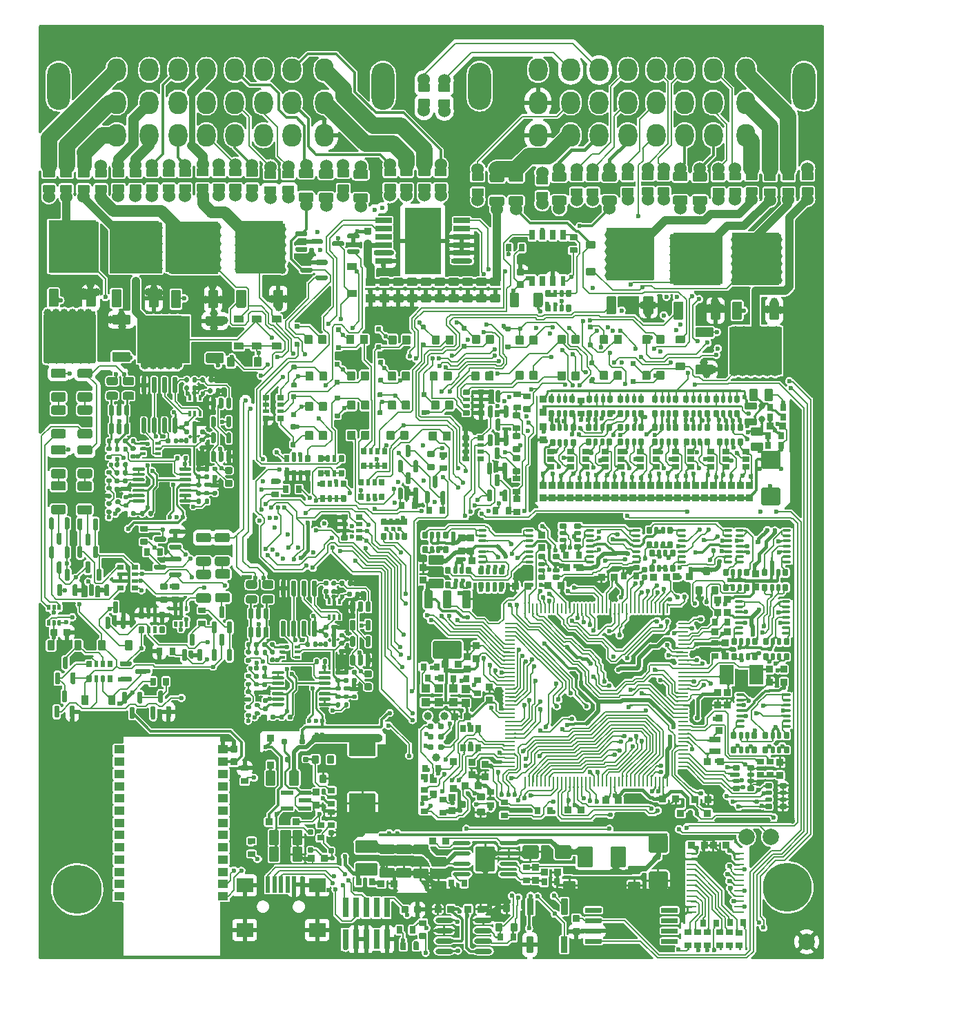
<source format=gtl>
G75*
G70*
%OFA0B0*%
%FSLAX25Y25*%
%IPPOS*%
%LPD*%
%AMOC8*
5,1,8,0,0,1.08239X$1,22.5*
%
%AMM109*
21,1,0.070870,0.036220,-0.000000,0.000000,90.000000*
21,1,0.061810,0.045280,-0.000000,0.000000,90.000000*
1,1,0.009060,0.018110,0.030910*
1,1,0.009060,0.018110,-0.030910*
1,1,0.009060,-0.018110,-0.030910*
1,1,0.009060,-0.018110,0.030910*
%
%AMM110*
21,1,0.033470,0.026770,-0.000000,0.000000,270.000000*
21,1,0.026770,0.033470,-0.000000,0.000000,270.000000*
1,1,0.006690,-0.013390,-0.013390*
1,1,0.006690,-0.013390,0.013390*
1,1,0.006690,0.013390,0.013390*
1,1,0.006690,0.013390,-0.013390*
%
%AMM111*
21,1,0.035430,0.030320,-0.000000,0.000000,180.000000*
21,1,0.028350,0.037400,-0.000000,0.000000,180.000000*
1,1,0.007090,-0.014170,0.015160*
1,1,0.007090,0.014170,0.015160*
1,1,0.007090,0.014170,-0.015160*
1,1,0.007090,-0.014170,-0.015160*
%
%AMM112*
21,1,0.047240,0.015750,-0.000000,0.000000,225.000000*
1,1,0.015750,0.016700,0.016700*
1,1,0.015750,-0.016700,-0.016700*
%
%AMM113*
21,1,0.035830,0.026770,-0.000000,0.000000,180.000000*
21,1,0.029130,0.033470,-0.000000,0.000000,180.000000*
1,1,0.006690,-0.014570,0.013390*
1,1,0.006690,0.014570,0.013390*
1,1,0.006690,0.014570,-0.013390*
1,1,0.006690,-0.014570,-0.013390*
%
%AMM114*
21,1,0.021650,0.052760,-0.000000,0.000000,90.000000*
21,1,0.017320,0.057090,-0.000000,0.000000,90.000000*
1,1,0.004330,0.026380,0.008660*
1,1,0.004330,0.026380,-0.008660*
1,1,0.004330,-0.026380,-0.008660*
1,1,0.004330,-0.026380,0.008660*
%
%AMM115*
21,1,0.023620,0.018900,-0.000000,0.000000,0.000000*
21,1,0.018900,0.023620,-0.000000,0.000000,0.000000*
1,1,0.004720,0.009450,-0.009450*
1,1,0.004720,-0.009450,-0.009450*
1,1,0.004720,-0.009450,0.009450*
1,1,0.004720,0.009450,0.009450*
%
%AMM116*
21,1,0.094490,0.111020,-0.000000,0.000000,270.000000*
21,1,0.075590,0.129920,-0.000000,0.000000,270.000000*
1,1,0.018900,-0.055510,-0.037800*
1,1,0.018900,-0.055510,0.037800*
1,1,0.018900,0.055510,0.037800*
1,1,0.018900,0.055510,-0.037800*
%
%AMM117*
21,1,0.023620,0.018900,-0.000000,0.000000,270.000000*
21,1,0.018900,0.023620,-0.000000,0.000000,270.000000*
1,1,0.004720,-0.009450,-0.009450*
1,1,0.004720,-0.009450,0.009450*
1,1,0.004720,0.009450,0.009450*
1,1,0.004720,0.009450,-0.009450*
%
%AMM118*
21,1,0.035830,0.026770,-0.000000,0.000000,90.000000*
21,1,0.029130,0.033470,-0.000000,0.000000,90.000000*
1,1,0.006690,0.013390,0.014570*
1,1,0.006690,0.013390,-0.014570*
1,1,0.006690,-0.013390,-0.014570*
1,1,0.006690,-0.013390,0.014570*
%
%AMM119*
21,1,0.033470,0.026770,-0.000000,0.000000,180.000000*
21,1,0.026770,0.033470,-0.000000,0.000000,180.000000*
1,1,0.006690,-0.013390,0.013390*
1,1,0.006690,0.013390,0.013390*
1,1,0.006690,0.013390,-0.013390*
1,1,0.006690,-0.013390,-0.013390*
%
%AMM120*
21,1,0.027560,0.030710,-0.000000,0.000000,90.000000*
21,1,0.022050,0.036220,-0.000000,0.000000,90.000000*
1,1,0.005510,0.015350,0.011020*
1,1,0.005510,0.015350,-0.011020*
1,1,0.005510,-0.015350,-0.011020*
1,1,0.005510,-0.015350,0.011020*
%
%AMM152*
21,1,0.039370,0.049210,-0.000000,-0.000000,270.000000*
21,1,0.031500,0.057090,-0.000000,-0.000000,270.000000*
1,1,0.007870,-0.024610,-0.015750*
1,1,0.007870,-0.024610,0.015750*
1,1,0.007870,0.024610,0.015750*
1,1,0.007870,0.024610,-0.015750*
%
%AMM153*
21,1,0.106300,0.050390,-0.000000,-0.000000,180.000000*
21,1,0.093700,0.062990,-0.000000,-0.000000,180.000000*
1,1,0.012600,-0.046850,0.025200*
1,1,0.012600,0.046850,0.025200*
1,1,0.012600,0.046850,-0.025200*
1,1,0.012600,-0.046850,-0.025200*
%
%AMM154*
21,1,0.074800,0.083460,-0.000000,-0.000000,0.000000*
21,1,0.059840,0.098430,-0.000000,-0.000000,0.000000*
1,1,0.014960,0.029920,-0.041730*
1,1,0.014960,-0.029920,-0.041730*
1,1,0.014960,-0.029920,0.041730*
1,1,0.014960,0.029920,0.041730*
%
%AMM155*
21,1,0.027560,0.030710,-0.000000,-0.000000,0.000000*
21,1,0.022050,0.036220,-0.000000,-0.000000,0.000000*
1,1,0.005510,0.011020,-0.015350*
1,1,0.005510,-0.011020,-0.015350*
1,1,0.005510,-0.011020,0.015350*
1,1,0.005510,0.011020,0.015350*
%
%AMM156*
21,1,0.033470,0.026770,-0.000000,-0.000000,0.000000*
21,1,0.026770,0.033470,-0.000000,-0.000000,0.000000*
1,1,0.006690,0.013390,-0.013390*
1,1,0.006690,-0.013390,-0.013390*
1,1,0.006690,-0.013390,0.013390*
1,1,0.006690,0.013390,0.013390*
%
%AMM157*
21,1,0.033470,0.026770,-0.000000,-0.000000,90.000000*
21,1,0.026770,0.033470,-0.000000,-0.000000,90.000000*
1,1,0.006690,0.013390,0.013390*
1,1,0.006690,0.013390,-0.013390*
1,1,0.006690,-0.013390,-0.013390*
1,1,0.006690,-0.013390,0.013390*
%
%AMM158*
21,1,0.078740,0.053540,-0.000000,-0.000000,0.000000*
21,1,0.065350,0.066930,-0.000000,-0.000000,0.000000*
1,1,0.013390,0.032680,-0.026770*
1,1,0.013390,-0.032680,-0.026770*
1,1,0.013390,-0.032680,0.026770*
1,1,0.013390,0.032680,0.026770*
%
%AMM159*
21,1,0.122050,0.075590,-0.000000,-0.000000,90.000000*
21,1,0.103150,0.094490,-0.000000,-0.000000,90.000000*
1,1,0.018900,0.037800,0.051580*
1,1,0.018900,0.037800,-0.051580*
1,1,0.018900,-0.037800,-0.051580*
1,1,0.018900,-0.037800,0.051580*
%
%AMM160*
21,1,0.086610,0.073230,-0.000000,-0.000000,270.000000*
21,1,0.069290,0.090550,-0.000000,-0.000000,270.000000*
1,1,0.017320,-0.036610,-0.034650*
1,1,0.017320,-0.036610,0.034650*
1,1,0.017320,0.036610,0.034650*
1,1,0.017320,0.036610,-0.034650*
%
%AMM161*
21,1,0.070870,0.036220,-0.000000,-0.000000,0.000000*
21,1,0.061810,0.045280,-0.000000,-0.000000,0.000000*
1,1,0.009060,0.030910,-0.018110*
1,1,0.009060,-0.030910,-0.018110*
1,1,0.009060,-0.030910,0.018110*
1,1,0.009060,0.030910,0.018110*
%
%AMM162*
21,1,0.027560,0.030710,-0.000000,-0.000000,270.000000*
21,1,0.022050,0.036220,-0.000000,-0.000000,270.000000*
1,1,0.005510,-0.015350,-0.011020*
1,1,0.005510,-0.015350,0.011020*
1,1,0.005510,0.015350,0.011020*
1,1,0.005510,0.015350,-0.011020*
%
%AMM197*
21,1,0.035430,0.050000,-0.000000,-0.000000,90.000000*
21,1,0.028350,0.057090,-0.000000,-0.000000,90.000000*
1,1,0.007090,0.025000,0.014170*
1,1,0.007090,0.025000,-0.014170*
1,1,0.007090,-0.025000,-0.014170*
1,1,0.007090,-0.025000,0.014170*
%
%AMM198*
21,1,0.086610,0.073230,-0.000000,-0.000000,90.000000*
21,1,0.069290,0.090550,-0.000000,-0.000000,90.000000*
1,1,0.017320,0.036610,0.034650*
1,1,0.017320,0.036610,-0.034650*
1,1,0.017320,-0.036610,-0.034650*
1,1,0.017320,-0.036610,0.034650*
%
%AMM199*
21,1,0.007870,0.503940,-0.000000,-0.000000,0.000000*
21,1,0.000000,0.511810,-0.000000,-0.000000,0.000000*
1,1,0.007870,-0.000000,-0.251970*
1,1,0.007870,-0.000000,-0.251970*
1,1,0.007870,-0.000000,0.251970*
1,1,0.007870,-0.000000,0.251970*
%
%AMM200*
21,1,0.025590,0.026380,-0.000000,-0.000000,180.000000*
21,1,0.020470,0.031500,-0.000000,-0.000000,180.000000*
1,1,0.005120,-0.010240,0.013190*
1,1,0.005120,0.010240,0.013190*
1,1,0.005120,0.010240,-0.013190*
1,1,0.005120,-0.010240,-0.013190*
%
%AMM201*
21,1,0.023620,0.030710,-0.000000,-0.000000,270.000000*
21,1,0.018900,0.035430,-0.000000,-0.000000,270.000000*
1,1,0.004720,-0.015350,-0.009450*
1,1,0.004720,-0.015350,0.009450*
1,1,0.004720,0.015350,0.009450*
1,1,0.004720,0.015350,-0.009450*
%
%AMM202*
21,1,0.017720,0.027950,-0.000000,-0.000000,180.000000*
21,1,0.014170,0.031500,-0.000000,-0.000000,180.000000*
1,1,0.003540,-0.007090,0.013980*
1,1,0.003540,0.007090,0.013980*
1,1,0.003540,0.007090,-0.013980*
1,1,0.003540,-0.007090,-0.013980*
%
%AMM203*
21,1,0.027560,0.030710,-0.000000,-0.000000,180.000000*
21,1,0.022050,0.036220,-0.000000,-0.000000,180.000000*
1,1,0.005510,-0.011020,0.015350*
1,1,0.005510,0.011020,0.015350*
1,1,0.005510,0.011020,-0.015350*
1,1,0.005510,-0.011020,-0.015350*
%
%AMM204*
21,1,0.039370,0.049210,-0.000000,-0.000000,0.000000*
21,1,0.031500,0.057090,-0.000000,-0.000000,0.000000*
1,1,0.007870,0.015750,-0.024610*
1,1,0.007870,-0.015750,-0.024610*
1,1,0.007870,-0.015750,0.024610*
1,1,0.007870,0.015750,0.024610*
%
%AMM205*
21,1,0.007870,0.041340,-0.000000,-0.000000,180.000000*
21,1,0.000000,0.049210,-0.000000,-0.000000,180.000000*
1,1,0.007870,-0.000000,0.020670*
1,1,0.007870,-0.000000,0.020670*
1,1,0.007870,-0.000000,-0.020670*
1,1,0.007870,-0.000000,-0.020670*
%
%AMM206*
21,1,0.009840,0.919290,-0.000000,-0.000000,90.000000*
21,1,0.000000,0.929130,-0.000000,-0.000000,90.000000*
1,1,0.009840,0.459650,-0.000000*
1,1,0.009840,0.459650,-0.000000*
1,1,0.009840,-0.459650,-0.000000*
1,1,0.009840,-0.459650,-0.000000*
%
%AMM260*
21,1,0.007870,0.029130,-0.000000,-0.000000,45.000000*
21,1,0.000000,0.037010,-0.000000,-0.000000,45.000000*
1,1,0.007870,0.010300,-0.010300*
1,1,0.007870,0.010300,-0.010300*
1,1,0.007870,-0.010300,0.010300*
1,1,0.007870,-0.010300,0.010300*
%
%AMM261*
21,1,0.007870,0.014960,-0.000000,-0.000000,315.000000*
21,1,0.000000,0.022840,-0.000000,-0.000000,315.000000*
1,1,0.007870,-0.005290,-0.005290*
1,1,0.007870,-0.005290,-0.005290*
1,1,0.007870,0.005290,0.005290*
1,1,0.007870,0.005290,0.005290*
%
%AMM262*
21,1,0.070870,0.036220,-0.000000,-0.000000,180.000000*
21,1,0.061810,0.045280,-0.000000,-0.000000,180.000000*
1,1,0.009060,-0.030910,0.018110*
1,1,0.009060,0.030910,0.018110*
1,1,0.009060,0.030910,-0.018110*
1,1,0.009060,-0.030910,-0.018110*
%
%AMM263*
21,1,0.007870,0.023620,-0.000000,-0.000000,135.000000*
21,1,0.000000,0.031500,-0.000000,-0.000000,135.000000*
1,1,0.007870,0.008350,0.008350*
1,1,0.007870,0.008350,0.008350*
1,1,0.007870,-0.008350,-0.008350*
1,1,0.007870,-0.008350,-0.008350*
%
%AMM264*
21,1,0.035430,0.030320,-0.000000,-0.000000,0.000000*
21,1,0.028350,0.037400,-0.000000,-0.000000,0.000000*
1,1,0.007090,0.014170,-0.015160*
1,1,0.007090,-0.014170,-0.015160*
1,1,0.007090,-0.014170,0.015160*
1,1,0.007090,0.014170,0.015160*
%
%AMM265*
21,1,0.035830,0.026770,-0.000000,-0.000000,90.000000*
21,1,0.029130,0.033470,-0.000000,-0.000000,90.000000*
1,1,0.006690,0.013390,0.014570*
1,1,0.006690,0.013390,-0.014570*
1,1,0.006690,-0.013390,-0.014570*
1,1,0.006690,-0.013390,0.014570*
%
%AMM266*
21,1,0.027560,0.030710,-0.000000,-0.000000,90.000000*
21,1,0.022050,0.036220,-0.000000,-0.000000,90.000000*
1,1,0.005510,0.015350,0.011020*
1,1,0.005510,0.015350,-0.011020*
1,1,0.005510,-0.015350,-0.011020*
1,1,0.005510,-0.015350,0.011020*
%
%AMM267*
21,1,0.033470,0.026770,-0.000000,-0.000000,270.000000*
21,1,0.026770,0.033470,-0.000000,-0.000000,270.000000*
1,1,0.006690,-0.013390,-0.013390*
1,1,0.006690,-0.013390,0.013390*
1,1,0.006690,0.013390,0.013390*
1,1,0.006690,0.013390,-0.013390*
%
%AMM268*
21,1,0.039370,0.035430,-0.000000,-0.000000,90.000000*
21,1,0.031500,0.043310,-0.000000,-0.000000,90.000000*
1,1,0.007870,0.017720,0.015750*
1,1,0.007870,0.017720,-0.015750*
1,1,0.007870,-0.017720,-0.015750*
1,1,0.007870,-0.017720,0.015750*
%
%AMM269*
21,1,0.035430,0.030320,-0.000000,-0.000000,90.000000*
21,1,0.028350,0.037400,-0.000000,-0.000000,90.000000*
1,1,0.007090,0.015160,0.014170*
1,1,0.007090,0.015160,-0.014170*
1,1,0.007090,-0.015160,-0.014170*
1,1,0.007090,-0.015160,0.014170*
%
%AMM270*
21,1,0.007870,0.055120,-0.000000,-0.000000,90.000000*
21,1,0.000000,0.062990,-0.000000,-0.000000,90.000000*
1,1,0.007870,0.027560,-0.000000*
1,1,0.007870,0.027560,-0.000000*
1,1,0.007870,-0.027560,-0.000000*
1,1,0.007870,-0.027560,-0.000000*
%
%AMM271*
21,1,0.007870,0.013780,-0.000000,-0.000000,225.000000*
21,1,0.000000,0.021650,-0.000000,-0.000000,225.000000*
1,1,0.007870,-0.004870,0.004870*
1,1,0.007870,-0.004870,0.004870*
1,1,0.007870,0.004870,-0.004870*
1,1,0.007870,0.004870,-0.004870*
%
%AMM272*
21,1,0.007870,0.039370,-0.000000,-0.000000,225.000000*
21,1,0.000000,0.047240,-0.000000,-0.000000,225.000000*
1,1,0.007870,-0.013920,0.013920*
1,1,0.007870,-0.013920,0.013920*
1,1,0.007870,0.013920,-0.013920*
1,1,0.007870,0.013920,-0.013920*
%
%AMM273*
21,1,0.007870,1.704720,-0.000000,-0.000000,90.000000*
21,1,0.000000,1.712600,-0.000000,-0.000000,90.000000*
1,1,0.007870,0.852360,-0.000000*
1,1,0.007870,0.852360,-0.000000*
1,1,0.007870,-0.852360,-0.000000*
1,1,0.007870,-0.852360,-0.000000*
%
%AMM274*
21,1,0.043310,0.075990,-0.000000,-0.000000,180.000000*
21,1,0.034650,0.084650,-0.000000,-0.000000,180.000000*
1,1,0.008660,-0.017320,0.037990*
1,1,0.008660,0.017320,0.037990*
1,1,0.008660,0.017320,-0.037990*
1,1,0.008660,-0.017320,-0.037990*
%
%AMM275*
21,1,0.137800,0.067720,-0.000000,-0.000000,180.000000*
21,1,0.120870,0.084650,-0.000000,-0.000000,180.000000*
1,1,0.016930,-0.060430,0.033860*
1,1,0.016930,0.060430,0.033860*
1,1,0.016930,0.060430,-0.033860*
1,1,0.016930,-0.060430,-0.033860*
%
%AMM276*
21,1,0.007870,1.405510,-0.000000,-0.000000,0.000000*
21,1,0.000000,1.413390,-0.000000,-0.000000,0.000000*
1,1,0.007870,-0.000000,-0.702760*
1,1,0.007870,-0.000000,-0.702760*
1,1,0.007870,-0.000000,0.702760*
1,1,0.007870,-0.000000,0.702760*
%
%AMM277*
21,1,0.023620,0.030710,-0.000000,-0.000000,0.000000*
21,1,0.018900,0.035430,-0.000000,-0.000000,0.000000*
1,1,0.004720,0.009450,-0.015350*
1,1,0.004720,-0.009450,-0.015350*
1,1,0.004720,-0.009450,0.015350*
1,1,0.004720,0.009450,0.015350*
%
%AMM278*
21,1,0.027560,0.018900,-0.000000,-0.000000,0.000000*
21,1,0.022840,0.023620,-0.000000,-0.000000,0.000000*
1,1,0.004720,0.011420,-0.009450*
1,1,0.004720,-0.011420,-0.009450*
1,1,0.004720,-0.011420,0.009450*
1,1,0.004720,0.011420,0.009450*
%
%AMM279*
21,1,0.043310,0.075980,-0.000000,-0.000000,180.000000*
21,1,0.034650,0.084650,-0.000000,-0.000000,180.000000*
1,1,0.008660,-0.017320,0.037990*
1,1,0.008660,0.017320,0.037990*
1,1,0.008660,0.017320,-0.037990*
1,1,0.008660,-0.017320,-0.037990*
%
%AMM280*
21,1,0.035830,0.026770,-0.000000,-0.000000,0.000000*
21,1,0.029130,0.033470,-0.000000,-0.000000,0.000000*
1,1,0.006690,0.014570,-0.013390*
1,1,0.006690,-0.014570,-0.013390*
1,1,0.006690,-0.014570,0.013390*
1,1,0.006690,0.014570,0.013390*
%
%AMM281*
21,1,0.027560,0.049610,-0.000000,-0.000000,90.000000*
21,1,0.022050,0.055120,-0.000000,-0.000000,90.000000*
1,1,0.005510,0.024800,0.011020*
1,1,0.005510,0.024800,-0.011020*
1,1,0.005510,-0.024800,-0.011020*
1,1,0.005510,-0.024800,0.011020*
%
%AMM282*
21,1,0.017720,0.027950,-0.000000,-0.000000,90.000000*
21,1,0.014170,0.031500,-0.000000,-0.000000,90.000000*
1,1,0.003540,0.013980,0.007090*
1,1,0.003540,0.013980,-0.007090*
1,1,0.003540,-0.013980,-0.007090*
1,1,0.003540,-0.013980,0.007090*
%
%AMM283*
21,1,0.025590,0.026380,-0.000000,-0.000000,90.000000*
21,1,0.020470,0.031500,-0.000000,-0.000000,90.000000*
1,1,0.005120,0.013190,0.010240*
1,1,0.005120,0.013190,-0.010240*
1,1,0.005120,-0.013190,-0.010240*
1,1,0.005120,-0.013190,0.010240*
%
%AMM284*
21,1,0.009840,0.017720,-0.000000,-0.000000,0.000000*
21,1,0.000000,0.027560,-0.000000,-0.000000,0.000000*
1,1,0.009840,-0.000000,-0.008860*
1,1,0.009840,-0.000000,-0.008860*
1,1,0.009840,-0.000000,0.008860*
1,1,0.009840,-0.000000,0.008860*
%
%AMM285*
21,1,0.007870,1.416930,-0.000000,-0.000000,0.000000*
21,1,0.000000,1.424800,-0.000000,-0.000000,0.000000*
1,1,0.007870,-0.000000,-0.708470*
1,1,0.007870,-0.000000,-0.708470*
1,1,0.007870,-0.000000,0.708470*
1,1,0.007870,-0.000000,0.708470*
%
%AMM286*
21,1,0.007870,1.787400,-0.000000,-0.000000,90.000000*
21,1,0.000000,1.795280,-0.000000,-0.000000,90.000000*
1,1,0.007870,0.893700,-0.000000*
1,1,0.007870,0.893700,-0.000000*
1,1,0.007870,-0.893700,-0.000000*
1,1,0.007870,-0.893700,-0.000000*
%
%AMM306*
21,1,0.033470,0.026770,-0.000000,-0.000000,180.000000*
21,1,0.026770,0.033470,-0.000000,-0.000000,180.000000*
1,1,0.006690,-0.013390,0.013390*
1,1,0.006690,0.013390,0.013390*
1,1,0.006690,0.013390,-0.013390*
1,1,0.006690,-0.013390,-0.013390*
%
%AMM44*
21,1,0.033470,0.026770,0.000000,0.000000,0.000000*
21,1,0.026770,0.033470,0.000000,0.000000,0.000000*
1,1,0.006690,0.013390,-0.013390*
1,1,0.006690,-0.013390,-0.013390*
1,1,0.006690,-0.013390,0.013390*
1,1,0.006690,0.013390,0.013390*
%
%AMM45*
21,1,0.027560,0.030710,0.000000,0.000000,270.000000*
21,1,0.022050,0.036220,0.000000,0.000000,270.000000*
1,1,0.005510,-0.015350,-0.011020*
1,1,0.005510,-0.015350,0.011020*
1,1,0.005510,0.015350,0.011020*
1,1,0.005510,0.015350,-0.011020*
%
%AMM46*
21,1,0.015750,0.009840,0.000000,0.000000,45.000000*
1,1,0.009840,-0.005570,-0.005570*
1,1,0.009840,0.005570,0.005570*
%
%AMM9*
21,1,0.027560,0.030710,0.000000,0.000000,0.000000*
21,1,0.022050,0.036220,0.000000,0.000000,0.000000*
1,1,0.005510,0.011020,-0.015350*
1,1,0.005510,-0.011020,-0.015350*
1,1,0.005510,-0.011020,0.015350*
1,1,0.005510,0.011020,0.015350*
%
%ADD103O,0.00787X0.12205*%
%ADD106C,0.02362*%
%ADD107O,0.01575X0.28347*%
%ADD108R,0.05118X0.03937*%
%ADD113R,0.01969X0.07874*%
%ADD115O,0.00787X0.25591*%
%ADD118O,0.01969X0.00787*%
%ADD119O,0.00787X0.22323*%
%ADD12O,0.05118X0.00866*%
%ADD120O,0.21260X0.01575*%
%ADD121C,0.00800*%
%ADD124C,0.03937*%
%ADD126O,0.01968X0.00984*%
%ADD127O,0.00787X0.54331*%
%ADD128R,0.07874X0.02559*%
%ADD132O,0.01575X0.35433*%
%ADD134C,0.05512*%
%ADD140O,0.09055X0.11024*%
%ADD141R,0.17717X0.31890*%
%ADD142M46*%
%ADD144O,0.08661X0.01968*%
%ADD152O,0.00984X0.01968*%
%ADD153R,0.25197X0.22835*%
%ADD154M9*%
%ADD157C,0.04724*%
%ADD161O,0.00984X0.01969*%
%ADD162O,0.01969X0.11811*%
%ADD165O,1.18110X0.01575*%
%ADD167M45*%
%ADD17O,0.00984X0.40157*%
%ADD170O,0.03937X0.01968*%
%ADD175C,0.23622*%
%ADD18R,0.01378X0.00984*%
%ADD187R,0.22835X0.25197*%
%ADD188O,0.38583X0.01575*%
%ADD189R,0.02559X0.01575*%
%ADD193R,0.06693X0.09449*%
%ADD198C,0.00984*%
%ADD200C,0.06000*%
%ADD201R,0.25591X0.00984*%
%ADD203C,0.03150*%
%ADD205O,0.04961X0.00984*%
%ADD207R,0.05906X0.05217*%
%ADD214M44*%
%ADD215R,0.07874X0.06693*%
%ADD218O,0.01968X0.03937*%
%ADD219O,0.00984X0.40158*%
%ADD221O,1.39370X0.01575*%
%ADD224C,0.07087*%
%ADD225R,0.02559X0.05157*%
%ADD228C,0.01968*%
%ADD229O,0.00787X0.26772*%
%ADD231O,0.08661X0.02362*%
%ADD232R,0.02913X0.09449*%
%ADD234O,0.00787X0.01575*%
%ADD235O,0.22835X0.00984*%
%ADD237O,0.00866X0.05118*%
%ADD24O,0.34428X0.03937*%
%ADD246C,0.03900*%
%ADD249M109*%
%ADD25C,0.01575*%
%ADD250M110*%
%ADD251M111*%
%ADD252M112*%
%ADD253M113*%
%ADD254M114*%
%ADD255M115*%
%ADD256M116*%
%ADD257M117*%
%ADD258M118*%
%ADD259M119*%
%ADD260M120*%
%ADD261O,0.01968X0.00787*%
%ADD262O,0.36221X0.00787*%
%ADD263O,0.34429X0.03937*%
%ADD30O,0.03937X0.01969*%
%ADD304M152*%
%ADD305M153*%
%ADD306M154*%
%ADD307M155*%
%ADD308M156*%
%ADD309M157*%
%ADD31O,0.01968X0.11811*%
%ADD310M158*%
%ADD311M159*%
%ADD312M160*%
%ADD313M161*%
%ADD314M162*%
%ADD33C,0.03100*%
%ADD349M197*%
%ADD350M198*%
%ADD351M199*%
%ADD352M200*%
%ADD353M201*%
%ADD354M202*%
%ADD355M203*%
%ADD356M204*%
%ADD357M205*%
%ADD358M206*%
%ADD37O,0.04331X0.01181*%
%ADD38C,0.07874*%
%ADD40R,0.02362X0.05157*%
%ADD416M260*%
%ADD417M261*%
%ADD418M262*%
%ADD419M263*%
%ADD42O,0.43701X0.00787*%
%ADD420M264*%
%ADD421M265*%
%ADD422M266*%
%ADD423M267*%
%ADD424M268*%
%ADD425M269*%
%ADD426M270*%
%ADD427M271*%
%ADD428M272*%
%ADD429M273*%
%ADD430M274*%
%ADD431M275*%
%ADD432M276*%
%ADD433M277*%
%ADD434M278*%
%ADD435M279*%
%ADD436M280*%
%ADD437M281*%
%ADD438M282*%
%ADD439M283*%
%ADD440M284*%
%ADD441M285*%
%ADD442M286*%
%ADD468M306*%
%ADD52C,0.05118*%
%ADD55C,0.01181*%
%ADD56C,0.00787*%
%ADD57O,0.01575X0.28346*%
%ADD59O,0.01969X0.03937*%
%ADD61R,0.00984X0.71654*%
%ADD72O,0.11024X0.22835*%
%ADD79R,0.01575X0.02559*%
%ADD81R,0.53740X0.00984*%
%ADD84O,0.36220X0.00787*%
%ADD85R,0.01968X0.01968*%
%ADD89O,0.01969X0.00984*%
%ADD91O,0.19685X0.01575*%
%ADD93R,0.25394X0.00984*%
%ADD99R,0.04921X0.00984*%
X0000000Y0000000D02*
%LPD*%
G01*
D235*
X0324379Y0058071D03*
G36*
G01*
X0311811Y0056576D02*
X0311811Y0056576D01*
G75*
G02*
X0311811Y0057272I0000348J0000348D01*
G01*
X0312925Y0058385D01*
G75*
G02*
X0313621Y0058385I0000348J-000348D01*
G01*
X0313621Y0058385D01*
G75*
G02*
X0313621Y0057689I-000348J-000348D01*
G01*
X0312507Y0056576D01*
G75*
G02*
X0311811Y0056576I-000348J0000348D01*
G01*
G37*
D17*
X0312126Y0037402D03*
D234*
X0342145Y0005415D03*
X0339153Y0005415D03*
X0334527Y0005415D03*
X0329901Y0005415D03*
X0326594Y0005415D03*
X0323641Y0005415D03*
X0319015Y0005415D03*
X0314389Y0005415D03*
D106*
X0334232Y0045177D03*
X0341456Y0043504D03*
X0333385Y0041339D03*
X0334232Y0037894D03*
X0334527Y0034547D03*
X0341456Y0033268D03*
X0336299Y0028150D03*
X0341456Y0025591D03*
X0318129Y0053839D03*
X0334173Y0052657D03*
G36*
G01*
X0098858Y0294508D02*
X0094843Y0294508D01*
G75*
G02*
X0094488Y0294862I0000000J0000354D01*
G01*
X0094488Y0297697D01*
G75*
G02*
X0094843Y0298051I0000354J0000000D01*
G01*
X0098858Y0298051D01*
G75*
G02*
X0099213Y0297697I0000000J-000354D01*
G01*
X0099213Y0294862D01*
G75*
G02*
X0098858Y0294508I-000354J0000000D01*
G01*
G37*
G36*
G01*
X0098858Y0307500D02*
X0094843Y0307500D01*
G75*
G02*
X0094488Y0307854I0000000J0000354D01*
G01*
X0094488Y0310689D01*
G75*
G02*
X0094843Y0311043I0000354J0000000D01*
G01*
X0098858Y0311043D01*
G75*
G02*
X0099213Y0310689I0000000J-000354D01*
G01*
X0099213Y0307854D01*
G75*
G02*
X0098858Y0307500I-000354J0000000D01*
G01*
G37*
G36*
G01*
X0304626Y0368898D02*
X0299705Y0368898D01*
G75*
G02*
X0299311Y0369291I0000000J0000394D01*
G01*
X0299311Y0372441D01*
G75*
G02*
X0299705Y0372835I0000394J0000000D01*
G01*
X0304626Y0372835D01*
G75*
G02*
X0305020Y0372441I0000000J-000394D01*
G01*
X0305020Y0369291D01*
G75*
G02*
X0304626Y0368898I-000394J0000000D01*
G01*
G37*
D200*
X0302165Y0367106D03*
X0302165Y0382106D03*
G36*
G01*
X0304626Y0376378D02*
X0299705Y0376378D01*
G75*
G02*
X0299311Y0376772I0000000J0000394D01*
G01*
X0299311Y0379921D01*
G75*
G02*
X0299705Y0380315I0000394J0000000D01*
G01*
X0304626Y0380315D01*
G75*
G02*
X0305020Y0379921I0000000J-000394D01*
G01*
X0305020Y0376772D01*
G75*
G02*
X0304626Y0376378I-000394J0000000D01*
G01*
G37*
G36*
G01*
X0049646Y0209449D02*
X0052717Y0209449D01*
G75*
G02*
X0052992Y0209173I0000000J-000276D01*
G01*
X0052992Y0206969D01*
G75*
G02*
X0052717Y0206693I-000276J0000000D01*
G01*
X0049646Y0206693D01*
G75*
G02*
X0049370Y0206969I0000000J0000276D01*
G01*
X0049370Y0209173D01*
G75*
G02*
X0049646Y0209449I0000276J0000000D01*
G01*
G37*
G36*
G01*
X0049646Y0203150D02*
X0052717Y0203150D01*
G75*
G02*
X0052992Y0202874I0000000J-000276D01*
G01*
X0052992Y0200669D01*
G75*
G02*
X0052717Y0200394I-000276J0000000D01*
G01*
X0049646Y0200394D01*
G75*
G02*
X0049370Y0200669I0000000J0000276D01*
G01*
X0049370Y0202874D01*
G75*
G02*
X0049646Y0203150I0000276J0000000D01*
G01*
G37*
G36*
G01*
X0101614Y0058661D02*
X0104685Y0058661D01*
G75*
G02*
X0104961Y0058386I0000000J-000276D01*
G01*
X0104961Y0056181D01*
G75*
G02*
X0104685Y0055906I-000276J0000000D01*
G01*
X0101614Y0055906D01*
G75*
G02*
X0101339Y0056181I0000000J0000276D01*
G01*
X0101339Y0058386D01*
G75*
G02*
X0101614Y0058661I0000276J0000000D01*
G01*
G37*
G36*
G01*
X0101614Y0052362D02*
X0104685Y0052362D01*
G75*
G02*
X0104961Y0052087I0000000J-000276D01*
G01*
X0104961Y0049882D01*
G75*
G02*
X0104685Y0049606I-000276J0000000D01*
G01*
X0101614Y0049606D01*
G75*
G02*
X0101339Y0049882I0000000J0000276D01*
G01*
X0101339Y0052087D01*
G75*
G02*
X0101614Y0052362I0000276J0000000D01*
G01*
G37*
G36*
G01*
X0136220Y0221319D02*
X0136220Y0223957D01*
G75*
G02*
X0136476Y0224213I0000256J0000000D01*
G01*
X0138524Y0224213D01*
G75*
G02*
X0138780Y0223957I0000000J-000256D01*
G01*
X0138780Y0221319D01*
G75*
G02*
X0138524Y0221063I-000256J0000000D01*
G01*
X0136476Y0221063D01*
G75*
G02*
X0136220Y0221319I0000000J0000256D01*
G01*
G37*
G36*
G01*
X0140059Y0221240D02*
X0140059Y0224035D01*
G75*
G02*
X0140236Y0224213I0000177J0000000D01*
G01*
X0141654Y0224213D01*
G75*
G02*
X0141831Y0224035I0000000J-000177D01*
G01*
X0141831Y0221240D01*
G75*
G02*
X0141654Y0221063I-000177J0000000D01*
G01*
X0140236Y0221063D01*
G75*
G02*
X0140059Y0221240I0000000J0000177D01*
G01*
G37*
G36*
G01*
X0143209Y0221240D02*
X0143209Y0224035D01*
G75*
G02*
X0143386Y0224213I0000177J0000000D01*
G01*
X0144803Y0224213D01*
G75*
G02*
X0144980Y0224035I0000000J-000177D01*
G01*
X0144980Y0221240D01*
G75*
G02*
X0144803Y0221063I-000177J0000000D01*
G01*
X0143386Y0221063D01*
G75*
G02*
X0143209Y0221240I0000000J0000177D01*
G01*
G37*
G36*
G01*
X0146260Y0221319D02*
X0146260Y0223957D01*
G75*
G02*
X0146516Y0224213I0000256J0000000D01*
G01*
X0148563Y0224213D01*
G75*
G02*
X0148819Y0223957I0000000J-000256D01*
G01*
X0148819Y0221319D01*
G75*
G02*
X0148563Y0221063I-000256J0000000D01*
G01*
X0146516Y0221063D01*
G75*
G02*
X0146260Y0221319I0000000J0000256D01*
G01*
G37*
G36*
G01*
X0146260Y0228406D02*
X0146260Y0231043D01*
G75*
G02*
X0146516Y0231299I0000256J0000000D01*
G01*
X0148563Y0231299D01*
G75*
G02*
X0148819Y0231043I0000000J-000256D01*
G01*
X0148819Y0228406D01*
G75*
G02*
X0148563Y0228150I-000256J0000000D01*
G01*
X0146516Y0228150D01*
G75*
G02*
X0146260Y0228406I0000000J0000256D01*
G01*
G37*
G36*
G01*
X0143209Y0228327D02*
X0143209Y0231122D01*
G75*
G02*
X0143386Y0231299I0000177J0000000D01*
G01*
X0144803Y0231299D01*
G75*
G02*
X0144980Y0231122I0000000J-000177D01*
G01*
X0144980Y0228327D01*
G75*
G02*
X0144803Y0228150I-000177J0000000D01*
G01*
X0143386Y0228150D01*
G75*
G02*
X0143209Y0228327I0000000J0000177D01*
G01*
G37*
G36*
G01*
X0140059Y0228327D02*
X0140059Y0231122D01*
G75*
G02*
X0140236Y0231299I0000177J0000000D01*
G01*
X0141654Y0231299D01*
G75*
G02*
X0141831Y0231122I0000000J-000177D01*
G01*
X0141831Y0228327D01*
G75*
G02*
X0141654Y0228150I-000177J0000000D01*
G01*
X0140236Y0228150D01*
G75*
G02*
X0140059Y0228327I0000000J0000177D01*
G01*
G37*
G36*
G01*
X0136220Y0228406D02*
X0136220Y0231043D01*
G75*
G02*
X0136476Y0231299I0000256J0000000D01*
G01*
X0138524Y0231299D01*
G75*
G02*
X0138780Y0231043I0000000J-000256D01*
G01*
X0138780Y0228406D01*
G75*
G02*
X0138524Y0228150I-000256J0000000D01*
G01*
X0136476Y0228150D01*
G75*
G02*
X0136220Y0228406I0000000J0000256D01*
G01*
G37*
G36*
G01*
X0199409Y0254528D02*
X0199409Y0250984D01*
G75*
G02*
X0199016Y0250591I-000394J0000000D01*
G01*
X0195866Y0250591D01*
G75*
G02*
X0195472Y0250984I0000000J0000394D01*
G01*
X0195472Y0254528D01*
G75*
G02*
X0195866Y0254921I0000394J0000000D01*
G01*
X0199016Y0254921D01*
G75*
G02*
X0199409Y0254528I0000000J-000394D01*
G01*
G37*
G36*
G01*
X0192717Y0254528D02*
X0192717Y0250984D01*
G75*
G02*
X0192323Y0250591I-000394J0000000D01*
G01*
X0189173Y0250591D01*
G75*
G02*
X0188780Y0250984I0000000J0000394D01*
G01*
X0188780Y0254528D01*
G75*
G02*
X0189173Y0254921I0000394J0000000D01*
G01*
X0192323Y0254921D01*
G75*
G02*
X0192717Y0254528I0000000J-000394D01*
G01*
G37*
G36*
G01*
X0215295Y0262598D02*
X0212657Y0262598D01*
G75*
G02*
X0212402Y0262854I0000000J0000256D01*
G01*
X0212402Y0264902D01*
G75*
G02*
X0212657Y0265157I0000256J0000000D01*
G01*
X0215295Y0265157D01*
G75*
G02*
X0215551Y0264902I0000000J-000256D01*
G01*
X0215551Y0262854D01*
G75*
G02*
X0215295Y0262598I-000256J0000000D01*
G01*
G37*
G36*
G01*
X0215374Y0266437D02*
X0212579Y0266437D01*
G75*
G02*
X0212402Y0266614I0000000J0000177D01*
G01*
X0212402Y0268031D01*
G75*
G02*
X0212579Y0268209I0000177J0000000D01*
G01*
X0215374Y0268209D01*
G75*
G02*
X0215551Y0268031I0000000J-000177D01*
G01*
X0215551Y0266614D01*
G75*
G02*
X0215374Y0266437I-000177J0000000D01*
G01*
G37*
G36*
G01*
X0215374Y0269587D02*
X0212579Y0269587D01*
G75*
G02*
X0212402Y0269764I0000000J0000177D01*
G01*
X0212402Y0271181D01*
G75*
G02*
X0212579Y0271358I0000177J0000000D01*
G01*
X0215374Y0271358D01*
G75*
G02*
X0215551Y0271181I0000000J-000177D01*
G01*
X0215551Y0269764D01*
G75*
G02*
X0215374Y0269587I-000177J0000000D01*
G01*
G37*
G36*
G01*
X0215295Y0272638D02*
X0212657Y0272638D01*
G75*
G02*
X0212402Y0272894I0000000J0000256D01*
G01*
X0212402Y0274941D01*
G75*
G02*
X0212657Y0275197I0000256J0000000D01*
G01*
X0215295Y0275197D01*
G75*
G02*
X0215551Y0274941I0000000J-000256D01*
G01*
X0215551Y0272894D01*
G75*
G02*
X0215295Y0272638I-000256J0000000D01*
G01*
G37*
G36*
G01*
X0208209Y0272638D02*
X0205571Y0272638D01*
G75*
G02*
X0205315Y0272894I0000000J0000256D01*
G01*
X0205315Y0274941D01*
G75*
G02*
X0205571Y0275197I0000256J0000000D01*
G01*
X0208209Y0275197D01*
G75*
G02*
X0208465Y0274941I0000000J-000256D01*
G01*
X0208465Y0272894D01*
G75*
G02*
X0208209Y0272638I-000256J0000000D01*
G01*
G37*
G36*
G01*
X0208287Y0269587D02*
X0205492Y0269587D01*
G75*
G02*
X0205315Y0269764I0000000J0000177D01*
G01*
X0205315Y0271181D01*
G75*
G02*
X0205492Y0271358I0000177J0000000D01*
G01*
X0208287Y0271358D01*
G75*
G02*
X0208465Y0271181I0000000J-000177D01*
G01*
X0208465Y0269764D01*
G75*
G02*
X0208287Y0269587I-000177J0000000D01*
G01*
G37*
G36*
G01*
X0208287Y0266437D02*
X0205492Y0266437D01*
G75*
G02*
X0205315Y0266614I0000000J0000177D01*
G01*
X0205315Y0268031D01*
G75*
G02*
X0205492Y0268209I0000177J0000000D01*
G01*
X0208287Y0268209D01*
G75*
G02*
X0208465Y0268031I0000000J-000177D01*
G01*
X0208465Y0266614D01*
G75*
G02*
X0208287Y0266437I-000177J0000000D01*
G01*
G37*
G36*
G01*
X0208209Y0262598D02*
X0205571Y0262598D01*
G75*
G02*
X0205315Y0262854I0000000J0000256D01*
G01*
X0205315Y0264902D01*
G75*
G02*
X0205571Y0265157I0000256J0000000D01*
G01*
X0208209Y0265157D01*
G75*
G02*
X0208465Y0264902I0000000J-000256D01*
G01*
X0208465Y0262854D01*
G75*
G02*
X0208209Y0262598I-000256J0000000D01*
G01*
G37*
G36*
G01*
X0265551Y0295715D02*
X0265551Y0297604D01*
G75*
G02*
X0265787Y0297841I0000236J0000000D01*
G01*
X0267677Y0297841D01*
G75*
G02*
X0267913Y0297604I0000000J-000236D01*
G01*
X0267913Y0295715D01*
G75*
G02*
X0267677Y0295478I-000236J0000000D01*
G01*
X0265787Y0295478D01*
G75*
G02*
X0265551Y0295715I0000000J0000236D01*
G01*
G37*
G36*
G01*
X0265551Y0304376D02*
X0265551Y0306266D01*
G75*
G02*
X0265787Y0306502I0000236J0000000D01*
G01*
X0267677Y0306502D01*
G75*
G02*
X0267913Y0306266I0000000J-000236D01*
G01*
X0267913Y0304376D01*
G75*
G02*
X0267677Y0304140I-000236J0000000D01*
G01*
X0265787Y0304140D01*
G75*
G02*
X0265551Y0304376I0000000J0000236D01*
G01*
G37*
G36*
G01*
X0093346Y0103406D02*
X0096024Y0103406D01*
G75*
G02*
X0096358Y0103071I0000000J-000335D01*
G01*
X0096358Y0100394D01*
G75*
G02*
X0096024Y0100059I-000335J0000000D01*
G01*
X0093346Y0100059D01*
G75*
G02*
X0093012Y0100394I0000000J0000335D01*
G01*
X0093012Y0103071D01*
G75*
G02*
X0093346Y0103406I0000335J0000000D01*
G01*
G37*
G36*
G01*
X0093346Y0097185D02*
X0096024Y0097185D01*
G75*
G02*
X0096358Y0096850I0000000J-000335D01*
G01*
X0096358Y0094173D01*
G75*
G02*
X0096024Y0093839I-000335J0000000D01*
G01*
X0093346Y0093839D01*
G75*
G02*
X0093012Y0094173I0000000J0000335D01*
G01*
X0093012Y0096850D01*
G75*
G02*
X0093346Y0097185I0000335J0000000D01*
G01*
G37*
G36*
G01*
X0124606Y0272795D02*
X0124606Y0270906D01*
G75*
G02*
X0124370Y0270669I-000236J0000000D01*
G01*
X0122480Y0270669D01*
G75*
G02*
X0122244Y0270906I0000000J0000236D01*
G01*
X0122244Y0272795D01*
G75*
G02*
X0122480Y0273031I0000236J0000000D01*
G01*
X0124370Y0273031D01*
G75*
G02*
X0124606Y0272795I0000000J-000236D01*
G01*
G37*
G36*
G01*
X0124606Y0264134D02*
X0124606Y0262244D01*
G75*
G02*
X0124370Y0262008I-000236J0000000D01*
G01*
X0122480Y0262008D01*
G75*
G02*
X0122244Y0262244I0000000J0000236D01*
G01*
X0122244Y0264134D01*
G75*
G02*
X0122480Y0264370I0000236J0000000D01*
G01*
X0124370Y0264370D01*
G75*
G02*
X0124606Y0264134I0000000J-000236D01*
G01*
G37*
G36*
G01*
X0229567Y0243504D02*
X0232638Y0243504D01*
G75*
G02*
X0232913Y0243228I0000000J-000276D01*
G01*
X0232913Y0241024D01*
G75*
G02*
X0232638Y0240748I-000276J0000000D01*
G01*
X0229567Y0240748D01*
G75*
G02*
X0229291Y0241024I0000000J0000276D01*
G01*
X0229291Y0243228D01*
G75*
G02*
X0229567Y0243504I0000276J0000000D01*
G01*
G37*
G36*
G01*
X0229567Y0237205D02*
X0232638Y0237205D01*
G75*
G02*
X0232913Y0236929I0000000J-000276D01*
G01*
X0232913Y0234724D01*
G75*
G02*
X0232638Y0234449I-000276J0000000D01*
G01*
X0229567Y0234449D01*
G75*
G02*
X0229291Y0234724I0000000J0000276D01*
G01*
X0229291Y0236929D01*
G75*
G02*
X0229567Y0237205I0000276J0000000D01*
G01*
G37*
D175*
X0018909Y0033933D03*
G36*
G01*
X0160039Y0254921D02*
X0160039Y0251378D01*
G75*
G02*
X0159646Y0250984I-000394J0000000D01*
G01*
X0156496Y0250984D01*
G75*
G02*
X0156102Y0251378I0000000J0000394D01*
G01*
X0156102Y0254921D01*
G75*
G02*
X0156496Y0255315I0000394J0000000D01*
G01*
X0159646Y0255315D01*
G75*
G02*
X0160039Y0254921I0000000J-000394D01*
G01*
G37*
G36*
G01*
X0153346Y0254921D02*
X0153346Y0251378D01*
G75*
G02*
X0152953Y0250984I-000394J0000000D01*
G01*
X0149803Y0250984D01*
G75*
G02*
X0149409Y0251378I0000000J0000394D01*
G01*
X0149409Y0254921D01*
G75*
G02*
X0149803Y0255315I0000394J0000000D01*
G01*
X0152953Y0255315D01*
G75*
G02*
X0153346Y0254921I0000000J-000394D01*
G01*
G37*
G36*
G01*
X0175492Y0382087D02*
X0180413Y0382087D01*
G75*
G02*
X0180807Y0381693I0000000J-000394D01*
G01*
X0180807Y0378543D01*
G75*
G02*
X0180413Y0378150I-000394J0000000D01*
G01*
X0175492Y0378150D01*
G75*
G02*
X0175098Y0378543I0000000J0000394D01*
G01*
X0175098Y0381693D01*
G75*
G02*
X0175492Y0382087I0000394J0000000D01*
G01*
G37*
D200*
X0177953Y0383878D03*
X0177953Y0368878D03*
G36*
G01*
X0175492Y0374606D02*
X0180413Y0374606D01*
G75*
G02*
X0180807Y0374213I0000000J-000394D01*
G01*
X0180807Y0371063D01*
G75*
G02*
X0180413Y0370669I-000394J0000000D01*
G01*
X0175492Y0370669D01*
G75*
G02*
X0175098Y0371063I0000000J0000394D01*
G01*
X0175098Y0374213D01*
G75*
G02*
X0175492Y0374606I0000394J0000000D01*
G01*
G37*
X0294488Y0367106D03*
G36*
G01*
X0296949Y0368898D02*
X0292028Y0368898D01*
G75*
G02*
X0291634Y0369291I0000000J0000394D01*
G01*
X0291634Y0372441D01*
G75*
G02*
X0292028Y0372835I0000394J0000000D01*
G01*
X0296949Y0372835D01*
G75*
G02*
X0297343Y0372441I0000000J-000394D01*
G01*
X0297343Y0369291D01*
G75*
G02*
X0296949Y0368898I-000394J0000000D01*
G01*
G37*
G36*
G01*
X0296949Y0376378D02*
X0292028Y0376378D01*
G75*
G02*
X0291634Y0376772I0000000J0000394D01*
G01*
X0291634Y0379921D01*
G75*
G02*
X0292028Y0380315I0000394J0000000D01*
G01*
X0296949Y0380315D01*
G75*
G02*
X0297343Y0379921I0000000J-000394D01*
G01*
X0297343Y0376772D01*
G75*
G02*
X0296949Y0376378I-000394J0000000D01*
G01*
G37*
X0294488Y0382106D03*
X0095276Y0368878D03*
G36*
G01*
X0097736Y0370669D02*
X0092815Y0370669D01*
G75*
G02*
X0092421Y0371063I0000000J0000394D01*
G01*
X0092421Y0374213D01*
G75*
G02*
X0092815Y0374606I0000394J0000000D01*
G01*
X0097736Y0374606D01*
G75*
G02*
X0098130Y0374213I0000000J-000394D01*
G01*
X0098130Y0371063D01*
G75*
G02*
X0097736Y0370669I-000394J0000000D01*
G01*
G37*
G36*
G01*
X0097736Y0378150D02*
X0092815Y0378150D01*
G75*
G02*
X0092421Y0378543I0000000J0000394D01*
G01*
X0092421Y0381693D01*
G75*
G02*
X0092815Y0382087I0000394J0000000D01*
G01*
X0097736Y0382087D01*
G75*
G02*
X0098130Y0381693I0000000J-000394D01*
G01*
X0098130Y0378543D01*
G75*
G02*
X0097736Y0378150I-000394J0000000D01*
G01*
G37*
X0095276Y0383878D03*
G36*
G01*
X0013386Y0236004D02*
X0013386Y0233287D01*
G75*
G02*
X0012480Y0232382I-000906J0000000D01*
G01*
X0007205Y0232382D01*
G75*
G02*
X0006299Y0233287I0000000J0000906D01*
G01*
X0006299Y0236004D01*
G75*
G02*
X0007205Y0236909I0000906J0000000D01*
G01*
X0012480Y0236909D01*
G75*
G02*
X0013386Y0236004I0000000J-000906D01*
G01*
G37*
G36*
G01*
X0013386Y0247421D02*
X0013386Y0244705D01*
G75*
G02*
X0012480Y0243799I-000906J0000000D01*
G01*
X0007205Y0243799D01*
G75*
G02*
X0006299Y0244705I0000000J0000906D01*
G01*
X0006299Y0247421D01*
G75*
G02*
X0007205Y0248327I0000906J0000000D01*
G01*
X0012480Y0248327D01*
G75*
G02*
X0013386Y0247421I0000000J-000906D01*
G01*
G37*
D38*
X0353937Y0059252D03*
G36*
G01*
X0229961Y0274213D02*
X0233031Y0274213D01*
G75*
G02*
X0233307Y0273937I0000000J-000276D01*
G01*
X0233307Y0271732D01*
G75*
G02*
X0233031Y0271457I-000276J0000000D01*
G01*
X0229961Y0271457D01*
G75*
G02*
X0229685Y0271732I0000000J0000276D01*
G01*
X0229685Y0273937D01*
G75*
G02*
X0229961Y0274213I0000276J0000000D01*
G01*
G37*
G36*
G01*
X0229961Y0267913D02*
X0233031Y0267913D01*
G75*
G02*
X0233307Y0267638I0000000J-000276D01*
G01*
X0233307Y0265433D01*
G75*
G02*
X0233031Y0265157I-000276J0000000D01*
G01*
X0229961Y0265157D01*
G75*
G02*
X0229685Y0265433I0000000J0000276D01*
G01*
X0229685Y0267638D01*
G75*
G02*
X0229961Y0267913I0000276J0000000D01*
G01*
G37*
G36*
G01*
X0124311Y0349803D02*
X0124311Y0350984D01*
G75*
G02*
X0124902Y0351575I0000591J0000000D01*
G01*
X0129528Y0351575D01*
G75*
G02*
X0130118Y0350984I0000000J-000591D01*
G01*
X0130118Y0349803D01*
G75*
G02*
X0129528Y0349213I-000591J0000000D01*
G01*
X0124902Y0349213D01*
G75*
G02*
X0124311Y0349803I0000000J0000591D01*
G01*
G37*
G36*
G01*
X0131693Y0346063D02*
X0131693Y0347244D01*
G75*
G02*
X0132283Y0347835I0000591J0000000D01*
G01*
X0136909Y0347835D01*
G75*
G02*
X0137500Y0347244I0000000J-000591D01*
G01*
X0137500Y0346063D01*
G75*
G02*
X0136909Y0345472I-000591J0000000D01*
G01*
X0132283Y0345472D01*
G75*
G02*
X0131693Y0346063I0000000J0000591D01*
G01*
G37*
G36*
G01*
X0124311Y0342323D02*
X0124311Y0343504D01*
G75*
G02*
X0124902Y0344094I0000591J0000000D01*
G01*
X0129528Y0344094D01*
G75*
G02*
X0130118Y0343504I0000000J-000591D01*
G01*
X0130118Y0342323D01*
G75*
G02*
X0129528Y0341732I-000591J0000000D01*
G01*
X0124902Y0341732D01*
G75*
G02*
X0124311Y0342323I0000000J0000591D01*
G01*
G37*
D200*
X0251772Y0381890D03*
G36*
G01*
X0248228Y0376595D02*
X0248228Y0379311D01*
G75*
G02*
X0249134Y0380217I0000906J0000000D01*
G01*
X0254409Y0380217D01*
G75*
G02*
X0255315Y0379311I0000000J-000906D01*
G01*
X0255315Y0376595D01*
G75*
G02*
X0254409Y0375689I-000906J0000000D01*
G01*
X0249134Y0375689D01*
G75*
G02*
X0248228Y0376595I0000000J0000906D01*
G01*
G37*
X0251772Y0362598D03*
G36*
G01*
X0248228Y0365177D02*
X0248228Y0367894D01*
G75*
G02*
X0249134Y0368799I0000906J0000000D01*
G01*
X0254409Y0368799D01*
G75*
G02*
X0255315Y0367894I0000000J-000906D01*
G01*
X0255315Y0365177D01*
G75*
G02*
X0254409Y0364272I-000906J0000000D01*
G01*
X0249134Y0364272D01*
G75*
G02*
X0248228Y0365177I0000000J0000906D01*
G01*
G37*
G36*
G01*
X0188622Y0220374D02*
X0187441Y0220374D01*
G75*
G02*
X0186850Y0220965I0000000J0000591D01*
G01*
X0186850Y0225591D01*
G75*
G02*
X0187441Y0226181I0000591J0000000D01*
G01*
X0188622Y0226181D01*
G75*
G02*
X0189213Y0225591I0000000J-000591D01*
G01*
X0189213Y0220965D01*
G75*
G02*
X0188622Y0220374I-000591J0000000D01*
G01*
G37*
G36*
G01*
X0192362Y0227756D02*
X0191181Y0227756D01*
G75*
G02*
X0190591Y0228346I0000000J0000591D01*
G01*
X0190591Y0232972D01*
G75*
G02*
X0191181Y0233563I0000591J0000000D01*
G01*
X0192362Y0233563D01*
G75*
G02*
X0192953Y0232972I0000000J-000591D01*
G01*
X0192953Y0228346D01*
G75*
G02*
X0192362Y0227756I-000591J0000000D01*
G01*
G37*
G36*
G01*
X0196102Y0220374D02*
X0194921Y0220374D01*
G75*
G02*
X0194331Y0220965I0000000J0000591D01*
G01*
X0194331Y0225591D01*
G75*
G02*
X0194921Y0226181I0000591J0000000D01*
G01*
X0196102Y0226181D01*
G75*
G02*
X0196693Y0225591I0000000J-000591D01*
G01*
X0196693Y0220965D01*
G75*
G02*
X0196102Y0220374I-000591J0000000D01*
G01*
G37*
G36*
G01*
X0240650Y0221396D02*
X0240650Y0271790D01*
G75*
G02*
X0241043Y0272184I0000394J0000000D01*
G01*
X0241043Y0272184D01*
G75*
G02*
X0241437Y0271790I0000000J-000394D01*
G01*
X0241437Y0221396D01*
G75*
G02*
X0241043Y0221003I-000394J0000000D01*
G01*
X0241043Y0221003D01*
G75*
G02*
X0240650Y0221396I0000000J0000394D01*
G01*
G37*
G36*
G01*
X0247657Y0267637D02*
X0339587Y0267637D01*
G75*
G02*
X0340079Y0267144I0000000J-000492D01*
G01*
X0340079Y0267144D01*
G75*
G02*
X0339587Y0266652I-000492J0000000D01*
G01*
X0247657Y0266652D01*
G75*
G02*
X0247165Y0267144I0000000J0000492D01*
G01*
X0247165Y0267144D01*
G75*
G02*
X0247657Y0267637I0000492J0000000D01*
G01*
G37*
G36*
G01*
X0339488Y0274231D02*
X0247559Y0274231D01*
G75*
G02*
X0247067Y0274723I0000000J0000492D01*
G01*
X0247067Y0274723D01*
G75*
G02*
X0247559Y0275215I0000492J0000000D01*
G01*
X0339488Y0275215D01*
G75*
G02*
X0339980Y0274723I0000000J-000492D01*
G01*
X0339980Y0274723D01*
G75*
G02*
X0339488Y0274231I-000492J0000000D01*
G01*
G37*
G36*
G01*
X0338110Y0273050D02*
X0338110Y0268916D01*
G75*
G02*
X0337716Y0268522I-000394J0000000D01*
G01*
X0337716Y0268522D01*
G75*
G02*
X0337323Y0268916I0000000J0000394D01*
G01*
X0337323Y0273050D01*
G75*
G02*
X0337716Y0273444I0000394J0000000D01*
G01*
X0337716Y0273444D01*
G75*
G02*
X0338110Y0273050I0000000J-000394D01*
G01*
G37*
G36*
G01*
X0334665Y0273050D02*
X0334665Y0268916D01*
G75*
G02*
X0334272Y0268522I-000394J0000000D01*
G01*
X0334272Y0268522D01*
G75*
G02*
X0333878Y0268916I0000000J0000394D01*
G01*
X0333878Y0273050D01*
G75*
G02*
X0334272Y0273444I0000394J0000000D01*
G01*
X0334272Y0273444D01*
G75*
G02*
X0334665Y0273050I0000000J-000394D01*
G01*
G37*
G36*
G01*
X0331516Y0273050D02*
X0331516Y0268916D01*
G75*
G02*
X0331122Y0268522I-000394J0000000D01*
G01*
X0331122Y0268522D01*
G75*
G02*
X0330728Y0268916I0000000J0000394D01*
G01*
X0330728Y0273050D01*
G75*
G02*
X0331122Y0273444I0000394J0000000D01*
G01*
X0331122Y0273444D01*
G75*
G02*
X0331516Y0273050I0000000J-000394D01*
G01*
G37*
G36*
G01*
X0328071Y0273050D02*
X0328071Y0268916D01*
G75*
G02*
X0327677Y0268522I-000394J0000000D01*
G01*
X0327677Y0268522D01*
G75*
G02*
X0327283Y0268916I0000000J0000394D01*
G01*
X0327283Y0273050D01*
G75*
G02*
X0327677Y0273444I0000394J0000000D01*
G01*
X0327677Y0273444D01*
G75*
G02*
X0328071Y0273050I0000000J-000394D01*
G01*
G37*
G36*
G01*
X0323642Y0273050D02*
X0323642Y0268916D01*
G75*
G02*
X0323248Y0268522I-000394J0000000D01*
G01*
X0323248Y0268522D01*
G75*
G02*
X0322854Y0268916I0000000J0000394D01*
G01*
X0322854Y0273050D01*
G75*
G02*
X0323248Y0273444I0000394J0000000D01*
G01*
X0323248Y0273444D01*
G75*
G02*
X0323642Y0273050I0000000J-000394D01*
G01*
G37*
G36*
G01*
X0320197Y0273050D02*
X0320197Y0268916D01*
G75*
G02*
X0319803Y0268522I-000394J0000000D01*
G01*
X0319803Y0268522D01*
G75*
G02*
X0319409Y0268916I0000000J0000394D01*
G01*
X0319409Y0273050D01*
G75*
G02*
X0319803Y0273444I0000394J0000000D01*
G01*
X0319803Y0273444D01*
G75*
G02*
X0320197Y0273050I0000000J-000394D01*
G01*
G37*
G36*
G01*
X0317047Y0273050D02*
X0317047Y0268916D01*
G75*
G02*
X0316654Y0268522I-000394J0000000D01*
G01*
X0316654Y0268522D01*
G75*
G02*
X0316260Y0268916I0000000J0000394D01*
G01*
X0316260Y0273050D01*
G75*
G02*
X0316654Y0273444I0000394J0000000D01*
G01*
X0316654Y0273444D01*
G75*
G02*
X0317047Y0273050I0000000J-000394D01*
G01*
G37*
G36*
G01*
X0313602Y0273050D02*
X0313602Y0268916D01*
G75*
G02*
X0313209Y0268522I-000394J0000000D01*
G01*
X0313209Y0268522D01*
G75*
G02*
X0312815Y0268916I0000000J0000394D01*
G01*
X0312815Y0273050D01*
G75*
G02*
X0313209Y0273444I0000394J0000000D01*
G01*
X0313209Y0273444D01*
G75*
G02*
X0313602Y0273050I0000000J-000394D01*
G01*
G37*
G36*
G01*
X0308583Y0273050D02*
X0308583Y0268916D01*
G75*
G02*
X0308189Y0268522I-000394J0000000D01*
G01*
X0308189Y0268522D01*
G75*
G02*
X0307795Y0268916I0000000J0000394D01*
G01*
X0307795Y0273050D01*
G75*
G02*
X0308189Y0273444I0000394J0000000D01*
G01*
X0308189Y0273444D01*
G75*
G02*
X0308583Y0273050I0000000J-000394D01*
G01*
G37*
G36*
G01*
X0305138Y0273050D02*
X0305138Y0268916D01*
G75*
G02*
X0304744Y0268522I-000394J0000000D01*
G01*
X0304744Y0268522D01*
G75*
G02*
X0304350Y0268916I0000000J0000394D01*
G01*
X0304350Y0273050D01*
G75*
G02*
X0304744Y0273444I0000394J0000000D01*
G01*
X0304744Y0273444D01*
G75*
G02*
X0305138Y0273050I0000000J-000394D01*
G01*
G37*
G36*
G01*
X0301988Y0273050D02*
X0301988Y0268916D01*
G75*
G02*
X0301594Y0268522I-000394J0000000D01*
G01*
X0301594Y0268522D01*
G75*
G02*
X0301201Y0268916I0000000J0000394D01*
G01*
X0301201Y0273050D01*
G75*
G02*
X0301594Y0273444I0000394J0000000D01*
G01*
X0301594Y0273444D01*
G75*
G02*
X0301988Y0273050I0000000J-000394D01*
G01*
G37*
G36*
G01*
X0298543Y0273050D02*
X0298543Y0268916D01*
G75*
G02*
X0298150Y0268522I-000394J0000000D01*
G01*
X0298150Y0268522D01*
G75*
G02*
X0297756Y0268916I0000000J0000394D01*
G01*
X0297756Y0273050D01*
G75*
G02*
X0298150Y0273444I0000394J0000000D01*
G01*
X0298150Y0273444D01*
G75*
G02*
X0298543Y0273050I0000000J-000394D01*
G01*
G37*
G36*
G01*
X0291752Y0273050D02*
X0291752Y0268916D01*
G75*
G02*
X0291358Y0268522I-000394J0000000D01*
G01*
X0291358Y0268522D01*
G75*
G02*
X0290965Y0268916I0000000J0000394D01*
G01*
X0290965Y0273050D01*
G75*
G02*
X0291358Y0273444I0000394J0000000D01*
G01*
X0291358Y0273444D01*
G75*
G02*
X0291752Y0273050I0000000J-000394D01*
G01*
G37*
G36*
G01*
X0288307Y0273050D02*
X0288307Y0268916D01*
G75*
G02*
X0287913Y0268522I-000394J0000000D01*
G01*
X0287913Y0268522D01*
G75*
G02*
X0287520Y0268916I0000000J0000394D01*
G01*
X0287520Y0273050D01*
G75*
G02*
X0287913Y0273444I0000394J0000000D01*
G01*
X0287913Y0273444D01*
G75*
G02*
X0288307Y0273050I0000000J-000394D01*
G01*
G37*
G36*
G01*
X0285157Y0273050D02*
X0285157Y0268916D01*
G75*
G02*
X0284764Y0268522I-000394J0000000D01*
G01*
X0284764Y0268522D01*
G75*
G02*
X0284370Y0268916I0000000J0000394D01*
G01*
X0284370Y0273050D01*
G75*
G02*
X0284764Y0273444I0000394J0000000D01*
G01*
X0284764Y0273444D01*
G75*
G02*
X0285157Y0273050I0000000J-000394D01*
G01*
G37*
G36*
G01*
X0281713Y0273050D02*
X0281713Y0268916D01*
G75*
G02*
X0281319Y0268522I-000394J0000000D01*
G01*
X0281319Y0268522D01*
G75*
G02*
X0280925Y0268916I0000000J0000394D01*
G01*
X0280925Y0273050D01*
G75*
G02*
X0281319Y0273444I0000394J0000000D01*
G01*
X0281319Y0273444D01*
G75*
G02*
X0281713Y0273050I0000000J-000394D01*
G01*
G37*
G36*
G01*
X0276791Y0273050D02*
X0276791Y0268916D01*
G75*
G02*
X0276398Y0268522I-000394J0000000D01*
G01*
X0276398Y0268522D01*
G75*
G02*
X0276004Y0268916I0000000J0000394D01*
G01*
X0276004Y0273050D01*
G75*
G02*
X0276398Y0273444I0000394J0000000D01*
G01*
X0276398Y0273444D01*
G75*
G02*
X0276791Y0273050I0000000J-000394D01*
G01*
G37*
G36*
G01*
X0273346Y0273050D02*
X0273346Y0268916D01*
G75*
G02*
X0272953Y0268522I-000394J0000000D01*
G01*
X0272953Y0268522D01*
G75*
G02*
X0272559Y0268916I0000000J0000394D01*
G01*
X0272559Y0273050D01*
G75*
G02*
X0272953Y0273444I0000394J0000000D01*
G01*
X0272953Y0273444D01*
G75*
G02*
X0273346Y0273050I0000000J-000394D01*
G01*
G37*
G36*
G01*
X0270197Y0273050D02*
X0270197Y0268916D01*
G75*
G02*
X0269803Y0268522I-000394J0000000D01*
G01*
X0269803Y0268522D01*
G75*
G02*
X0269409Y0268916I0000000J0000394D01*
G01*
X0269409Y0273050D01*
G75*
G02*
X0269803Y0273444I0000394J0000000D01*
G01*
X0269803Y0273444D01*
G75*
G02*
X0270197Y0273050I0000000J-000394D01*
G01*
G37*
G36*
G01*
X0266752Y0273050D02*
X0266752Y0268916D01*
G75*
G02*
X0266358Y0268522I-000394J0000000D01*
G01*
X0266358Y0268522D01*
G75*
G02*
X0265965Y0268916I0000000J0000394D01*
G01*
X0265965Y0273050D01*
G75*
G02*
X0266358Y0273444I0000394J0000000D01*
G01*
X0266358Y0273444D01*
G75*
G02*
X0266752Y0273050I0000000J-000394D01*
G01*
G37*
G36*
G01*
X0258563Y0273050D02*
X0258563Y0268916D01*
G75*
G02*
X0258169Y0268522I-000394J0000000D01*
G01*
X0258169Y0268522D01*
G75*
G02*
X0257776Y0268916I0000000J0000394D01*
G01*
X0257776Y0273050D01*
G75*
G02*
X0258169Y0273444I0000394J0000000D01*
G01*
X0258169Y0273444D01*
G75*
G02*
X0258563Y0273050I0000000J-000394D01*
G01*
G37*
G36*
G01*
X0255118Y0273050D02*
X0255118Y0268916D01*
G75*
G02*
X0254724Y0268522I-000394J0000000D01*
G01*
X0254724Y0268522D01*
G75*
G02*
X0254331Y0268916I0000000J0000394D01*
G01*
X0254331Y0273050D01*
G75*
G02*
X0254724Y0273444I0000394J0000000D01*
G01*
X0254724Y0273444D01*
G75*
G02*
X0255118Y0273050I0000000J-000394D01*
G01*
G37*
G36*
G01*
X0251968Y0273050D02*
X0251968Y0268916D01*
G75*
G02*
X0251575Y0268522I-000394J0000000D01*
G01*
X0251575Y0268522D01*
G75*
G02*
X0251181Y0268916I0000000J0000394D01*
G01*
X0251181Y0273050D01*
G75*
G02*
X0251575Y0273444I0000394J0000000D01*
G01*
X0251575Y0273444D01*
G75*
G02*
X0251968Y0273050I0000000J-000394D01*
G01*
G37*
G36*
G01*
X0248524Y0273050D02*
X0248524Y0268916D01*
G75*
G02*
X0248130Y0268522I-000394J0000000D01*
G01*
X0248130Y0268522D01*
G75*
G02*
X0247736Y0268916I0000000J0000394D01*
G01*
X0247736Y0273050D01*
G75*
G02*
X0248130Y0273444I0000394J0000000D01*
G01*
X0248130Y0273444D01*
G75*
G02*
X0248524Y0273050I0000000J-000394D01*
G01*
G37*
G36*
G01*
X0266339Y0278386D02*
X0266339Y0280276D01*
G75*
G02*
X0266575Y0280512I0000236J0000000D01*
G01*
X0268465Y0280512D01*
G75*
G02*
X0268701Y0280276I0000000J-000236D01*
G01*
X0268701Y0278386D01*
G75*
G02*
X0268465Y0278150I-000236J0000000D01*
G01*
X0266575Y0278150D01*
G75*
G02*
X0266339Y0278386I0000000J0000236D01*
G01*
G37*
G36*
G01*
X0266339Y0287047D02*
X0266339Y0288937D01*
G75*
G02*
X0266575Y0289173I0000236J0000000D01*
G01*
X0268465Y0289173D01*
G75*
G02*
X0268701Y0288937I0000000J-000236D01*
G01*
X0268701Y0287047D01*
G75*
G02*
X0268465Y0286811I-000236J0000000D01*
G01*
X0266575Y0286811D01*
G75*
G02*
X0266339Y0287047I0000000J0000236D01*
G01*
G37*
G36*
G01*
X0159449Y0301181D02*
X0159449Y0297638D01*
G75*
G02*
X0159055Y0297244I-000394J0000000D01*
G01*
X0155906Y0297244D01*
G75*
G02*
X0155512Y0297638I0000000J0000394D01*
G01*
X0155512Y0301181D01*
G75*
G02*
X0155906Y0301575I0000394J0000000D01*
G01*
X0159055Y0301575D01*
G75*
G02*
X0159449Y0301181I0000000J-000394D01*
G01*
G37*
G36*
G01*
X0152756Y0301181D02*
X0152756Y0297638D01*
G75*
G02*
X0152362Y0297244I-000394J0000000D01*
G01*
X0149213Y0297244D01*
G75*
G02*
X0148819Y0297638I0000000J0000394D01*
G01*
X0148819Y0301181D01*
G75*
G02*
X0149213Y0301575I0000394J0000000D01*
G01*
X0152362Y0301575D01*
G75*
G02*
X0152756Y0301181I0000000J-000394D01*
G01*
G37*
G36*
G01*
X0231732Y0333720D02*
X0234409Y0333720D01*
G75*
G02*
X0234744Y0333386I0000000J-000335D01*
G01*
X0234744Y0330709D01*
G75*
G02*
X0234409Y0330374I-000335J0000000D01*
G01*
X0231732Y0330374D01*
G75*
G02*
X0231398Y0330709I0000000J0000335D01*
G01*
X0231398Y0333386D01*
G75*
G02*
X0231732Y0333720I0000335J0000000D01*
G01*
G37*
G36*
G01*
X0231732Y0327500D02*
X0234409Y0327500D01*
G75*
G02*
X0234744Y0327165I0000000J-000335D01*
G01*
X0234744Y0324488D01*
G75*
G02*
X0234409Y0324154I-000335J0000000D01*
G01*
X0231732Y0324154D01*
G75*
G02*
X0231398Y0324488I0000000J0000335D01*
G01*
X0231398Y0327165D01*
G75*
G02*
X0231732Y0327500I0000335J0000000D01*
G01*
G37*
G36*
G01*
X0100000Y0314764D02*
X0096220Y0314764D01*
G75*
G02*
X0095748Y0315236I0000000J0000472D01*
G01*
X0095748Y0322953D01*
G75*
G02*
X0096220Y0323425I0000472J0000000D01*
G01*
X0100000Y0323425D01*
G75*
G02*
X0100472Y0322953I0000000J-000472D01*
G01*
X0100472Y0315236D01*
G75*
G02*
X0100000Y0314764I-000472J0000000D01*
G01*
G37*
D187*
X0107087Y0343898D03*
G36*
G01*
X0117953Y0314764D02*
X0114173Y0314764D01*
G75*
G02*
X0113701Y0315236I0000000J0000472D01*
G01*
X0113701Y0322953D01*
G75*
G02*
X0114173Y0323425I0000472J0000000D01*
G01*
X0117953Y0323425D01*
G75*
G02*
X0118425Y0322953I0000000J-000472D01*
G01*
X0118425Y0315236D01*
G75*
G02*
X0117953Y0314764I-000472J0000000D01*
G01*
G37*
G36*
G01*
X0255709Y0010906D02*
X0255709Y0003661D01*
G75*
G02*
X0255394Y0003346I-000315J0000000D01*
G01*
X0252874Y0003346D01*
G75*
G02*
X0252559Y0003661I0000000J0000315D01*
G01*
X0252559Y0010906D01*
G75*
G02*
X0252874Y0011220I0000315J0000000D01*
G01*
X0255394Y0011220D01*
G75*
G02*
X0255709Y0010906I0000000J-000315D01*
G01*
G37*
G36*
G01*
X0239173Y0010906D02*
X0239173Y0003661D01*
G75*
G02*
X0238858Y0003346I-000315J0000000D01*
G01*
X0236339Y0003346D01*
G75*
G02*
X0236024Y0003661I0000000J0000315D01*
G01*
X0236024Y0010906D01*
G75*
G02*
X0236339Y0011220I0000315J0000000D01*
G01*
X0238858Y0011220D01*
G75*
G02*
X0239173Y0010906I0000000J-000315D01*
G01*
G37*
G36*
G01*
X0164370Y0278780D02*
X0164370Y0280669D01*
G75*
G02*
X0164606Y0280906I0000236J0000000D01*
G01*
X0166496Y0280906D01*
G75*
G02*
X0166732Y0280669I0000000J-000236D01*
G01*
X0166732Y0278780D01*
G75*
G02*
X0166496Y0278543I-000236J0000000D01*
G01*
X0164606Y0278543D01*
G75*
G02*
X0164370Y0278780I0000000J0000236D01*
G01*
G37*
G36*
G01*
X0164370Y0287441D02*
X0164370Y0289331D01*
G75*
G02*
X0164606Y0289567I0000236J0000000D01*
G01*
X0166496Y0289567D01*
G75*
G02*
X0166732Y0289331I0000000J-000236D01*
G01*
X0166732Y0287441D01*
G75*
G02*
X0166496Y0287205I-000236J0000000D01*
G01*
X0164606Y0287205D01*
G75*
G02*
X0164370Y0287441I0000000J0000236D01*
G01*
G37*
G36*
G01*
X0185098Y0025551D02*
X0185098Y0022874D01*
G75*
G02*
X0184764Y0022539I-000335J0000000D01*
G01*
X0182087Y0022539D01*
G75*
G02*
X0181752Y0022874I0000000J0000335D01*
G01*
X0181752Y0025551D01*
G75*
G02*
X0182087Y0025886I0000335J0000000D01*
G01*
X0184764Y0025886D01*
G75*
G02*
X0185098Y0025551I0000000J-000335D01*
G01*
G37*
G36*
G01*
X0178878Y0025551D02*
X0178878Y0022874D01*
G75*
G02*
X0178543Y0022539I-000335J0000000D01*
G01*
X0175866Y0022539D01*
G75*
G02*
X0175531Y0022874I0000000J0000335D01*
G01*
X0175531Y0025551D01*
G75*
G02*
X0175866Y0025886I0000335J0000000D01*
G01*
X0178543Y0025886D01*
G75*
G02*
X0178878Y0025551I0000000J-000335D01*
G01*
G37*
G36*
G01*
X0009646Y0116831D02*
X0008465Y0116831D01*
G75*
G02*
X0007874Y0117421I0000000J0000591D01*
G01*
X0007874Y0122047D01*
G75*
G02*
X0008465Y0122638I0000591J0000000D01*
G01*
X0009646Y0122638D01*
G75*
G02*
X0010236Y0122047I0000000J-000591D01*
G01*
X0010236Y0117421D01*
G75*
G02*
X0009646Y0116831I-000591J0000000D01*
G01*
G37*
G36*
G01*
X0013386Y0124213D02*
X0012205Y0124213D01*
G75*
G02*
X0011614Y0124803I0000000J0000591D01*
G01*
X0011614Y0129429D01*
G75*
G02*
X0012205Y0130020I0000591J0000000D01*
G01*
X0013386Y0130020D01*
G75*
G02*
X0013976Y0129429I0000000J-000591D01*
G01*
X0013976Y0124803D01*
G75*
G02*
X0013386Y0124213I-000591J0000000D01*
G01*
G37*
G36*
G01*
X0017126Y0116831D02*
X0015945Y0116831D01*
G75*
G02*
X0015354Y0117421I0000000J0000591D01*
G01*
X0015354Y0122047D01*
G75*
G02*
X0015945Y0122638I0000591J0000000D01*
G01*
X0017126Y0122638D01*
G75*
G02*
X0017717Y0122047I0000000J-000591D01*
G01*
X0017717Y0117421D01*
G75*
G02*
X0017126Y0116831I-000591J0000000D01*
G01*
G37*
G36*
G01*
X0013386Y0255295D02*
X0013386Y0252579D01*
G75*
G02*
X0012480Y0251673I-000906J0000000D01*
G01*
X0007205Y0251673D01*
G75*
G02*
X0006299Y0252579I0000000J0000906D01*
G01*
X0006299Y0255295D01*
G75*
G02*
X0007205Y0256201I0000906J0000000D01*
G01*
X0012480Y0256201D01*
G75*
G02*
X0013386Y0255295I0000000J-000906D01*
G01*
G37*
G36*
G01*
X0013386Y0266713D02*
X0013386Y0263996D01*
G75*
G02*
X0012480Y0263091I-000906J0000000D01*
G01*
X0007205Y0263091D01*
G75*
G02*
X0006299Y0263996I0000000J0000906D01*
G01*
X0006299Y0266713D01*
G75*
G02*
X0007205Y0267618I0000906J0000000D01*
G01*
X0012480Y0267618D01*
G75*
G02*
X0013386Y0266713I0000000J-000906D01*
G01*
G37*
G36*
G01*
X0135236Y0233524D02*
X0135236Y0236161D01*
G75*
G02*
X0135492Y0236417I0000256J0000000D01*
G01*
X0137539Y0236417D01*
G75*
G02*
X0137795Y0236161I0000000J-000256D01*
G01*
X0137795Y0233524D01*
G75*
G02*
X0137539Y0233268I-000256J0000000D01*
G01*
X0135492Y0233268D01*
G75*
G02*
X0135236Y0233524I0000000J0000256D01*
G01*
G37*
G36*
G01*
X0139075Y0233445D02*
X0139075Y0236240D01*
G75*
G02*
X0139252Y0236417I0000177J0000000D01*
G01*
X0140669Y0236417D01*
G75*
G02*
X0140846Y0236240I0000000J-000177D01*
G01*
X0140846Y0233445D01*
G75*
G02*
X0140669Y0233268I-000177J0000000D01*
G01*
X0139252Y0233268D01*
G75*
G02*
X0139075Y0233445I0000000J0000177D01*
G01*
G37*
G36*
G01*
X0142224Y0233445D02*
X0142224Y0236240D01*
G75*
G02*
X0142402Y0236417I0000177J0000000D01*
G01*
X0143819Y0236417D01*
G75*
G02*
X0143996Y0236240I0000000J-000177D01*
G01*
X0143996Y0233445D01*
G75*
G02*
X0143819Y0233268I-000177J0000000D01*
G01*
X0142402Y0233268D01*
G75*
G02*
X0142224Y0233445I0000000J0000177D01*
G01*
G37*
G36*
G01*
X0145276Y0233524D02*
X0145276Y0236161D01*
G75*
G02*
X0145531Y0236417I0000256J0000000D01*
G01*
X0147579Y0236417D01*
G75*
G02*
X0147835Y0236161I0000000J-000256D01*
G01*
X0147835Y0233524D01*
G75*
G02*
X0147579Y0233268I-000256J0000000D01*
G01*
X0145531Y0233268D01*
G75*
G02*
X0145276Y0233524I0000000J0000256D01*
G01*
G37*
G36*
G01*
X0145276Y0240610D02*
X0145276Y0243248D01*
G75*
G02*
X0145531Y0243504I0000256J0000000D01*
G01*
X0147579Y0243504D01*
G75*
G02*
X0147835Y0243248I0000000J-000256D01*
G01*
X0147835Y0240610D01*
G75*
G02*
X0147579Y0240354I-000256J0000000D01*
G01*
X0145531Y0240354D01*
G75*
G02*
X0145276Y0240610I0000000J0000256D01*
G01*
G37*
G36*
G01*
X0142224Y0240531D02*
X0142224Y0243327D01*
G75*
G02*
X0142402Y0243504I0000177J0000000D01*
G01*
X0143819Y0243504D01*
G75*
G02*
X0143996Y0243327I0000000J-000177D01*
G01*
X0143996Y0240531D01*
G75*
G02*
X0143819Y0240354I-000177J0000000D01*
G01*
X0142402Y0240354D01*
G75*
G02*
X0142224Y0240531I0000000J0000177D01*
G01*
G37*
G36*
G01*
X0139075Y0240531D02*
X0139075Y0243327D01*
G75*
G02*
X0139252Y0243504I0000177J0000000D01*
G01*
X0140669Y0243504D01*
G75*
G02*
X0140846Y0243327I0000000J-000177D01*
G01*
X0140846Y0240531D01*
G75*
G02*
X0140669Y0240354I-000177J0000000D01*
G01*
X0139252Y0240354D01*
G75*
G02*
X0139075Y0240531I0000000J0000177D01*
G01*
G37*
G36*
G01*
X0135236Y0240610D02*
X0135236Y0243248D01*
G75*
G02*
X0135492Y0243504I0000256J0000000D01*
G01*
X0137539Y0243504D01*
G75*
G02*
X0137795Y0243248I0000000J-000256D01*
G01*
X0137795Y0240610D01*
G75*
G02*
X0137539Y0240354I-000256J0000000D01*
G01*
X0135492Y0240354D01*
G75*
G02*
X0135236Y0240610I0000000J0000256D01*
G01*
G37*
G36*
G01*
X0071024Y0170768D02*
X0072283Y0170768D01*
G75*
G02*
X0072441Y0170610I0000000J-000157D01*
G01*
X0072441Y0168366D01*
G75*
G02*
X0072283Y0168209I-000157J0000000D01*
G01*
X0071024Y0168209D01*
G75*
G02*
X0070866Y0168366I0000000J0000157D01*
G01*
X0070866Y0170610D01*
G75*
G02*
X0071024Y0170768I0000157J0000000D01*
G01*
G37*
G36*
G01*
X0068465Y0170768D02*
X0069724Y0170768D01*
G75*
G02*
X0069882Y0170610I0000000J-000157D01*
G01*
X0069882Y0168366D01*
G75*
G02*
X0069724Y0168209I-000157J0000000D01*
G01*
X0068465Y0168209D01*
G75*
G02*
X0068307Y0168366I0000000J0000157D01*
G01*
X0068307Y0170610D01*
G75*
G02*
X0068465Y0170768I0000157J0000000D01*
G01*
G37*
G36*
G01*
X0065906Y0170768D02*
X0067165Y0170768D01*
G75*
G02*
X0067323Y0170610I0000000J-000157D01*
G01*
X0067323Y0168366D01*
G75*
G02*
X0067165Y0168209I-000157J0000000D01*
G01*
X0065906Y0168209D01*
G75*
G02*
X0065748Y0168366I0000000J0000157D01*
G01*
X0065748Y0170610D01*
G75*
G02*
X0065906Y0170768I0000157J0000000D01*
G01*
G37*
G36*
G01*
X0065906Y0163287D02*
X0067165Y0163287D01*
G75*
G02*
X0067323Y0163130I0000000J-000157D01*
G01*
X0067323Y0160886D01*
G75*
G02*
X0067165Y0160728I-000157J0000000D01*
G01*
X0065906Y0160728D01*
G75*
G02*
X0065748Y0160886I0000000J0000157D01*
G01*
X0065748Y0163130D01*
G75*
G02*
X0065906Y0163287I0000157J0000000D01*
G01*
G37*
G36*
G01*
X0068465Y0163287D02*
X0069724Y0163287D01*
G75*
G02*
X0069882Y0163130I0000000J-000157D01*
G01*
X0069882Y0160886D01*
G75*
G02*
X0069724Y0160728I-000157J0000000D01*
G01*
X0068465Y0160728D01*
G75*
G02*
X0068307Y0160886I0000000J0000157D01*
G01*
X0068307Y0163130D01*
G75*
G02*
X0068465Y0163287I0000157J0000000D01*
G01*
G37*
G36*
G01*
X0071024Y0163287D02*
X0072283Y0163287D01*
G75*
G02*
X0072441Y0163130I0000000J-000157D01*
G01*
X0072441Y0160886D01*
G75*
G02*
X0072283Y0160728I-000157J0000000D01*
G01*
X0071024Y0160728D01*
G75*
G02*
X0070866Y0160886I0000000J0000157D01*
G01*
X0070866Y0163130D01*
G75*
G02*
X0071024Y0163287I0000157J0000000D01*
G01*
G37*
G36*
G01*
X0021063Y0153780D02*
X0021063Y0149764D01*
G75*
G02*
X0020709Y0149409I-000354J0000000D01*
G01*
X0017874Y0149409D01*
G75*
G02*
X0017520Y0149764I0000000J0000354D01*
G01*
X0017520Y0153780D01*
G75*
G02*
X0017874Y0154134I0000354J0000000D01*
G01*
X0020709Y0154134D01*
G75*
G02*
X0021063Y0153780I0000000J-000354D01*
G01*
G37*
G36*
G01*
X0008071Y0153780D02*
X0008071Y0149764D01*
G75*
G02*
X0007717Y0149409I-000354J0000000D01*
G01*
X0004882Y0149409D01*
G75*
G02*
X0004528Y0149764I0000000J0000354D01*
G01*
X0004528Y0153780D01*
G75*
G02*
X0004882Y0154134I0000354J0000000D01*
G01*
X0007717Y0154134D01*
G75*
G02*
X0008071Y0153780I0000000J-000354D01*
G01*
G37*
G36*
G01*
X0241339Y0300787D02*
X0241339Y0297244D01*
G75*
G02*
X0240945Y0296850I-000394J0000000D01*
G01*
X0237795Y0296850D01*
G75*
G02*
X0237402Y0297244I0000000J0000394D01*
G01*
X0237402Y0300787D01*
G75*
G02*
X0237795Y0301181I0000394J0000000D01*
G01*
X0240945Y0301181D01*
G75*
G02*
X0241339Y0300787I0000000J-000394D01*
G01*
G37*
G36*
G01*
X0234646Y0300787D02*
X0234646Y0297244D01*
G75*
G02*
X0234252Y0296850I-000394J0000000D01*
G01*
X0231102Y0296850D01*
G75*
G02*
X0230709Y0297244I0000000J0000394D01*
G01*
X0230709Y0300787D01*
G75*
G02*
X0231102Y0301181I0000394J0000000D01*
G01*
X0234252Y0301181D01*
G75*
G02*
X0234646Y0300787I0000000J-000394D01*
G01*
G37*
D72*
X0166535Y0421654D03*
X0009843Y0421654D03*
D140*
X0037992Y0398031D03*
X0053740Y0398031D03*
X0067520Y0398031D03*
X0081299Y0398031D03*
X0095079Y0398031D03*
X0108858Y0398031D03*
X0122638Y0398031D03*
X0138386Y0398031D03*
X0037992Y0413780D03*
X0053740Y0413780D03*
X0067520Y0413780D03*
X0081299Y0413780D03*
X0095079Y0413780D03*
X0108858Y0413780D03*
X0122638Y0413780D03*
X0138386Y0413780D03*
X0037992Y0429528D03*
X0053740Y0429528D03*
X0067520Y0429528D03*
X0081299Y0429528D03*
X0095079Y0429528D03*
X0108858Y0429528D03*
X0122638Y0429528D03*
X0138386Y0429528D03*
G36*
G01*
X0101339Y0084843D02*
X0098268Y0084843D01*
G75*
G02*
X0097992Y0085118I0000000J0000276D01*
G01*
X0097992Y0087323D01*
G75*
G02*
X0098268Y0087598I0000276J0000000D01*
G01*
X0101339Y0087598D01*
G75*
G02*
X0101614Y0087323I0000000J-000276D01*
G01*
X0101614Y0085118D01*
G75*
G02*
X0101339Y0084843I-000276J0000000D01*
G01*
G37*
G36*
G01*
X0101339Y0091142D02*
X0098268Y0091142D01*
G75*
G02*
X0097992Y0091417I0000000J0000276D01*
G01*
X0097992Y0093622D01*
G75*
G02*
X0098268Y0093898I0000276J0000000D01*
G01*
X0101339Y0093898D01*
G75*
G02*
X0101614Y0093622I0000000J-000276D01*
G01*
X0101614Y0091417D01*
G75*
G02*
X0101339Y0091142I-000276J0000000D01*
G01*
G37*
G36*
G01*
X0124360Y0258234D02*
X0124360Y0256344D01*
G75*
G02*
X0124124Y0256108I-000236J0000000D01*
G01*
X0122234Y0256108D01*
G75*
G02*
X0121998Y0256344I0000000J0000236D01*
G01*
X0121998Y0258234D01*
G75*
G02*
X0122234Y0258470I0000236J0000000D01*
G01*
X0124124Y0258470D01*
G75*
G02*
X0124360Y0258234I0000000J-000236D01*
G01*
G37*
G36*
G01*
X0124360Y0249573D02*
X0124360Y0247683D01*
G75*
G02*
X0124124Y0247447I-000236J0000000D01*
G01*
X0122234Y0247447D01*
G75*
G02*
X0121998Y0247683I0000000J0000236D01*
G01*
X0121998Y0249573D01*
G75*
G02*
X0122234Y0249809I0000236J0000000D01*
G01*
X0124124Y0249809D01*
G75*
G02*
X0124360Y0249573I0000000J-000236D01*
G01*
G37*
G36*
G01*
X0191299Y0236417D02*
X0188228Y0236417D01*
G75*
G02*
X0187953Y0236693I0000000J0000276D01*
G01*
X0187953Y0238898D01*
G75*
G02*
X0188228Y0239173I0000276J0000000D01*
G01*
X0191299Y0239173D01*
G75*
G02*
X0191575Y0238898I0000000J-000276D01*
G01*
X0191575Y0236693D01*
G75*
G02*
X0191299Y0236417I-000276J0000000D01*
G01*
G37*
G36*
G01*
X0191299Y0242717D02*
X0188228Y0242717D01*
G75*
G02*
X0187953Y0242992I0000000J0000276D01*
G01*
X0187953Y0245197D01*
G75*
G02*
X0188228Y0245472I0000276J0000000D01*
G01*
X0191299Y0245472D01*
G75*
G02*
X0191575Y0245197I0000000J-000276D01*
G01*
X0191575Y0242992D01*
G75*
G02*
X0191299Y0242717I-000276J0000000D01*
G01*
G37*
G36*
G01*
X0282087Y0301181D02*
X0282087Y0297638D01*
G75*
G02*
X0281693Y0297244I-000394J0000000D01*
G01*
X0278543Y0297244D01*
G75*
G02*
X0278150Y0297638I0000000J0000394D01*
G01*
X0278150Y0301181D01*
G75*
G02*
X0278543Y0301575I0000394J0000000D01*
G01*
X0281693Y0301575D01*
G75*
G02*
X0282087Y0301181I0000000J-000394D01*
G01*
G37*
G36*
G01*
X0275394Y0301181D02*
X0275394Y0297638D01*
G75*
G02*
X0275000Y0297244I-000394J0000000D01*
G01*
X0271850Y0297244D01*
G75*
G02*
X0271457Y0297638I0000000J0000394D01*
G01*
X0271457Y0301181D01*
G75*
G02*
X0271850Y0301575I0000394J0000000D01*
G01*
X0275000Y0301575D01*
G75*
G02*
X0275394Y0301181I0000000J-000394D01*
G01*
G37*
G36*
G01*
X0204724Y0295315D02*
X0204724Y0297205D01*
G75*
G02*
X0204961Y0297441I0000236J0000000D01*
G01*
X0206850Y0297441D01*
G75*
G02*
X0207087Y0297205I0000000J-000236D01*
G01*
X0207087Y0295315D01*
G75*
G02*
X0206850Y0295079I-000236J0000000D01*
G01*
X0204961Y0295079D01*
G75*
G02*
X0204724Y0295315I0000000J0000236D01*
G01*
G37*
G36*
G01*
X0204724Y0303976D02*
X0204724Y0305866D01*
G75*
G02*
X0204961Y0306102I0000236J0000000D01*
G01*
X0206850Y0306102D01*
G75*
G02*
X0207087Y0305866I0000000J-000236D01*
G01*
X0207087Y0303976D01*
G75*
G02*
X0206850Y0303740I-000236J0000000D01*
G01*
X0204961Y0303740D01*
G75*
G02*
X0204724Y0303976I0000000J0000236D01*
G01*
G37*
G36*
G01*
X0198720Y0329134D02*
X0202854Y0329134D01*
G75*
G02*
X0203248Y0328740I0000000J-000394D01*
G01*
X0203248Y0325591D01*
G75*
G02*
X0202854Y0325197I-000394J0000000D01*
G01*
X0198720Y0325197D01*
G75*
G02*
X0198327Y0325591I0000000J0000394D01*
G01*
X0198327Y0328740D01*
G75*
G02*
X0198720Y0329134I0000394J0000000D01*
G01*
G37*
G36*
G01*
X0198720Y0321260D02*
X0202854Y0321260D01*
G75*
G02*
X0203248Y0320866I0000000J-000394D01*
G01*
X0203248Y0317717D01*
G75*
G02*
X0202854Y0317323I-000394J0000000D01*
G01*
X0198720Y0317323D01*
G75*
G02*
X0198327Y0317717I0000000J0000394D01*
G01*
X0198327Y0320866D01*
G75*
G02*
X0198720Y0321260I0000394J0000000D01*
G01*
G37*
D200*
X0186417Y0409823D03*
G36*
G01*
X0188878Y0411614D02*
X0183957Y0411614D01*
G75*
G02*
X0183563Y0412008I0000000J0000394D01*
G01*
X0183563Y0415157D01*
G75*
G02*
X0183957Y0415551I0000394J0000000D01*
G01*
X0188878Y0415551D01*
G75*
G02*
X0189272Y0415157I0000000J-000394D01*
G01*
X0189272Y0412008D01*
G75*
G02*
X0188878Y0411614I-000394J0000000D01*
G01*
G37*
G36*
G01*
X0188878Y0419095D02*
X0183957Y0419095D01*
G75*
G02*
X0183563Y0419488I0000000J0000394D01*
G01*
X0183563Y0422638D01*
G75*
G02*
X0183957Y0423032I0000394J0000000D01*
G01*
X0188878Y0423032D01*
G75*
G02*
X0189272Y0422638I0000000J-000394D01*
G01*
X0189272Y0419488D01*
G75*
G02*
X0188878Y0419095I-000394J0000000D01*
G01*
G37*
X0186417Y0424823D03*
X0362402Y0366909D03*
G36*
G01*
X0364862Y0368701D02*
X0359941Y0368701D01*
G75*
G02*
X0359547Y0369094I0000000J0000394D01*
G01*
X0359547Y0372244D01*
G75*
G02*
X0359941Y0372638I0000394J0000000D01*
G01*
X0364862Y0372638D01*
G75*
G02*
X0365256Y0372244I0000000J-000394D01*
G01*
X0365256Y0369094D01*
G75*
G02*
X0364862Y0368701I-000394J0000000D01*
G01*
G37*
G36*
G01*
X0364862Y0376181D02*
X0359941Y0376181D01*
G75*
G02*
X0359547Y0376575I0000000J0000394D01*
G01*
X0359547Y0379724D01*
G75*
G02*
X0359941Y0380118I0000394J0000000D01*
G01*
X0364862Y0380118D01*
G75*
G02*
X0365256Y0379724I0000000J-000394D01*
G01*
X0365256Y0376575D01*
G75*
G02*
X0364862Y0376181I-000394J0000000D01*
G01*
G37*
X0362402Y0381909D03*
G36*
G01*
X0219094Y0247933D02*
X0217913Y0247933D01*
G75*
G02*
X0217323Y0248524I0000000J0000591D01*
G01*
X0217323Y0253150D01*
G75*
G02*
X0217913Y0253740I0000591J0000000D01*
G01*
X0219094Y0253740D01*
G75*
G02*
X0219685Y0253150I0000000J-000591D01*
G01*
X0219685Y0248524D01*
G75*
G02*
X0219094Y0247933I-000591J0000000D01*
G01*
G37*
G36*
G01*
X0222835Y0255315D02*
X0221654Y0255315D01*
G75*
G02*
X0221063Y0255906I0000000J0000591D01*
G01*
X0221063Y0260531D01*
G75*
G02*
X0221654Y0261122I0000591J0000000D01*
G01*
X0222835Y0261122D01*
G75*
G02*
X0223425Y0260531I0000000J-000591D01*
G01*
X0223425Y0255906D01*
G75*
G02*
X0222835Y0255315I-000591J0000000D01*
G01*
G37*
G36*
G01*
X0226575Y0247933D02*
X0225394Y0247933D01*
G75*
G02*
X0224803Y0248524I0000000J0000591D01*
G01*
X0224803Y0253150D01*
G75*
G02*
X0225394Y0253740I0000591J0000000D01*
G01*
X0226575Y0253740D01*
G75*
G02*
X0227165Y0253150I0000000J-000591D01*
G01*
X0227165Y0248524D01*
G75*
G02*
X0226575Y0247933I-000591J0000000D01*
G01*
G37*
G36*
G01*
X0172539Y0370669D02*
X0167618Y0370669D01*
G75*
G02*
X0167224Y0371063I0000000J0000394D01*
G01*
X0167224Y0374213D01*
G75*
G02*
X0167618Y0374606I0000394J0000000D01*
G01*
X0172539Y0374606D01*
G75*
G02*
X0172933Y0374213I0000000J-000394D01*
G01*
X0172933Y0371063D01*
G75*
G02*
X0172539Y0370669I-000394J0000000D01*
G01*
G37*
X0170079Y0368878D03*
G36*
G01*
X0172539Y0378150D02*
X0167618Y0378150D01*
G75*
G02*
X0167224Y0378543I0000000J0000394D01*
G01*
X0167224Y0381693D01*
G75*
G02*
X0167618Y0382087I0000394J0000000D01*
G01*
X0172539Y0382087D01*
G75*
G02*
X0172933Y0381693I0000000J-000394D01*
G01*
X0172933Y0378543D01*
G75*
G02*
X0172539Y0378150I-000394J0000000D01*
G01*
G37*
X0170079Y0383878D03*
D113*
X0111024Y0036220D03*
X0114173Y0036220D03*
X0117323Y0036220D03*
X0120472Y0036220D03*
X0123622Y0036220D03*
D215*
X0099803Y0035827D03*
X0134843Y0035827D03*
X0099803Y0014370D03*
X0134843Y0014370D03*
G36*
G01*
X0026071Y0218524D02*
X0026071Y0215807D01*
G75*
G02*
X0025166Y0214902I-000906J0000000D01*
G01*
X0019890Y0214902D01*
G75*
G02*
X0018985Y0215807I0000000J0000906D01*
G01*
X0018985Y0218524D01*
G75*
G02*
X0019890Y0219429I0000906J0000000D01*
G01*
X0025166Y0219429D01*
G75*
G02*
X0026071Y0218524I0000000J-000906D01*
G01*
G37*
G36*
G01*
X0026071Y0229941D02*
X0026071Y0227224D01*
G75*
G02*
X0025166Y0226319I-000906J0000000D01*
G01*
X0019890Y0226319D01*
G75*
G02*
X0018985Y0227224I0000000J0000906D01*
G01*
X0018985Y0229941D01*
G75*
G02*
X0019890Y0230846I0000906J0000000D01*
G01*
X0025166Y0230846D01*
G75*
G02*
X0026071Y0229941I0000000J-000906D01*
G01*
G37*
G36*
G01*
X0232638Y0245079D02*
X0229567Y0245079D01*
G75*
G02*
X0229291Y0245354I0000000J0000276D01*
G01*
X0229291Y0247559D01*
G75*
G02*
X0229567Y0247835I0000276J0000000D01*
G01*
X0232638Y0247835D01*
G75*
G02*
X0232913Y0247559I0000000J-000276D01*
G01*
X0232913Y0245354D01*
G75*
G02*
X0232638Y0245079I-000276J0000000D01*
G01*
G37*
G36*
G01*
X0232638Y0251378D02*
X0229567Y0251378D01*
G75*
G02*
X0229291Y0251654I0000000J0000276D01*
G01*
X0229291Y0253858D01*
G75*
G02*
X0229567Y0254134I0000276J0000000D01*
G01*
X0232638Y0254134D01*
G75*
G02*
X0232913Y0253858I0000000J-000276D01*
G01*
X0232913Y0251654D01*
G75*
G02*
X0232638Y0251378I-000276J0000000D01*
G01*
G37*
G36*
G01*
X0317520Y0300984D02*
X0317520Y0304764D01*
G75*
G02*
X0317992Y0305236I0000472J0000000D01*
G01*
X0325709Y0305236D01*
G75*
G02*
X0326181Y0304764I0000000J-000472D01*
G01*
X0326181Y0300984D01*
G75*
G02*
X0325709Y0300512I-000472J0000000D01*
G01*
X0317992Y0300512D01*
G75*
G02*
X0317520Y0300984I0000000J0000472D01*
G01*
G37*
D153*
X0346654Y0293898D03*
G36*
G01*
X0317520Y0283031D02*
X0317520Y0286811D01*
G75*
G02*
X0317992Y0287283I0000472J0000000D01*
G01*
X0325709Y0287283D01*
G75*
G02*
X0326181Y0286811I0000000J-000472D01*
G01*
X0326181Y0283031D01*
G75*
G02*
X0325709Y0282559I-000472J0000000D01*
G01*
X0317992Y0282559D01*
G75*
G02*
X0317520Y0283031I0000000J0000472D01*
G01*
G37*
G36*
G01*
X0013386Y0199508D02*
X0014567Y0199508D01*
G75*
G02*
X0015157Y0198917I0000000J-000591D01*
G01*
X0015157Y0194291D01*
G75*
G02*
X0014567Y0193701I-000591J0000000D01*
G01*
X0013386Y0193701D01*
G75*
G02*
X0012795Y0194291I0000000J0000591D01*
G01*
X0012795Y0198917D01*
G75*
G02*
X0013386Y0199508I0000591J0000000D01*
G01*
G37*
G36*
G01*
X0009646Y0192126D02*
X0010827Y0192126D01*
G75*
G02*
X0011417Y0191535I0000000J-000591D01*
G01*
X0011417Y0186909D01*
G75*
G02*
X0010827Y0186319I-000591J0000000D01*
G01*
X0009646Y0186319D01*
G75*
G02*
X0009055Y0186909I0000000J0000591D01*
G01*
X0009055Y0191535D01*
G75*
G02*
X0009646Y0192126I0000591J0000000D01*
G01*
G37*
G36*
G01*
X0005906Y0199508D02*
X0007087Y0199508D01*
G75*
G02*
X0007677Y0198917I0000000J-000591D01*
G01*
X0007677Y0194291D01*
G75*
G02*
X0007087Y0193701I-000591J0000000D01*
G01*
X0005906Y0193701D01*
G75*
G02*
X0005315Y0194291I0000000J0000591D01*
G01*
X0005315Y0198917D01*
G75*
G02*
X0005906Y0199508I0000591J0000000D01*
G01*
G37*
G36*
G01*
X0010039Y0132972D02*
X0008858Y0132972D01*
G75*
G02*
X0008268Y0133563I0000000J0000591D01*
G01*
X0008268Y0138189D01*
G75*
G02*
X0008858Y0138780I0000591J0000000D01*
G01*
X0010039Y0138780D01*
G75*
G02*
X0010630Y0138189I0000000J-000591D01*
G01*
X0010630Y0133563D01*
G75*
G02*
X0010039Y0132972I-000591J0000000D01*
G01*
G37*
G36*
G01*
X0013780Y0140354D02*
X0012598Y0140354D01*
G75*
G02*
X0012008Y0140945I0000000J0000591D01*
G01*
X0012008Y0145571D01*
G75*
G02*
X0012598Y0146161I0000591J0000000D01*
G01*
X0013780Y0146161D01*
G75*
G02*
X0014370Y0145571I0000000J-000591D01*
G01*
X0014370Y0140945D01*
G75*
G02*
X0013780Y0140354I-000591J0000000D01*
G01*
G37*
G36*
G01*
X0017520Y0132972D02*
X0016339Y0132972D01*
G75*
G02*
X0015748Y0133563I0000000J0000591D01*
G01*
X0015748Y0138189D01*
G75*
G02*
X0016339Y0138780I0000591J0000000D01*
G01*
X0017520Y0138780D01*
G75*
G02*
X0018110Y0138189I0000000J-000591D01*
G01*
X0018110Y0133563D01*
G75*
G02*
X0017520Y0132972I-000591J0000000D01*
G01*
G37*
D128*
X0166929Y0356890D03*
X0166929Y0352953D03*
X0166929Y0349016D03*
X0166929Y0345079D03*
X0166929Y0341142D03*
X0166929Y0337205D03*
X0204724Y0337205D03*
X0204724Y0341142D03*
X0204724Y0345079D03*
X0204724Y0349016D03*
X0204724Y0352953D03*
X0204724Y0356890D03*
D141*
X0185827Y0347047D03*
G36*
G01*
X0085630Y0144193D02*
X0084449Y0144193D01*
G75*
G02*
X0083858Y0144783I0000000J0000591D01*
G01*
X0083858Y0149409D01*
G75*
G02*
X0084449Y0150000I0000591J0000000D01*
G01*
X0085630Y0150000D01*
G75*
G02*
X0086220Y0149409I0000000J-000591D01*
G01*
X0086220Y0144783D01*
G75*
G02*
X0085630Y0144193I-000591J0000000D01*
G01*
G37*
G36*
G01*
X0089370Y0151575D02*
X0088189Y0151575D01*
G75*
G02*
X0087598Y0152165I0000000J0000591D01*
G01*
X0087598Y0156791D01*
G75*
G02*
X0088189Y0157382I0000591J0000000D01*
G01*
X0089370Y0157382D01*
G75*
G02*
X0089961Y0156791I0000000J-000591D01*
G01*
X0089961Y0152165D01*
G75*
G02*
X0089370Y0151575I-000591J0000000D01*
G01*
G37*
G36*
G01*
X0093110Y0144193D02*
X0091929Y0144193D01*
G75*
G02*
X0091339Y0144783I0000000J0000591D01*
G01*
X0091339Y0149409D01*
G75*
G02*
X0091929Y0150000I0000591J0000000D01*
G01*
X0093110Y0150000D01*
G75*
G02*
X0093701Y0149409I0000000J-000591D01*
G01*
X0093701Y0144783D01*
G75*
G02*
X0093110Y0144193I-000591J0000000D01*
G01*
G37*
G36*
G01*
X0222933Y0317323D02*
X0218799Y0317323D01*
G75*
G02*
X0218406Y0317717I0000000J0000394D01*
G01*
X0218406Y0320866D01*
G75*
G02*
X0218799Y0321260I0000394J0000000D01*
G01*
X0222933Y0321260D01*
G75*
G02*
X0223327Y0320866I0000000J-000394D01*
G01*
X0223327Y0317717D01*
G75*
G02*
X0222933Y0317323I-000394J0000000D01*
G01*
G37*
G36*
G01*
X0222933Y0325197D02*
X0218799Y0325197D01*
G75*
G02*
X0218406Y0325591I0000000J0000394D01*
G01*
X0218406Y0328740D01*
G75*
G02*
X0218799Y0329134I0000394J0000000D01*
G01*
X0222933Y0329134D01*
G75*
G02*
X0223327Y0328740I0000000J-000394D01*
G01*
X0223327Y0325591D01*
G75*
G02*
X0222933Y0325197I-000394J0000000D01*
G01*
G37*
G36*
G01*
X0174213Y0217756D02*
X0174213Y0220827D01*
G75*
G02*
X0174488Y0221102I0000276J0000000D01*
G01*
X0176693Y0221102D01*
G75*
G02*
X0176969Y0220827I0000000J-000276D01*
G01*
X0176969Y0217756D01*
G75*
G02*
X0176693Y0217480I-000276J0000000D01*
G01*
X0174488Y0217480D01*
G75*
G02*
X0174213Y0217756I0000000J0000276D01*
G01*
G37*
G36*
G01*
X0180512Y0217756D02*
X0180512Y0220827D01*
G75*
G02*
X0180787Y0221102I0000276J0000000D01*
G01*
X0182992Y0221102D01*
G75*
G02*
X0183268Y0220827I0000000J-000276D01*
G01*
X0183268Y0217756D01*
G75*
G02*
X0182992Y0217480I-000276J0000000D01*
G01*
X0180787Y0217480D01*
G75*
G02*
X0180512Y0217756I0000000J0000276D01*
G01*
G37*
G36*
G01*
X0059291Y0181496D02*
X0062362Y0181496D01*
G75*
G02*
X0062638Y0181220I0000000J-000276D01*
G01*
X0062638Y0179016D01*
G75*
G02*
X0062362Y0178740I-000276J0000000D01*
G01*
X0059291Y0178740D01*
G75*
G02*
X0059016Y0179016I0000000J0000276D01*
G01*
X0059016Y0181220D01*
G75*
G02*
X0059291Y0181496I0000276J0000000D01*
G01*
G37*
G36*
G01*
X0059291Y0175197D02*
X0062362Y0175197D01*
G75*
G02*
X0062638Y0174921I0000000J-000276D01*
G01*
X0062638Y0172717D01*
G75*
G02*
X0062362Y0172441I-000276J0000000D01*
G01*
X0059291Y0172441D01*
G75*
G02*
X0059016Y0172717I0000000J0000276D01*
G01*
X0059016Y0174921D01*
G75*
G02*
X0059291Y0175197I0000276J0000000D01*
G01*
G37*
G36*
G01*
X0009606Y0171358D02*
X0010866Y0171358D01*
G75*
G02*
X0011024Y0171201I0000000J-000157D01*
G01*
X0011024Y0168957D01*
G75*
G02*
X0010866Y0168799I-000157J0000000D01*
G01*
X0009606Y0168799D01*
G75*
G02*
X0009449Y0168957I0000000J0000157D01*
G01*
X0009449Y0171201D01*
G75*
G02*
X0009606Y0171358I0000157J0000000D01*
G01*
G37*
G36*
G01*
X0007047Y0171358D02*
X0008307Y0171358D01*
G75*
G02*
X0008465Y0171201I0000000J-000157D01*
G01*
X0008465Y0168957D01*
G75*
G02*
X0008307Y0168799I-000157J0000000D01*
G01*
X0007047Y0168799D01*
G75*
G02*
X0006890Y0168957I0000000J0000157D01*
G01*
X0006890Y0171201D01*
G75*
G02*
X0007047Y0171358I0000157J0000000D01*
G01*
G37*
G36*
G01*
X0004488Y0171358D02*
X0005748Y0171358D01*
G75*
G02*
X0005906Y0171201I0000000J-000157D01*
G01*
X0005906Y0168957D01*
G75*
G02*
X0005748Y0168799I-000157J0000000D01*
G01*
X0004488Y0168799D01*
G75*
G02*
X0004331Y0168957I0000000J0000157D01*
G01*
X0004331Y0171201D01*
G75*
G02*
X0004488Y0171358I0000157J0000000D01*
G01*
G37*
G36*
G01*
X0004488Y0163878D02*
X0005748Y0163878D01*
G75*
G02*
X0005906Y0163721I0000000J-000157D01*
G01*
X0005906Y0161476D01*
G75*
G02*
X0005748Y0161319I-000157J0000000D01*
G01*
X0004488Y0161319D01*
G75*
G02*
X0004331Y0161476I0000000J0000157D01*
G01*
X0004331Y0163721D01*
G75*
G02*
X0004488Y0163878I0000157J0000000D01*
G01*
G37*
G36*
G01*
X0007047Y0163878D02*
X0008307Y0163878D01*
G75*
G02*
X0008465Y0163721I0000000J-000157D01*
G01*
X0008465Y0161476D01*
G75*
G02*
X0008307Y0161319I-000157J0000000D01*
G01*
X0007047Y0161319D01*
G75*
G02*
X0006890Y0161476I0000000J0000157D01*
G01*
X0006890Y0163721D01*
G75*
G02*
X0007047Y0163878I0000157J0000000D01*
G01*
G37*
G36*
G01*
X0009606Y0163878D02*
X0010866Y0163878D01*
G75*
G02*
X0011024Y0163721I0000000J-000157D01*
G01*
X0011024Y0161476D01*
G75*
G02*
X0010866Y0161319I-000157J0000000D01*
G01*
X0009606Y0161319D01*
G75*
G02*
X0009449Y0161476I0000000J0000157D01*
G01*
X0009449Y0163721D01*
G75*
G02*
X0009606Y0163878I0000157J0000000D01*
G01*
G37*
G36*
G01*
X0016043Y0370144D02*
X0011122Y0370144D01*
G75*
G02*
X0010728Y0370538I0000000J0000394D01*
G01*
X0010728Y0373688D01*
G75*
G02*
X0011122Y0374081I0000394J0000000D01*
G01*
X0016043Y0374081D01*
G75*
G02*
X0016437Y0373688I0000000J-000394D01*
G01*
X0016437Y0370538D01*
G75*
G02*
X0016043Y0370144I-000394J0000000D01*
G01*
G37*
D200*
X0013583Y0368353D03*
G36*
G01*
X0016043Y0377625D02*
X0011122Y0377625D01*
G75*
G02*
X0010728Y0378019I0000000J0000394D01*
G01*
X0010728Y0381168D01*
G75*
G02*
X0011122Y0381562I0000394J0000000D01*
G01*
X0016043Y0381562D01*
G75*
G02*
X0016437Y0381168I0000000J-000394D01*
G01*
X0016437Y0378019D01*
G75*
G02*
X0016043Y0377625I-000394J0000000D01*
G01*
G37*
X0013583Y0383353D03*
G36*
G01*
X0026378Y0175492D02*
X0025197Y0175492D01*
G75*
G02*
X0024606Y0176083I0000000J0000591D01*
G01*
X0024606Y0180709D01*
G75*
G02*
X0025197Y0181299I0000591J0000000D01*
G01*
X0026378Y0181299D01*
G75*
G02*
X0026969Y0180709I0000000J-000591D01*
G01*
X0026969Y0176083D01*
G75*
G02*
X0026378Y0175492I-000591J0000000D01*
G01*
G37*
G36*
G01*
X0030118Y0182874D02*
X0028937Y0182874D01*
G75*
G02*
X0028346Y0183465I0000000J0000591D01*
G01*
X0028346Y0188091D01*
G75*
G02*
X0028937Y0188681I0000591J0000000D01*
G01*
X0030118Y0188681D01*
G75*
G02*
X0030709Y0188091I0000000J-000591D01*
G01*
X0030709Y0183465D01*
G75*
G02*
X0030118Y0182874I-000591J0000000D01*
G01*
G37*
G36*
G01*
X0033858Y0175492D02*
X0032677Y0175492D01*
G75*
G02*
X0032087Y0176083I0000000J0000591D01*
G01*
X0032087Y0180709D01*
G75*
G02*
X0032677Y0181299I0000591J0000000D01*
G01*
X0033858Y0181299D01*
G75*
G02*
X0034449Y0180709I0000000J-000591D01*
G01*
X0034449Y0176083D01*
G75*
G02*
X0033858Y0175492I-000591J0000000D01*
G01*
G37*
G36*
G01*
X0270374Y0368504D02*
X0265453Y0368504D01*
G75*
G02*
X0265059Y0368898I0000000J0000394D01*
G01*
X0265059Y0372047D01*
G75*
G02*
X0265453Y0372441I0000394J0000000D01*
G01*
X0270374Y0372441D01*
G75*
G02*
X0270768Y0372047I0000000J-000394D01*
G01*
X0270768Y0368898D01*
G75*
G02*
X0270374Y0368504I-000394J0000000D01*
G01*
G37*
X0267913Y0366713D03*
X0267913Y0381713D03*
G36*
G01*
X0270374Y0375984D02*
X0265453Y0375984D01*
G75*
G02*
X0265059Y0376378I0000000J0000394D01*
G01*
X0265059Y0379528D01*
G75*
G02*
X0265453Y0379921I0000394J0000000D01*
G01*
X0270374Y0379921D01*
G75*
G02*
X0270768Y0379528I0000000J-000394D01*
G01*
X0270768Y0376378D01*
G75*
G02*
X0270374Y0375984I-000394J0000000D01*
G01*
G37*
G36*
G01*
X0232835Y0214764D02*
X0229764Y0214764D01*
G75*
G02*
X0229488Y0215039I0000000J0000276D01*
G01*
X0229488Y0217244D01*
G75*
G02*
X0229764Y0217520I0000276J0000000D01*
G01*
X0232835Y0217520D01*
G75*
G02*
X0233110Y0217244I0000000J-000276D01*
G01*
X0233110Y0215039D01*
G75*
G02*
X0232835Y0214764I-000276J0000000D01*
G01*
G37*
G36*
G01*
X0232835Y0221063D02*
X0229764Y0221063D01*
G75*
G02*
X0229488Y0221339I0000000J0000276D01*
G01*
X0229488Y0223543D01*
G75*
G02*
X0229764Y0223819I0000276J0000000D01*
G01*
X0232835Y0223819D01*
G75*
G02*
X0233110Y0223543I0000000J-000276D01*
G01*
X0233110Y0221339D01*
G75*
G02*
X0232835Y0221063I-000276J0000000D01*
G01*
G37*
G36*
G01*
X0197299Y0236024D02*
X0194228Y0236024D01*
G75*
G02*
X0193953Y0236299I0000000J0000276D01*
G01*
X0193953Y0238504D01*
G75*
G02*
X0194228Y0238780I0000276J0000000D01*
G01*
X0197299Y0238780D01*
G75*
G02*
X0197575Y0238504I0000000J-000276D01*
G01*
X0197575Y0236299D01*
G75*
G02*
X0197299Y0236024I-000276J0000000D01*
G01*
G37*
G36*
G01*
X0197299Y0242323D02*
X0194228Y0242323D01*
G75*
G02*
X0193953Y0242598I0000000J0000276D01*
G01*
X0193953Y0244803D01*
G75*
G02*
X0194228Y0245079I0000276J0000000D01*
G01*
X0197299Y0245079D01*
G75*
G02*
X0197575Y0244803I0000000J-000276D01*
G01*
X0197575Y0242598D01*
G75*
G02*
X0197299Y0242323I-000276J0000000D01*
G01*
G37*
G36*
G01*
X0232638Y0255118D02*
X0229567Y0255118D01*
G75*
G02*
X0229291Y0255394I0000000J0000276D01*
G01*
X0229291Y0257598D01*
G75*
G02*
X0229567Y0257874I0000276J0000000D01*
G01*
X0232638Y0257874D01*
G75*
G02*
X0232913Y0257598I0000000J-000276D01*
G01*
X0232913Y0255394D01*
G75*
G02*
X0232638Y0255118I-000276J0000000D01*
G01*
G37*
G36*
G01*
X0232638Y0261417D02*
X0229567Y0261417D01*
G75*
G02*
X0229291Y0261693I0000000J0000276D01*
G01*
X0229291Y0263898D01*
G75*
G02*
X0229567Y0264173I0000276J0000000D01*
G01*
X0232638Y0264173D01*
G75*
G02*
X0232913Y0263898I0000000J-000276D01*
G01*
X0232913Y0261693D01*
G75*
G02*
X0232638Y0261417I-000276J0000000D01*
G01*
G37*
G36*
G01*
X0218701Y0221161D02*
X0217520Y0221161D01*
G75*
G02*
X0216929Y0221752I0000000J0000591D01*
G01*
X0216929Y0226378D01*
G75*
G02*
X0217520Y0226969I0000591J0000000D01*
G01*
X0218701Y0226969D01*
G75*
G02*
X0219291Y0226378I0000000J-000591D01*
G01*
X0219291Y0221752D01*
G75*
G02*
X0218701Y0221161I-000591J0000000D01*
G01*
G37*
G36*
G01*
X0222441Y0228543D02*
X0221260Y0228543D01*
G75*
G02*
X0220669Y0229134I0000000J0000591D01*
G01*
X0220669Y0233760D01*
G75*
G02*
X0221260Y0234350I0000591J0000000D01*
G01*
X0222441Y0234350D01*
G75*
G02*
X0223031Y0233760I0000000J-000591D01*
G01*
X0223031Y0229134D01*
G75*
G02*
X0222441Y0228543I-000591J0000000D01*
G01*
G37*
G36*
G01*
X0226181Y0221161D02*
X0225000Y0221161D01*
G75*
G02*
X0224409Y0221752I0000000J0000591D01*
G01*
X0224409Y0226378D01*
G75*
G02*
X0225000Y0226969I0000591J0000000D01*
G01*
X0226181Y0226969D01*
G75*
G02*
X0226772Y0226378I0000000J-000591D01*
G01*
X0226772Y0221752D01*
G75*
G02*
X0226181Y0221161I-000591J0000000D01*
G01*
G37*
G36*
G01*
X0056102Y0116634D02*
X0054921Y0116634D01*
G75*
G02*
X0054331Y0117224I0000000J0000591D01*
G01*
X0054331Y0121850D01*
G75*
G02*
X0054921Y0122441I0000591J0000000D01*
G01*
X0056102Y0122441D01*
G75*
G02*
X0056693Y0121850I0000000J-000591D01*
G01*
X0056693Y0117224D01*
G75*
G02*
X0056102Y0116634I-000591J0000000D01*
G01*
G37*
G36*
G01*
X0059843Y0124016D02*
X0058661Y0124016D01*
G75*
G02*
X0058071Y0124606I0000000J0000591D01*
G01*
X0058071Y0129232D01*
G75*
G02*
X0058661Y0129823I0000591J0000000D01*
G01*
X0059843Y0129823D01*
G75*
G02*
X0060433Y0129232I0000000J-000591D01*
G01*
X0060433Y0124606D01*
G75*
G02*
X0059843Y0124016I-000591J0000000D01*
G01*
G37*
G36*
G01*
X0063583Y0116634D02*
X0062402Y0116634D01*
G75*
G02*
X0061811Y0117224I0000000J0000591D01*
G01*
X0061811Y0121850D01*
G75*
G02*
X0062402Y0122441I0000591J0000000D01*
G01*
X0063583Y0122441D01*
G75*
G02*
X0064173Y0121850I0000000J-000591D01*
G01*
X0064173Y0117224D01*
G75*
G02*
X0063583Y0116634I-000591J0000000D01*
G01*
G37*
G36*
G01*
X0255906Y0029213D02*
X0255906Y0021969D01*
G75*
G02*
X0255591Y0021654I-000315J0000000D01*
G01*
X0253071Y0021654D01*
G75*
G02*
X0252756Y0021969I0000000J0000315D01*
G01*
X0252756Y0029213D01*
G75*
G02*
X0253071Y0029528I0000315J0000000D01*
G01*
X0255591Y0029528D01*
G75*
G02*
X0255906Y0029213I0000000J-000315D01*
G01*
G37*
G36*
G01*
X0239370Y0029213D02*
X0239370Y0021969D01*
G75*
G02*
X0239055Y0021654I-000315J0000000D01*
G01*
X0236535Y0021654D01*
G75*
G02*
X0236220Y0021969I0000000J0000315D01*
G01*
X0236220Y0029213D01*
G75*
G02*
X0236535Y0029528I0000315J0000000D01*
G01*
X0239055Y0029528D01*
G75*
G02*
X0239370Y0029213I0000000J-000315D01*
G01*
G37*
G36*
G01*
X0200787Y0300984D02*
X0200787Y0297441D01*
G75*
G02*
X0200394Y0297047I-000394J0000000D01*
G01*
X0197244Y0297047D01*
G75*
G02*
X0196850Y0297441I0000000J0000394D01*
G01*
X0196850Y0300984D01*
G75*
G02*
X0197244Y0301378I0000394J0000000D01*
G01*
X0200394Y0301378D01*
G75*
G02*
X0200787Y0300984I0000000J-000394D01*
G01*
G37*
G36*
G01*
X0194094Y0300984D02*
X0194094Y0297441D01*
G75*
G02*
X0193701Y0297047I-000394J0000000D01*
G01*
X0190551Y0297047D01*
G75*
G02*
X0190157Y0297441I0000000J0000394D01*
G01*
X0190157Y0300984D01*
G75*
G02*
X0190551Y0301378I0000394J0000000D01*
G01*
X0193701Y0301378D01*
G75*
G02*
X0194094Y0300984I0000000J-000394D01*
G01*
G37*
G36*
G01*
X0085630Y0157579D02*
X0084449Y0157579D01*
G75*
G02*
X0083858Y0158169I0000000J0000591D01*
G01*
X0083858Y0162795D01*
G75*
G02*
X0084449Y0163386I0000591J0000000D01*
G01*
X0085630Y0163386D01*
G75*
G02*
X0086220Y0162795I0000000J-000591D01*
G01*
X0086220Y0158169D01*
G75*
G02*
X0085630Y0157579I-000591J0000000D01*
G01*
G37*
G36*
G01*
X0089370Y0164961D02*
X0088189Y0164961D01*
G75*
G02*
X0087598Y0165551I0000000J0000591D01*
G01*
X0087598Y0170177D01*
G75*
G02*
X0088189Y0170768I0000591J0000000D01*
G01*
X0089370Y0170768D01*
G75*
G02*
X0089961Y0170177I0000000J-000591D01*
G01*
X0089961Y0165551D01*
G75*
G02*
X0089370Y0164961I-000591J0000000D01*
G01*
G37*
G36*
G01*
X0093110Y0157579D02*
X0091929Y0157579D01*
G75*
G02*
X0091339Y0158169I0000000J0000591D01*
G01*
X0091339Y0162795D01*
G75*
G02*
X0091929Y0163386I0000591J0000000D01*
G01*
X0093110Y0163386D01*
G75*
G02*
X0093701Y0162795I0000000J-000591D01*
G01*
X0093701Y0158169D01*
G75*
G02*
X0093110Y0157579I-000591J0000000D01*
G01*
G37*
G36*
G01*
X0139764Y0283465D02*
X0139764Y0279921D01*
G75*
G02*
X0139370Y0279528I-000394J0000000D01*
G01*
X0136220Y0279528D01*
G75*
G02*
X0135827Y0279921I0000000J0000394D01*
G01*
X0135827Y0283465D01*
G75*
G02*
X0136220Y0283858I0000394J0000000D01*
G01*
X0139370Y0283858D01*
G75*
G02*
X0139764Y0283465I0000000J-000394D01*
G01*
G37*
G36*
G01*
X0133071Y0283465D02*
X0133071Y0279921D01*
G75*
G02*
X0132677Y0279528I-000394J0000000D01*
G01*
X0129528Y0279528D01*
G75*
G02*
X0129134Y0279921I0000000J0000394D01*
G01*
X0129134Y0283465D01*
G75*
G02*
X0129528Y0283858I0000394J0000000D01*
G01*
X0132677Y0283858D01*
G75*
G02*
X0133071Y0283465I0000000J-000394D01*
G01*
G37*
X0087402Y0368878D03*
G36*
G01*
X0089862Y0370669D02*
X0084941Y0370669D01*
G75*
G02*
X0084547Y0371063I0000000J0000394D01*
G01*
X0084547Y0374213D01*
G75*
G02*
X0084941Y0374606I0000394J0000000D01*
G01*
X0089862Y0374606D01*
G75*
G02*
X0090256Y0374213I0000000J-000394D01*
G01*
X0090256Y0371063D01*
G75*
G02*
X0089862Y0370669I-000394J0000000D01*
G01*
G37*
X0087402Y0383878D03*
G36*
G01*
X0089862Y0378150D02*
X0084941Y0378150D01*
G75*
G02*
X0084547Y0378543I0000000J0000394D01*
G01*
X0084547Y0381693D01*
G75*
G02*
X0084941Y0382087I0000394J0000000D01*
G01*
X0089862Y0382087D01*
G75*
G02*
X0090256Y0381693I0000000J-000394D01*
G01*
X0090256Y0378543D01*
G75*
G02*
X0089862Y0378150I-000394J0000000D01*
G01*
G37*
G36*
G01*
X0048622Y0129429D02*
X0049803Y0129429D01*
G75*
G02*
X0050394Y0128839I0000000J-000591D01*
G01*
X0050394Y0124213D01*
G75*
G02*
X0049803Y0123622I-000591J0000000D01*
G01*
X0048622Y0123622D01*
G75*
G02*
X0048031Y0124213I0000000J0000591D01*
G01*
X0048031Y0128839D01*
G75*
G02*
X0048622Y0129429I0000591J0000000D01*
G01*
G37*
G36*
G01*
X0044882Y0122047D02*
X0046063Y0122047D01*
G75*
G02*
X0046654Y0121457I0000000J-000591D01*
G01*
X0046654Y0116831D01*
G75*
G02*
X0046063Y0116240I-000591J0000000D01*
G01*
X0044882Y0116240D01*
G75*
G02*
X0044291Y0116831I0000000J0000591D01*
G01*
X0044291Y0121457D01*
G75*
G02*
X0044882Y0122047I0000591J0000000D01*
G01*
G37*
G36*
G01*
X0041142Y0129429D02*
X0042323Y0129429D01*
G75*
G02*
X0042913Y0128839I0000000J-000591D01*
G01*
X0042913Y0124213D01*
G75*
G02*
X0042323Y0123622I-000591J0000000D01*
G01*
X0041142Y0123622D01*
G75*
G02*
X0040551Y0124213I0000000J0000591D01*
G01*
X0040551Y0128839D01*
G75*
G02*
X0041142Y0129429I0000591J0000000D01*
G01*
G37*
G36*
G01*
X0066339Y0150354D02*
X0066339Y0147283D01*
G75*
G02*
X0066063Y0147008I-000276J0000000D01*
G01*
X0063858Y0147008D01*
G75*
G02*
X0063583Y0147283I0000000J0000276D01*
G01*
X0063583Y0150354D01*
G75*
G02*
X0063858Y0150630I0000276J0000000D01*
G01*
X0066063Y0150630D01*
G75*
G02*
X0066339Y0150354I0000000J-000276D01*
G01*
G37*
G36*
G01*
X0060039Y0150354D02*
X0060039Y0147283D01*
G75*
G02*
X0059764Y0147008I-000276J0000000D01*
G01*
X0057559Y0147008D01*
G75*
G02*
X0057283Y0147283I0000000J0000276D01*
G01*
X0057283Y0150354D01*
G75*
G02*
X0057559Y0150630I0000276J0000000D01*
G01*
X0059764Y0150630D01*
G75*
G02*
X0060039Y0150354I0000000J-000276D01*
G01*
G37*
G36*
G01*
X0220276Y0301181D02*
X0220276Y0297638D01*
G75*
G02*
X0219882Y0297244I-000394J0000000D01*
G01*
X0216732Y0297244D01*
G75*
G02*
X0216339Y0297638I0000000J0000394D01*
G01*
X0216339Y0301181D01*
G75*
G02*
X0216732Y0301575I0000394J0000000D01*
G01*
X0219882Y0301575D01*
G75*
G02*
X0220276Y0301181I0000000J-000394D01*
G01*
G37*
G36*
G01*
X0213583Y0301181D02*
X0213583Y0297638D01*
G75*
G02*
X0213189Y0297244I-000394J0000000D01*
G01*
X0210039Y0297244D01*
G75*
G02*
X0209646Y0297638I0000000J0000394D01*
G01*
X0209646Y0301181D01*
G75*
G02*
X0210039Y0301575I0000394J0000000D01*
G01*
X0213189Y0301575D01*
G75*
G02*
X0213583Y0301181I0000000J-000394D01*
G01*
G37*
G36*
G01*
X0026181Y0236004D02*
X0026181Y0233287D01*
G75*
G02*
X0025276Y0232382I-000906J0000000D01*
G01*
X0020000Y0232382D01*
G75*
G02*
X0019094Y0233287I0000000J0000906D01*
G01*
X0019094Y0236004D01*
G75*
G02*
X0020000Y0236909I0000906J0000000D01*
G01*
X0025276Y0236909D01*
G75*
G02*
X0026181Y0236004I0000000J-000906D01*
G01*
G37*
G36*
G01*
X0026181Y0247421D02*
X0026181Y0244705D01*
G75*
G02*
X0025276Y0243799I-000906J0000000D01*
G01*
X0020000Y0243799D01*
G75*
G02*
X0019094Y0244705I0000000J0000906D01*
G01*
X0019094Y0247421D01*
G75*
G02*
X0020000Y0248327I0000906J0000000D01*
G01*
X0025276Y0248327D01*
G75*
G02*
X0026181Y0247421I0000000J-000906D01*
G01*
G37*
G36*
G01*
X0264921Y0346870D02*
X0268937Y0346870D01*
G75*
G02*
X0269291Y0346516I0000000J-000354D01*
G01*
X0269291Y0343681D01*
G75*
G02*
X0268937Y0343327I-000354J0000000D01*
G01*
X0264921Y0343327D01*
G75*
G02*
X0264567Y0343681I0000000J0000354D01*
G01*
X0264567Y0346516D01*
G75*
G02*
X0264921Y0346870I0000354J0000000D01*
G01*
G37*
G36*
G01*
X0264921Y0333878D02*
X0268937Y0333878D01*
G75*
G02*
X0269291Y0333524I0000000J-000354D01*
G01*
X0269291Y0330689D01*
G75*
G02*
X0268937Y0330335I-000354J0000000D01*
G01*
X0264921Y0330335D01*
G75*
G02*
X0264567Y0330689I0000000J0000354D01*
G01*
X0264567Y0333524D01*
G75*
G02*
X0264921Y0333878I0000354J0000000D01*
G01*
G37*
G36*
G01*
X0287303Y0368701D02*
X0282382Y0368701D01*
G75*
G02*
X0281988Y0369094I0000000J0000394D01*
G01*
X0281988Y0372244D01*
G75*
G02*
X0282382Y0372638I0000394J0000000D01*
G01*
X0287303Y0372638D01*
G75*
G02*
X0287697Y0372244I0000000J-000394D01*
G01*
X0287697Y0369094D01*
G75*
G02*
X0287303Y0368701I-000394J0000000D01*
G01*
G37*
X0284843Y0366909D03*
X0284843Y0381909D03*
G36*
G01*
X0287303Y0376181D02*
X0282382Y0376181D01*
G75*
G02*
X0281988Y0376575I0000000J0000394D01*
G01*
X0281988Y0379724D01*
G75*
G02*
X0282382Y0380118I0000394J0000000D01*
G01*
X0287303Y0380118D01*
G75*
G02*
X0287697Y0379724I0000000J-000394D01*
G01*
X0287697Y0376575D01*
G75*
G02*
X0287303Y0376181I-000394J0000000D01*
G01*
G37*
G36*
G01*
X0049508Y0370276D02*
X0044587Y0370276D01*
G75*
G02*
X0044193Y0370669I0000000J0000394D01*
G01*
X0044193Y0373819D01*
G75*
G02*
X0044587Y0374213I0000394J0000000D01*
G01*
X0049508Y0374213D01*
G75*
G02*
X0049902Y0373819I0000000J-000394D01*
G01*
X0049902Y0370669D01*
G75*
G02*
X0049508Y0370276I-000394J0000000D01*
G01*
G37*
X0047047Y0368484D03*
X0047047Y0383484D03*
G36*
G01*
X0049508Y0377756D02*
X0044587Y0377756D01*
G75*
G02*
X0044193Y0378150I0000000J0000394D01*
G01*
X0044193Y0381299D01*
G75*
G02*
X0044587Y0381693I0000394J0000000D01*
G01*
X0049508Y0381693D01*
G75*
G02*
X0049902Y0381299I0000000J-000394D01*
G01*
X0049902Y0378150D01*
G75*
G02*
X0049508Y0377756I-000394J0000000D01*
G01*
G37*
G36*
G01*
X0302559Y0301181D02*
X0302559Y0297638D01*
G75*
G02*
X0302165Y0297244I-000394J0000000D01*
G01*
X0299016Y0297244D01*
G75*
G02*
X0298622Y0297638I0000000J0000394D01*
G01*
X0298622Y0301181D01*
G75*
G02*
X0299016Y0301575I0000394J0000000D01*
G01*
X0302165Y0301575D01*
G75*
G02*
X0302559Y0301181I0000000J-000394D01*
G01*
G37*
G36*
G01*
X0295866Y0301181D02*
X0295866Y0297638D01*
G75*
G02*
X0295472Y0297244I-000394J0000000D01*
G01*
X0292323Y0297244D01*
G75*
G02*
X0291929Y0297638I0000000J0000394D01*
G01*
X0291929Y0301181D01*
G75*
G02*
X0292323Y0301575I0000394J0000000D01*
G01*
X0295472Y0301575D01*
G75*
G02*
X0295866Y0301181I0000000J-000394D01*
G01*
G37*
D119*
X0233268Y0012451D03*
D42*
X0211713Y0001673D03*
D89*
X0190748Y0027657D03*
D229*
X0190059Y0014813D03*
D188*
X0208957Y0027657D03*
D161*
X0231496Y0027461D03*
X0229528Y0027461D03*
D106*
X0203740Y0023327D03*
X0207185Y0021260D03*
X0202559Y0018307D03*
X0202854Y0004331D03*
G36*
G01*
X0282039Y0283756D02*
X0282039Y0280213D01*
G75*
G02*
X0281646Y0279819I-000394J0000000D01*
G01*
X0278496Y0279819D01*
G75*
G02*
X0278102Y0280213I0000000J0000394D01*
G01*
X0278102Y0283756D01*
G75*
G02*
X0278496Y0284150I0000394J0000000D01*
G01*
X0281646Y0284150D01*
G75*
G02*
X0282039Y0283756I0000000J-000394D01*
G01*
G37*
G36*
G01*
X0275346Y0283756D02*
X0275346Y0280213D01*
G75*
G02*
X0274953Y0279819I-000394J0000000D01*
G01*
X0271803Y0279819D01*
G75*
G02*
X0271409Y0280213I0000000J0000394D01*
G01*
X0271409Y0283756D01*
G75*
G02*
X0271803Y0284150I0000394J0000000D01*
G01*
X0274953Y0284150D01*
G75*
G02*
X0275346Y0283756I0000000J-000394D01*
G01*
G37*
G36*
G01*
X0139370Y0301181D02*
X0139370Y0297638D01*
G75*
G02*
X0138976Y0297244I-000394J0000000D01*
G01*
X0135827Y0297244D01*
G75*
G02*
X0135433Y0297638I0000000J0000394D01*
G01*
X0135433Y0301181D01*
G75*
G02*
X0135827Y0301575I0000394J0000000D01*
G01*
X0138976Y0301575D01*
G75*
G02*
X0139370Y0301181I0000000J-000394D01*
G01*
G37*
G36*
G01*
X0132677Y0301181D02*
X0132677Y0297638D01*
G75*
G02*
X0132283Y0297244I-000394J0000000D01*
G01*
X0129134Y0297244D01*
G75*
G02*
X0128740Y0297638I0000000J0000394D01*
G01*
X0128740Y0301181D01*
G75*
G02*
X0129134Y0301575I0000394J0000000D01*
G01*
X0132283Y0301575D01*
G75*
G02*
X0132677Y0301181I0000000J-000394D01*
G01*
G37*
G36*
G01*
X0009449Y0315157D02*
X0005669Y0315157D01*
G75*
G02*
X0005197Y0315630I0000000J0000472D01*
G01*
X0005197Y0323346D01*
G75*
G02*
X0005669Y0323819I0000472J0000000D01*
G01*
X0009449Y0323819D01*
G75*
G02*
X0009921Y0323346I0000000J-000472D01*
G01*
X0009921Y0315630D01*
G75*
G02*
X0009449Y0315157I-000472J0000000D01*
G01*
G37*
D187*
X0016535Y0344291D03*
G36*
G01*
X0027402Y0315157D02*
X0023622Y0315157D01*
G75*
G02*
X0023150Y0315630I0000000J0000472D01*
G01*
X0023150Y0323346D01*
G75*
G02*
X0023622Y0323819I0000472J0000000D01*
G01*
X0027402Y0323819D01*
G75*
G02*
X0027874Y0323346I0000000J-000472D01*
G01*
X0027874Y0315630D01*
G75*
G02*
X0027402Y0315157I-000472J0000000D01*
G01*
G37*
G36*
G01*
X0163386Y0294724D02*
X0163386Y0296614D01*
G75*
G02*
X0163622Y0296850I0000236J0000000D01*
G01*
X0165512Y0296850D01*
G75*
G02*
X0165748Y0296614I0000000J-000236D01*
G01*
X0165748Y0294724D01*
G75*
G02*
X0165512Y0294488I-000236J0000000D01*
G01*
X0163622Y0294488D01*
G75*
G02*
X0163386Y0294724I0000000J0000236D01*
G01*
G37*
G36*
G01*
X0163386Y0303386D02*
X0163386Y0305276D01*
G75*
G02*
X0163622Y0305512I0000236J0000000D01*
G01*
X0165512Y0305512D01*
G75*
G02*
X0165748Y0305276I0000000J-000236D01*
G01*
X0165748Y0303386D01*
G75*
G02*
X0165512Y0303150I-000236J0000000D01*
G01*
X0163622Y0303150D01*
G75*
G02*
X0163386Y0303386I0000000J0000236D01*
G01*
G37*
D38*
X0342126Y0059252D03*
G36*
G01*
X0154724Y0222106D02*
X0154724Y0224744D01*
G75*
G02*
X0154980Y0225000I0000256J0000000D01*
G01*
X0157028Y0225000D01*
G75*
G02*
X0157283Y0224744I0000000J-000256D01*
G01*
X0157283Y0222106D01*
G75*
G02*
X0157028Y0221850I-000256J0000000D01*
G01*
X0154980Y0221850D01*
G75*
G02*
X0154724Y0222106I0000000J0000256D01*
G01*
G37*
G36*
G01*
X0158563Y0222028D02*
X0158563Y0224823D01*
G75*
G02*
X0158740Y0225000I0000177J0000000D01*
G01*
X0160157Y0225000D01*
G75*
G02*
X0160335Y0224823I0000000J-000177D01*
G01*
X0160335Y0222028D01*
G75*
G02*
X0160157Y0221850I-000177J0000000D01*
G01*
X0158740Y0221850D01*
G75*
G02*
X0158563Y0222028I0000000J0000177D01*
G01*
G37*
G36*
G01*
X0161713Y0222028D02*
X0161713Y0224823D01*
G75*
G02*
X0161890Y0225000I0000177J0000000D01*
G01*
X0163307Y0225000D01*
G75*
G02*
X0163484Y0224823I0000000J-000177D01*
G01*
X0163484Y0222028D01*
G75*
G02*
X0163307Y0221850I-000177J0000000D01*
G01*
X0161890Y0221850D01*
G75*
G02*
X0161713Y0222028I0000000J0000177D01*
G01*
G37*
G36*
G01*
X0164764Y0222106D02*
X0164764Y0224744D01*
G75*
G02*
X0165020Y0225000I0000256J0000000D01*
G01*
X0167067Y0225000D01*
G75*
G02*
X0167323Y0224744I0000000J-000256D01*
G01*
X0167323Y0222106D01*
G75*
G02*
X0167067Y0221850I-000256J0000000D01*
G01*
X0165020Y0221850D01*
G75*
G02*
X0164764Y0222106I0000000J0000256D01*
G01*
G37*
G36*
G01*
X0164764Y0229193D02*
X0164764Y0231831D01*
G75*
G02*
X0165020Y0232087I0000256J0000000D01*
G01*
X0167067Y0232087D01*
G75*
G02*
X0167323Y0231831I0000000J-000256D01*
G01*
X0167323Y0229193D01*
G75*
G02*
X0167067Y0228937I-000256J0000000D01*
G01*
X0165020Y0228937D01*
G75*
G02*
X0164764Y0229193I0000000J0000256D01*
G01*
G37*
G36*
G01*
X0161713Y0229114D02*
X0161713Y0231909D01*
G75*
G02*
X0161890Y0232087I0000177J0000000D01*
G01*
X0163307Y0232087D01*
G75*
G02*
X0163484Y0231909I0000000J-000177D01*
G01*
X0163484Y0229114D01*
G75*
G02*
X0163307Y0228937I-000177J0000000D01*
G01*
X0161890Y0228937D01*
G75*
G02*
X0161713Y0229114I0000000J0000177D01*
G01*
G37*
G36*
G01*
X0158563Y0229114D02*
X0158563Y0231909D01*
G75*
G02*
X0158740Y0232087I0000177J0000000D01*
G01*
X0160157Y0232087D01*
G75*
G02*
X0160335Y0231909I0000000J-000177D01*
G01*
X0160335Y0229114D01*
G75*
G02*
X0160157Y0228937I-000177J0000000D01*
G01*
X0158740Y0228937D01*
G75*
G02*
X0158563Y0229114I0000000J0000177D01*
G01*
G37*
G36*
G01*
X0154724Y0229193D02*
X0154724Y0231831D01*
G75*
G02*
X0154980Y0232087I0000256J0000000D01*
G01*
X0157028Y0232087D01*
G75*
G02*
X0157283Y0231831I0000000J-000256D01*
G01*
X0157283Y0229193D01*
G75*
G02*
X0157028Y0228937I-000256J0000000D01*
G01*
X0154980Y0228937D01*
G75*
G02*
X0154724Y0229193I0000000J0000256D01*
G01*
G37*
G36*
G01*
X0179724Y0283465D02*
X0179724Y0279921D01*
G75*
G02*
X0179331Y0279528I-000394J0000000D01*
G01*
X0176181Y0279528D01*
G75*
G02*
X0175787Y0279921I0000000J0000394D01*
G01*
X0175787Y0283465D01*
G75*
G02*
X0176181Y0283858I0000394J0000000D01*
G01*
X0179331Y0283858D01*
G75*
G02*
X0179724Y0283465I0000000J-000394D01*
G01*
G37*
G36*
G01*
X0173031Y0283465D02*
X0173031Y0279921D01*
G75*
G02*
X0172638Y0279528I-000394J0000000D01*
G01*
X0169488Y0279528D01*
G75*
G02*
X0169094Y0279921I0000000J0000394D01*
G01*
X0169094Y0283465D01*
G75*
G02*
X0169488Y0283858I0000394J0000000D01*
G01*
X0172638Y0283858D01*
G75*
G02*
X0173031Y0283465I0000000J-000394D01*
G01*
G37*
D59*
X0127708Y0107319D03*
D24*
X0149372Y0106983D03*
D132*
X0168653Y0091276D03*
G36*
G01*
X0169010Y0073688D02*
X0165669Y0070348D01*
G75*
G02*
X0164556Y0070348I-000557J0000557D01*
G01*
X0164556Y0070348D01*
G75*
G02*
X0164556Y0071461I0000557J0000557D01*
G01*
X0167897Y0074802D01*
G75*
G02*
X0169010Y0074802I0000557J-000557D01*
G01*
X0169010Y0074802D01*
G75*
G02*
X0169010Y0073688I-000557J-000557D01*
G01*
G37*
D120*
X0154972Y0070606D03*
D115*
X0144539Y0058598D03*
D127*
X0108614Y0073141D03*
D118*
X0143653Y0046197D03*
D84*
X0126749Y0046197D03*
D106*
X0109992Y0102693D03*
X0115208Y0070311D03*
X0135809Y0070380D03*
X0137748Y0077791D03*
X0142177Y0048854D03*
G36*
G01*
X0026181Y0273012D02*
X0026181Y0270295D01*
G75*
G02*
X0025276Y0269390I-000906J0000000D01*
G01*
X0020000Y0269390D01*
G75*
G02*
X0019094Y0270295I0000000J0000906D01*
G01*
X0019094Y0273012D01*
G75*
G02*
X0020000Y0273917I0000906J0000000D01*
G01*
X0025276Y0273917D01*
G75*
G02*
X0026181Y0273012I0000000J-000906D01*
G01*
G37*
G36*
G01*
X0026181Y0284429D02*
X0026181Y0281713D01*
G75*
G02*
X0025276Y0280807I-000906J0000000D01*
G01*
X0020000Y0280807D01*
G75*
G02*
X0019094Y0281713I0000000J0000906D01*
G01*
X0019094Y0284429D01*
G75*
G02*
X0020000Y0285335I0000906J0000000D01*
G01*
X0025276Y0285335D01*
G75*
G02*
X0026181Y0284429I0000000J-000906D01*
G01*
G37*
G36*
G01*
X0175591Y0235335D02*
X0174409Y0235335D01*
G75*
G02*
X0173819Y0235925I0000000J0000591D01*
G01*
X0173819Y0240551D01*
G75*
G02*
X0174409Y0241142I0000591J0000000D01*
G01*
X0175591Y0241142D01*
G75*
G02*
X0176181Y0240551I0000000J-000591D01*
G01*
X0176181Y0235925D01*
G75*
G02*
X0175591Y0235335I-000591J0000000D01*
G01*
G37*
G36*
G01*
X0179331Y0242717D02*
X0178150Y0242717D01*
G75*
G02*
X0177559Y0243307I0000000J0000591D01*
G01*
X0177559Y0247933D01*
G75*
G02*
X0178150Y0248524I0000591J0000000D01*
G01*
X0179331Y0248524D01*
G75*
G02*
X0179921Y0247933I0000000J-000591D01*
G01*
X0179921Y0243307D01*
G75*
G02*
X0179331Y0242717I-000591J0000000D01*
G01*
G37*
G36*
G01*
X0183071Y0235335D02*
X0181890Y0235335D01*
G75*
G02*
X0181299Y0235925I0000000J0000591D01*
G01*
X0181299Y0240551D01*
G75*
G02*
X0181890Y0241142I0000591J0000000D01*
G01*
X0183071Y0241142D01*
G75*
G02*
X0183661Y0240551I0000000J-000591D01*
G01*
X0183661Y0235925D01*
G75*
G02*
X0183071Y0235335I-000591J0000000D01*
G01*
G37*
G36*
G01*
X0155217Y0342520D02*
X0155217Y0341339D01*
G75*
G02*
X0154626Y0340748I-000591J0000000D01*
G01*
X0150000Y0340748D01*
G75*
G02*
X0149409Y0341339I0000000J0000591D01*
G01*
X0149409Y0342520D01*
G75*
G02*
X0150000Y0343110I0000591J0000000D01*
G01*
X0154626Y0343110D01*
G75*
G02*
X0155217Y0342520I0000000J-000591D01*
G01*
G37*
G36*
G01*
X0147835Y0346260D02*
X0147835Y0345079D01*
G75*
G02*
X0147244Y0344488I-000591J0000000D01*
G01*
X0142618Y0344488D01*
G75*
G02*
X0142028Y0345079I0000000J0000591D01*
G01*
X0142028Y0346260D01*
G75*
G02*
X0142618Y0346850I0000591J0000000D01*
G01*
X0147244Y0346850D01*
G75*
G02*
X0147835Y0346260I0000000J-000591D01*
G01*
G37*
G36*
G01*
X0155217Y0350000D02*
X0155217Y0348819D01*
G75*
G02*
X0154626Y0348228I-000591J0000000D01*
G01*
X0150000Y0348228D01*
G75*
G02*
X0149409Y0348819I0000000J0000591D01*
G01*
X0149409Y0350000D01*
G75*
G02*
X0150000Y0350591I0000591J0000000D01*
G01*
X0154626Y0350591D01*
G75*
G02*
X0155217Y0350000I0000000J-000591D01*
G01*
G37*
G36*
G01*
X0020866Y0123386D02*
X0020866Y0127402D01*
G75*
G02*
X0021220Y0127756I0000354J0000000D01*
G01*
X0024055Y0127756D01*
G75*
G02*
X0024409Y0127402I0000000J-000354D01*
G01*
X0024409Y0123386D01*
G75*
G02*
X0024055Y0123031I-000354J0000000D01*
G01*
X0021220Y0123031D01*
G75*
G02*
X0020866Y0123386I0000000J0000354D01*
G01*
G37*
G36*
G01*
X0033858Y0123386D02*
X0033858Y0127402D01*
G75*
G02*
X0034213Y0127756I0000354J0000000D01*
G01*
X0037047Y0127756D01*
G75*
G02*
X0037402Y0127402I0000000J-000354D01*
G01*
X0037402Y0123386D01*
G75*
G02*
X0037047Y0123031I-000354J0000000D01*
G01*
X0034213Y0123031D01*
G75*
G02*
X0033858Y0123386I0000000J0000354D01*
G01*
G37*
G36*
G01*
X0218701Y0234203D02*
X0217520Y0234203D01*
G75*
G02*
X0216929Y0234793I0000000J0000591D01*
G01*
X0216929Y0239419D01*
G75*
G02*
X0217520Y0240010I0000591J0000000D01*
G01*
X0218701Y0240010D01*
G75*
G02*
X0219291Y0239419I0000000J-000591D01*
G01*
X0219291Y0234793D01*
G75*
G02*
X0218701Y0234203I-000591J0000000D01*
G01*
G37*
G36*
G01*
X0222441Y0241585D02*
X0221260Y0241585D01*
G75*
G02*
X0220669Y0242175I0000000J0000591D01*
G01*
X0220669Y0246801D01*
G75*
G02*
X0221260Y0247392I0000591J0000000D01*
G01*
X0222441Y0247392D01*
G75*
G02*
X0223031Y0246801I0000000J-000591D01*
G01*
X0223031Y0242175D01*
G75*
G02*
X0222441Y0241585I-000591J0000000D01*
G01*
G37*
G36*
G01*
X0226181Y0234203D02*
X0225000Y0234203D01*
G75*
G02*
X0224409Y0234793I0000000J0000591D01*
G01*
X0224409Y0239419D01*
G75*
G02*
X0225000Y0240010I0000591J0000000D01*
G01*
X0226181Y0240010D01*
G75*
G02*
X0226772Y0239419I0000000J-000591D01*
G01*
X0226772Y0234793D01*
G75*
G02*
X0226181Y0234203I-000591J0000000D01*
G01*
G37*
G36*
G01*
X0200591Y0269488D02*
X0200591Y0265945D01*
G75*
G02*
X0200197Y0265551I-000394J0000000D01*
G01*
X0197047Y0265551D01*
G75*
G02*
X0196654Y0265945I0000000J0000394D01*
G01*
X0196654Y0269488D01*
G75*
G02*
X0197047Y0269882I0000394J0000000D01*
G01*
X0200197Y0269882D01*
G75*
G02*
X0200591Y0269488I0000000J-000394D01*
G01*
G37*
G36*
G01*
X0193898Y0269488D02*
X0193898Y0265945D01*
G75*
G02*
X0193504Y0265551I-000394J0000000D01*
G01*
X0190354Y0265551D01*
G75*
G02*
X0189961Y0265945I0000000J0000394D01*
G01*
X0189961Y0269488D01*
G75*
G02*
X0190354Y0269882I0000394J0000000D01*
G01*
X0193504Y0269882D01*
G75*
G02*
X0193898Y0269488I0000000J-000394D01*
G01*
G37*
G36*
G01*
X0158563Y0329134D02*
X0162697Y0329134D01*
G75*
G02*
X0163091Y0328740I0000000J-000394D01*
G01*
X0163091Y0325591D01*
G75*
G02*
X0162697Y0325197I-000394J0000000D01*
G01*
X0158563Y0325197D01*
G75*
G02*
X0158169Y0325591I0000000J0000394D01*
G01*
X0158169Y0328740D01*
G75*
G02*
X0158563Y0329134I0000394J0000000D01*
G01*
G37*
G36*
G01*
X0158563Y0321260D02*
X0162697Y0321260D01*
G75*
G02*
X0163091Y0320866I0000000J-000394D01*
G01*
X0163091Y0317717D01*
G75*
G02*
X0162697Y0317323I-000394J0000000D01*
G01*
X0158563Y0317323D01*
G75*
G02*
X0158169Y0317717I0000000J0000394D01*
G01*
X0158169Y0320866D01*
G75*
G02*
X0158563Y0321260I0000394J0000000D01*
G01*
G37*
G36*
G01*
X0015650Y0159362D02*
X0015650Y0156685D01*
G75*
G02*
X0015315Y0156350I-000335J0000000D01*
G01*
X0012638Y0156350D01*
G75*
G02*
X0012303Y0156685I0000000J0000335D01*
G01*
X0012303Y0159362D01*
G75*
G02*
X0012638Y0159697I0000335J0000000D01*
G01*
X0015315Y0159697D01*
G75*
G02*
X0015650Y0159362I0000000J-000335D01*
G01*
G37*
G36*
G01*
X0009429Y0159362D02*
X0009429Y0156685D01*
G75*
G02*
X0009094Y0156350I-000335J0000000D01*
G01*
X0006417Y0156350D01*
G75*
G02*
X0006083Y0156685I0000000J0000335D01*
G01*
X0006083Y0159362D01*
G75*
G02*
X0006417Y0159697I0000335J0000000D01*
G01*
X0009094Y0159697D01*
G75*
G02*
X0009429Y0159362I0000000J-000335D01*
G01*
G37*
G36*
G01*
X0179921Y0300984D02*
X0179921Y0297441D01*
G75*
G02*
X0179528Y0297047I-000394J0000000D01*
G01*
X0176378Y0297047D01*
G75*
G02*
X0175984Y0297441I0000000J0000394D01*
G01*
X0175984Y0300984D01*
G75*
G02*
X0176378Y0301378I0000394J0000000D01*
G01*
X0179528Y0301378D01*
G75*
G02*
X0179921Y0300984I0000000J-000394D01*
G01*
G37*
G36*
G01*
X0173228Y0300984D02*
X0173228Y0297441D01*
G75*
G02*
X0172835Y0297047I-000394J0000000D01*
G01*
X0169685Y0297047D01*
G75*
G02*
X0169291Y0297441I0000000J0000394D01*
G01*
X0169291Y0300984D01*
G75*
G02*
X0169685Y0301378I0000394J0000000D01*
G01*
X0172835Y0301378D01*
G75*
G02*
X0173228Y0300984I0000000J-000394D01*
G01*
G37*
G36*
G01*
X0261614Y0283661D02*
X0261614Y0280118D01*
G75*
G02*
X0261220Y0279724I-000394J0000000D01*
G01*
X0258071Y0279724D01*
G75*
G02*
X0257677Y0280118I0000000J0000394D01*
G01*
X0257677Y0283661D01*
G75*
G02*
X0258071Y0284055I0000394J0000000D01*
G01*
X0261220Y0284055D01*
G75*
G02*
X0261614Y0283661I0000000J-000394D01*
G01*
G37*
G36*
G01*
X0254921Y0283661D02*
X0254921Y0280118D01*
G75*
G02*
X0254528Y0279724I-000394J0000000D01*
G01*
X0251378Y0279724D01*
G75*
G02*
X0250984Y0280118I0000000J0000394D01*
G01*
X0250984Y0283661D01*
G75*
G02*
X0251378Y0284055I0000394J0000000D01*
G01*
X0254528Y0284055D01*
G75*
G02*
X0254921Y0283661I0000000J-000394D01*
G01*
G37*
X0101476Y0115354D03*
X0131004Y0115354D03*
X0134154Y0115354D03*
X0137303Y0115354D03*
D61*
X0098622Y0149902D03*
D201*
X0116240Y0114567D03*
D61*
X0164173Y0149902D03*
D93*
X0151969Y0114567D03*
D99*
X0100591Y0185236D03*
D81*
X0137795Y0185236D03*
D18*
X0098819Y0114567D03*
D106*
X0108957Y0184350D03*
X0105020Y0184350D03*
G36*
G01*
X0257126Y0350197D02*
X0260197Y0350197D01*
G75*
G02*
X0260472Y0349921I0000000J-000276D01*
G01*
X0260472Y0347717D01*
G75*
G02*
X0260197Y0347441I-000276J0000000D01*
G01*
X0257126Y0347441D01*
G75*
G02*
X0256850Y0347717I0000000J0000276D01*
G01*
X0256850Y0349921D01*
G75*
G02*
X0257126Y0350197I0000276J0000000D01*
G01*
G37*
G36*
G01*
X0257126Y0343898D02*
X0260197Y0343898D01*
G75*
G02*
X0260472Y0343622I0000000J-000276D01*
G01*
X0260472Y0341417D01*
G75*
G02*
X0260197Y0341142I-000276J0000000D01*
G01*
X0257126Y0341142D01*
G75*
G02*
X0256850Y0341417I0000000J0000276D01*
G01*
X0256850Y0343622D01*
G75*
G02*
X0257126Y0343898I0000276J0000000D01*
G01*
G37*
G36*
G01*
X0107520Y0294488D02*
X0103504Y0294488D01*
G75*
G02*
X0103150Y0294843I0000000J0000354D01*
G01*
X0103150Y0297677D01*
G75*
G02*
X0103504Y0298031I0000354J0000000D01*
G01*
X0107520Y0298031D01*
G75*
G02*
X0107874Y0297677I0000000J-000354D01*
G01*
X0107874Y0294843D01*
G75*
G02*
X0107520Y0294488I-000354J0000000D01*
G01*
G37*
G36*
G01*
X0107520Y0307480D02*
X0103504Y0307480D01*
G75*
G02*
X0103150Y0307835I0000000J0000354D01*
G01*
X0103150Y0310669D01*
G75*
G02*
X0103504Y0311024I0000354J0000000D01*
G01*
X0107520Y0311024D01*
G75*
G02*
X0107874Y0310669I0000000J-000354D01*
G01*
X0107874Y0307835D01*
G75*
G02*
X0107520Y0307480I-000354J0000000D01*
G01*
G37*
G36*
G01*
X0013386Y0218681D02*
X0013386Y0215965D01*
G75*
G02*
X0012480Y0215059I-000906J0000000D01*
G01*
X0007205Y0215059D01*
G75*
G02*
X0006299Y0215965I0000000J0000906D01*
G01*
X0006299Y0218681D01*
G75*
G02*
X0007205Y0219587I0000906J0000000D01*
G01*
X0012480Y0219587D01*
G75*
G02*
X0013386Y0218681I0000000J-000906D01*
G01*
G37*
G36*
G01*
X0013386Y0230099D02*
X0013386Y0227382D01*
G75*
G02*
X0012480Y0226476I-000906J0000000D01*
G01*
X0007205Y0226476D01*
G75*
G02*
X0006299Y0227382I0000000J0000906D01*
G01*
X0006299Y0230099D01*
G75*
G02*
X0007205Y0231004I0000906J0000000D01*
G01*
X0012480Y0231004D01*
G75*
G02*
X0013386Y0230099I0000000J-000906D01*
G01*
G37*
D200*
X0260236Y0366713D03*
G36*
G01*
X0262697Y0368504D02*
X0257776Y0368504D01*
G75*
G02*
X0257382Y0368898I0000000J0000394D01*
G01*
X0257382Y0372047D01*
G75*
G02*
X0257776Y0372441I0000394J0000000D01*
G01*
X0262697Y0372441D01*
G75*
G02*
X0263091Y0372047I0000000J-000394D01*
G01*
X0263091Y0368898D01*
G75*
G02*
X0262697Y0368504I-000394J0000000D01*
G01*
G37*
X0260236Y0381713D03*
G36*
G01*
X0262697Y0375984D02*
X0257776Y0375984D01*
G75*
G02*
X0257382Y0376378I0000000J0000394D01*
G01*
X0257382Y0379528D01*
G75*
G02*
X0257776Y0379921I0000394J0000000D01*
G01*
X0262697Y0379921D01*
G75*
G02*
X0263091Y0379528I0000000J-000394D01*
G01*
X0263091Y0376378D01*
G75*
G02*
X0262697Y0375984I-000394J0000000D01*
G01*
G37*
G36*
G01*
X0080669Y0161024D02*
X0077598Y0161024D01*
G75*
G02*
X0077323Y0161299I0000000J0000276D01*
G01*
X0077323Y0163504D01*
G75*
G02*
X0077598Y0163780I0000276J0000000D01*
G01*
X0080669Y0163780D01*
G75*
G02*
X0080945Y0163504I0000000J-000276D01*
G01*
X0080945Y0161299D01*
G75*
G02*
X0080669Y0161024I-000276J0000000D01*
G01*
G37*
G36*
G01*
X0080669Y0167323D02*
X0077598Y0167323D01*
G75*
G02*
X0077323Y0167598I0000000J0000276D01*
G01*
X0077323Y0169803D01*
G75*
G02*
X0077598Y0170079I0000276J0000000D01*
G01*
X0080669Y0170079D01*
G75*
G02*
X0080945Y0169803I0000000J-000276D01*
G01*
X0080945Y0167598D01*
G75*
G02*
X0080669Y0167323I-000276J0000000D01*
G01*
G37*
G36*
G01*
X0220031Y0283559D02*
X0220031Y0280016D01*
G75*
G02*
X0219638Y0279622I-000394J0000000D01*
G01*
X0216488Y0279622D01*
G75*
G02*
X0216094Y0280016I0000000J0000394D01*
G01*
X0216094Y0283559D01*
G75*
G02*
X0216488Y0283953I0000394J0000000D01*
G01*
X0219638Y0283953D01*
G75*
G02*
X0220031Y0283559I0000000J-000394D01*
G01*
G37*
G36*
G01*
X0213339Y0283559D02*
X0213339Y0280016D01*
G75*
G02*
X0212945Y0279622I-000394J0000000D01*
G01*
X0209795Y0279622D01*
G75*
G02*
X0209402Y0280016I0000000J0000394D01*
G01*
X0209402Y0283559D01*
G75*
G02*
X0209795Y0283953I0000394J0000000D01*
G01*
X0212945Y0283953D01*
G75*
G02*
X0213339Y0283559I0000000J-000394D01*
G01*
G37*
G36*
G01*
X0143356Y0277801D02*
X0143356Y0279691D01*
G75*
G02*
X0143593Y0279927I0000236J0000000D01*
G01*
X0145482Y0279927D01*
G75*
G02*
X0145719Y0279691I0000000J-000236D01*
G01*
X0145719Y0277801D01*
G75*
G02*
X0145482Y0277565I-000236J0000000D01*
G01*
X0143593Y0277565D01*
G75*
G02*
X0143356Y0277801I0000000J0000236D01*
G01*
G37*
G36*
G01*
X0143356Y0286463D02*
X0143356Y0288352D01*
G75*
G02*
X0143593Y0288589I0000236J0000000D01*
G01*
X0145482Y0288589D01*
G75*
G02*
X0145719Y0288352I0000000J-000236D01*
G01*
X0145719Y0286463D01*
G75*
G02*
X0145482Y0286226I-000236J0000000D01*
G01*
X0143593Y0286226D01*
G75*
G02*
X0143356Y0286463I0000000J0000236D01*
G01*
G37*
X0112205Y0367697D03*
G36*
G01*
X0114665Y0369488D02*
X0109744Y0369488D01*
G75*
G02*
X0109350Y0369882I0000000J0000394D01*
G01*
X0109350Y0373031D01*
G75*
G02*
X0109744Y0373425I0000394J0000000D01*
G01*
X0114665Y0373425D01*
G75*
G02*
X0115059Y0373031I0000000J-000394D01*
G01*
X0115059Y0369882D01*
G75*
G02*
X0114665Y0369488I-000394J0000000D01*
G01*
G37*
X0112205Y0382697D03*
G36*
G01*
X0114665Y0376969D02*
X0109744Y0376969D01*
G75*
G02*
X0109350Y0377362I0000000J0000394D01*
G01*
X0109350Y0380512D01*
G75*
G02*
X0109744Y0380906I0000394J0000000D01*
G01*
X0114665Y0380906D01*
G75*
G02*
X0115059Y0380512I0000000J-000394D01*
G01*
X0115059Y0377362D01*
G75*
G02*
X0114665Y0376969I-000394J0000000D01*
G01*
G37*
G36*
G01*
X0083465Y0175965D02*
X0083465Y0173248D01*
G75*
G02*
X0082559Y0172343I-000906J0000000D01*
G01*
X0077283Y0172343D01*
G75*
G02*
X0076378Y0173248I0000000J0000906D01*
G01*
X0076378Y0175965D01*
G75*
G02*
X0077283Y0176870I0000906J0000000D01*
G01*
X0082559Y0176870D01*
G75*
G02*
X0083465Y0175965I0000000J-000906D01*
G01*
G37*
G36*
G01*
X0083465Y0187382D02*
X0083465Y0184665D01*
G75*
G02*
X0082559Y0183760I-000906J0000000D01*
G01*
X0077283Y0183760D01*
G75*
G02*
X0076378Y0184665I0000000J0000906D01*
G01*
X0076378Y0187382D01*
G75*
G02*
X0077283Y0188287I0000906J0000000D01*
G01*
X0082559Y0188287D01*
G75*
G02*
X0083465Y0187382I0000000J-000906D01*
G01*
G37*
G36*
G01*
X0241339Y0283858D02*
X0241339Y0280315D01*
G75*
G02*
X0240945Y0279921I-000394J0000000D01*
G01*
X0237795Y0279921D01*
G75*
G02*
X0237402Y0280315I0000000J0000394D01*
G01*
X0237402Y0283858D01*
G75*
G02*
X0237795Y0284252I0000394J0000000D01*
G01*
X0240945Y0284252D01*
G75*
G02*
X0241339Y0283858I0000000J-000394D01*
G01*
G37*
G36*
G01*
X0234646Y0283858D02*
X0234646Y0280315D01*
G75*
G02*
X0234252Y0279921I-000394J0000000D01*
G01*
X0231102Y0279921D01*
G75*
G02*
X0230709Y0280315I0000000J0000394D01*
G01*
X0230709Y0283858D01*
G75*
G02*
X0231102Y0284252I0000394J0000000D01*
G01*
X0234252Y0284252D01*
G75*
G02*
X0234646Y0283858I0000000J-000394D01*
G01*
G37*
G36*
G01*
X0041240Y0370276D02*
X0036319Y0370276D01*
G75*
G02*
X0035925Y0370669I0000000J0000394D01*
G01*
X0035925Y0373819D01*
G75*
G02*
X0036319Y0374213I0000394J0000000D01*
G01*
X0041240Y0374213D01*
G75*
G02*
X0041634Y0373819I0000000J-000394D01*
G01*
X0041634Y0370669D01*
G75*
G02*
X0041240Y0370276I-000394J0000000D01*
G01*
G37*
X0038780Y0368484D03*
X0038780Y0383484D03*
G36*
G01*
X0041240Y0377756D02*
X0036319Y0377756D01*
G75*
G02*
X0035925Y0378150I0000000J0000394D01*
G01*
X0035925Y0381299D01*
G75*
G02*
X0036319Y0381693I0000394J0000000D01*
G01*
X0041240Y0381693D01*
G75*
G02*
X0041634Y0381299I0000000J-000394D01*
G01*
X0041634Y0378150D01*
G75*
G02*
X0041240Y0377756I-000394J0000000D01*
G01*
G37*
G36*
G01*
X0184843Y0295715D02*
X0184843Y0297604D01*
G75*
G02*
X0185079Y0297841I0000236J0000000D01*
G01*
X0186969Y0297841D01*
G75*
G02*
X0187205Y0297604I0000000J-000236D01*
G01*
X0187205Y0295715D01*
G75*
G02*
X0186969Y0295478I-000236J0000000D01*
G01*
X0185079Y0295478D01*
G75*
G02*
X0184843Y0295715I0000000J0000236D01*
G01*
G37*
G36*
G01*
X0184843Y0304376D02*
X0184843Y0306266D01*
G75*
G02*
X0185079Y0306502I0000236J0000000D01*
G01*
X0186969Y0306502D01*
G75*
G02*
X0187205Y0306266I0000000J-000236D01*
G01*
X0187205Y0304376D01*
G75*
G02*
X0186969Y0304140I-000236J0000000D01*
G01*
X0185079Y0304140D01*
G75*
G02*
X0184843Y0304376I0000000J0000236D01*
G01*
G37*
G36*
G01*
X0187638Y0215394D02*
X0187638Y0218465D01*
G75*
G02*
X0187913Y0218740I0000276J0000000D01*
G01*
X0190118Y0218740D01*
G75*
G02*
X0190394Y0218465I0000000J-000276D01*
G01*
X0190394Y0215394D01*
G75*
G02*
X0190118Y0215118I-000276J0000000D01*
G01*
X0187913Y0215118D01*
G75*
G02*
X0187638Y0215394I0000000J0000276D01*
G01*
G37*
G36*
G01*
X0193937Y0215394D02*
X0193937Y0218465D01*
G75*
G02*
X0194213Y0218740I0000276J0000000D01*
G01*
X0196417Y0218740D01*
G75*
G02*
X0196693Y0218465I0000000J-000276D01*
G01*
X0196693Y0215394D01*
G75*
G02*
X0196417Y0215118I-000276J0000000D01*
G01*
X0194213Y0215118D01*
G75*
G02*
X0193937Y0215394I0000000J0000276D01*
G01*
G37*
G36*
G01*
X0125984Y0378169D02*
X0125984Y0380886D01*
G75*
G02*
X0126890Y0381791I0000906J0000000D01*
G01*
X0132165Y0381791D01*
G75*
G02*
X0133071Y0380886I0000000J-000906D01*
G01*
X0133071Y0378169D01*
G75*
G02*
X0132165Y0377264I-000906J0000000D01*
G01*
X0126890Y0377264D01*
G75*
G02*
X0125984Y0378169I0000000J0000906D01*
G01*
G37*
X0129528Y0383464D03*
G36*
G01*
X0125984Y0366752D02*
X0125984Y0369468D01*
G75*
G02*
X0126890Y0370374I0000906J0000000D01*
G01*
X0132165Y0370374D01*
G75*
G02*
X0133071Y0369468I0000000J-000906D01*
G01*
X0133071Y0366752D01*
G75*
G02*
X0132165Y0365846I-000906J0000000D01*
G01*
X0126890Y0365846D01*
G75*
G02*
X0125984Y0366752I0000000J0000906D01*
G01*
G37*
X0129528Y0364173D03*
D225*
X0238760Y0327579D03*
X0243760Y0327579D03*
X0248760Y0327579D03*
D40*
X0253760Y0327579D03*
D225*
X0253760Y0349980D03*
X0248760Y0349980D03*
X0243760Y0349980D03*
X0238760Y0349980D03*
D207*
X0243307Y0341388D03*
X0249213Y0336171D03*
X0243307Y0336171D03*
X0249213Y0341388D03*
G36*
G01*
X0027165Y0213091D02*
X0028346Y0213091D01*
G75*
G02*
X0028937Y0212500I0000000J-000591D01*
G01*
X0028937Y0207874D01*
G75*
G02*
X0028346Y0207284I-000591J0000000D01*
G01*
X0027165Y0207284D01*
G75*
G02*
X0026575Y0207874I0000000J0000591D01*
G01*
X0026575Y0212500D01*
G75*
G02*
X0027165Y0213091I0000591J0000000D01*
G01*
G37*
G36*
G01*
X0023425Y0205709D02*
X0024606Y0205709D01*
G75*
G02*
X0025197Y0205118I0000000J-000591D01*
G01*
X0025197Y0200492D01*
G75*
G02*
X0024606Y0199902I-000591J0000000D01*
G01*
X0023425Y0199902D01*
G75*
G02*
X0022835Y0200492I0000000J0000591D01*
G01*
X0022835Y0205118D01*
G75*
G02*
X0023425Y0205709I0000591J0000000D01*
G01*
G37*
G36*
G01*
X0019685Y0213091D02*
X0020866Y0213091D01*
G75*
G02*
X0021457Y0212500I0000000J-000591D01*
G01*
X0021457Y0207874D01*
G75*
G02*
X0020866Y0207284I-000591J0000000D01*
G01*
X0019685Y0207284D01*
G75*
G02*
X0019094Y0207874I0000000J0000591D01*
G01*
X0019094Y0212500D01*
G75*
G02*
X0019685Y0213091I0000591J0000000D01*
G01*
G37*
G36*
G01*
X0108720Y0272638D02*
X0111358Y0272638D01*
G75*
G02*
X0111614Y0272382I0000000J-000256D01*
G01*
X0111614Y0270335D01*
G75*
G02*
X0111358Y0270079I-000256J0000000D01*
G01*
X0108720Y0270079D01*
G75*
G02*
X0108465Y0270335I0000000J0000256D01*
G01*
X0108465Y0272382D01*
G75*
G02*
X0108720Y0272638I0000256J0000000D01*
G01*
G37*
G36*
G01*
X0108642Y0268799D02*
X0111437Y0268799D01*
G75*
G02*
X0111614Y0268622I0000000J-000177D01*
G01*
X0111614Y0267205D01*
G75*
G02*
X0111437Y0267028I-000177J0000000D01*
G01*
X0108642Y0267028D01*
G75*
G02*
X0108465Y0267205I0000000J0000177D01*
G01*
X0108465Y0268622D01*
G75*
G02*
X0108642Y0268799I0000177J0000000D01*
G01*
G37*
G36*
G01*
X0108642Y0265650D02*
X0111437Y0265650D01*
G75*
G02*
X0111614Y0265472I0000000J-000177D01*
G01*
X0111614Y0264055D01*
G75*
G02*
X0111437Y0263878I-000177J0000000D01*
G01*
X0108642Y0263878D01*
G75*
G02*
X0108465Y0264055I0000000J0000177D01*
G01*
X0108465Y0265472D01*
G75*
G02*
X0108642Y0265650I0000177J0000000D01*
G01*
G37*
G36*
G01*
X0108720Y0262598D02*
X0111358Y0262598D01*
G75*
G02*
X0111614Y0262343I0000000J-000256D01*
G01*
X0111614Y0260295D01*
G75*
G02*
X0111358Y0260039I-000256J0000000D01*
G01*
X0108720Y0260039D01*
G75*
G02*
X0108465Y0260295I0000000J0000256D01*
G01*
X0108465Y0262343D01*
G75*
G02*
X0108720Y0262598I0000256J0000000D01*
G01*
G37*
G36*
G01*
X0115807Y0262598D02*
X0118445Y0262598D01*
G75*
G02*
X0118701Y0262343I0000000J-000256D01*
G01*
X0118701Y0260295D01*
G75*
G02*
X0118445Y0260039I-000256J0000000D01*
G01*
X0115807Y0260039D01*
G75*
G02*
X0115551Y0260295I0000000J0000256D01*
G01*
X0115551Y0262343D01*
G75*
G02*
X0115807Y0262598I0000256J0000000D01*
G01*
G37*
G36*
G01*
X0115728Y0265650D02*
X0118524Y0265650D01*
G75*
G02*
X0118701Y0265472I0000000J-000177D01*
G01*
X0118701Y0264055D01*
G75*
G02*
X0118524Y0263878I-000177J0000000D01*
G01*
X0115728Y0263878D01*
G75*
G02*
X0115551Y0264055I0000000J0000177D01*
G01*
X0115551Y0265472D01*
G75*
G02*
X0115728Y0265650I0000177J0000000D01*
G01*
G37*
G36*
G01*
X0115728Y0268799D02*
X0118524Y0268799D01*
G75*
G02*
X0118701Y0268622I0000000J-000177D01*
G01*
X0118701Y0267205D01*
G75*
G02*
X0118524Y0267028I-000177J0000000D01*
G01*
X0115728Y0267028D01*
G75*
G02*
X0115551Y0267205I0000000J0000177D01*
G01*
X0115551Y0268622D01*
G75*
G02*
X0115728Y0268799I0000177J0000000D01*
G01*
G37*
G36*
G01*
X0115807Y0272638D02*
X0118445Y0272638D01*
G75*
G02*
X0118701Y0272382I0000000J-000256D01*
G01*
X0118701Y0270335D01*
G75*
G02*
X0118445Y0270079I-000256J0000000D01*
G01*
X0115807Y0270079D01*
G75*
G02*
X0115551Y0270335I0000000J0000256D01*
G01*
X0115551Y0272382D01*
G75*
G02*
X0115807Y0272638I0000256J0000000D01*
G01*
G37*
G36*
G01*
X0166388Y0273583D02*
X0166388Y0271693D01*
G75*
G02*
X0166152Y0271457I-000236J0000000D01*
G01*
X0164262Y0271457D01*
G75*
G02*
X0164026Y0271693I0000000J0000236D01*
G01*
X0164026Y0273583D01*
G75*
G02*
X0164262Y0273819I0000236J0000000D01*
G01*
X0166152Y0273819D01*
G75*
G02*
X0166388Y0273583I0000000J-000236D01*
G01*
G37*
G36*
G01*
X0166388Y0264921D02*
X0166388Y0263031D01*
G75*
G02*
X0166152Y0262795I-000236J0000000D01*
G01*
X0164262Y0262795D01*
G75*
G02*
X0164026Y0263031I0000000J0000236D01*
G01*
X0164026Y0264921D01*
G75*
G02*
X0164262Y0265157I0000236J0000000D01*
G01*
X0166152Y0265157D01*
G75*
G02*
X0166388Y0264921I0000000J-000236D01*
G01*
G37*
G36*
G01*
X0064803Y0181496D02*
X0067874Y0181496D01*
G75*
G02*
X0068150Y0181220I0000000J-000276D01*
G01*
X0068150Y0179016D01*
G75*
G02*
X0067874Y0178740I-000276J0000000D01*
G01*
X0064803Y0178740D01*
G75*
G02*
X0064528Y0179016I0000000J0000276D01*
G01*
X0064528Y0181220D01*
G75*
G02*
X0064803Y0181496I0000276J0000000D01*
G01*
G37*
G36*
G01*
X0064803Y0175197D02*
X0067874Y0175197D01*
G75*
G02*
X0068150Y0174921I0000000J-000276D01*
G01*
X0068150Y0172717D01*
G75*
G02*
X0067874Y0172441I-000276J0000000D01*
G01*
X0064803Y0172441D01*
G75*
G02*
X0064528Y0172717I0000000J0000276D01*
G01*
X0064528Y0174921D01*
G75*
G02*
X0064803Y0175197I0000276J0000000D01*
G01*
G37*
D200*
X0005305Y0368353D03*
G36*
G01*
X0007765Y0370144D02*
X0002844Y0370144D01*
G75*
G02*
X0002450Y0370538I0000000J0000394D01*
G01*
X0002450Y0373688D01*
G75*
G02*
X0002844Y0374081I0000394J0000000D01*
G01*
X0007765Y0374081D01*
G75*
G02*
X0008159Y0373688I0000000J-000394D01*
G01*
X0008159Y0370538D01*
G75*
G02*
X0007765Y0370144I-000394J0000000D01*
G01*
G37*
X0005305Y0383353D03*
G36*
G01*
X0007765Y0377625D02*
X0002844Y0377625D01*
G75*
G02*
X0002450Y0378019I0000000J0000394D01*
G01*
X0002450Y0381168D01*
G75*
G02*
X0002844Y0381562I0000394J0000000D01*
G01*
X0007765Y0381562D01*
G75*
G02*
X0008159Y0381168I0000000J-000394D01*
G01*
X0008159Y0378019D01*
G75*
G02*
X0007765Y0377625I-000394J0000000D01*
G01*
G37*
G36*
G01*
X0160039Y0269488D02*
X0160039Y0265945D01*
G75*
G02*
X0159646Y0265551I-000394J0000000D01*
G01*
X0156496Y0265551D01*
G75*
G02*
X0156102Y0265945I0000000J0000394D01*
G01*
X0156102Y0269488D01*
G75*
G02*
X0156496Y0269882I0000394J0000000D01*
G01*
X0159646Y0269882D01*
G75*
G02*
X0160039Y0269488I0000000J-000394D01*
G01*
G37*
G36*
G01*
X0153346Y0269488D02*
X0153346Y0265945D01*
G75*
G02*
X0152953Y0265551I-000394J0000000D01*
G01*
X0149803Y0265551D01*
G75*
G02*
X0149409Y0265945I0000000J0000394D01*
G01*
X0149409Y0269488D01*
G75*
G02*
X0149803Y0269882I0000394J0000000D01*
G01*
X0152953Y0269882D01*
G75*
G02*
X0153346Y0269488I0000000J-000394D01*
G01*
G37*
G36*
G01*
X0261614Y0301181D02*
X0261614Y0297638D01*
G75*
G02*
X0261220Y0297244I-000394J0000000D01*
G01*
X0258071Y0297244D01*
G75*
G02*
X0257677Y0297638I0000000J0000394D01*
G01*
X0257677Y0301181D01*
G75*
G02*
X0258071Y0301575I0000394J0000000D01*
G01*
X0261220Y0301575D01*
G75*
G02*
X0261614Y0301181I0000000J-000394D01*
G01*
G37*
G36*
G01*
X0254921Y0301181D02*
X0254921Y0297638D01*
G75*
G02*
X0254528Y0297244I-000394J0000000D01*
G01*
X0251378Y0297244D01*
G75*
G02*
X0250984Y0297638I0000000J0000394D01*
G01*
X0250984Y0301181D01*
G75*
G02*
X0251378Y0301575I0000394J0000000D01*
G01*
X0254528Y0301575D01*
G75*
G02*
X0254921Y0301181I0000000J-000394D01*
G01*
G37*
G36*
G01*
X0083465Y0193681D02*
X0083465Y0190965D01*
G75*
G02*
X0082559Y0190059I-000906J0000000D01*
G01*
X0077283Y0190059D01*
G75*
G02*
X0076378Y0190965I0000000J0000906D01*
G01*
X0076378Y0193681D01*
G75*
G02*
X0077283Y0194587I0000906J0000000D01*
G01*
X0082559Y0194587D01*
G75*
G02*
X0083465Y0193681I0000000J-000906D01*
G01*
G37*
G36*
G01*
X0083465Y0205098D02*
X0083465Y0202382D01*
G75*
G02*
X0082559Y0201476I-000906J0000000D01*
G01*
X0077283Y0201476D01*
G75*
G02*
X0076378Y0202382I0000000J0000906D01*
G01*
X0076378Y0205098D01*
G75*
G02*
X0077283Y0206004I0000906J0000000D01*
G01*
X0082559Y0206004D01*
G75*
G02*
X0083465Y0205098I0000000J-000906D01*
G01*
G37*
G36*
G01*
X0057579Y0370472D02*
X0052657Y0370472D01*
G75*
G02*
X0052264Y0370866I0000000J0000394D01*
G01*
X0052264Y0374016D01*
G75*
G02*
X0052657Y0374409I0000394J0000000D01*
G01*
X0057579Y0374409D01*
G75*
G02*
X0057972Y0374016I0000000J-000394D01*
G01*
X0057972Y0370866D01*
G75*
G02*
X0057579Y0370472I-000394J0000000D01*
G01*
G37*
X0055118Y0368681D03*
X0055118Y0383681D03*
G36*
G01*
X0057579Y0377953D02*
X0052657Y0377953D01*
G75*
G02*
X0052264Y0378347I0000000J0000394D01*
G01*
X0052264Y0381496D01*
G75*
G02*
X0052657Y0381890I0000394J0000000D01*
G01*
X0057579Y0381890D01*
G75*
G02*
X0057972Y0381496I0000000J-000394D01*
G01*
X0057972Y0378347D01*
G75*
G02*
X0057579Y0377953I-000394J0000000D01*
G01*
G37*
G36*
G01*
X0069193Y0199803D02*
X0069193Y0198622D01*
G75*
G02*
X0068602Y0198032I-000591J0000000D01*
G01*
X0063976Y0198032D01*
G75*
G02*
X0063386Y0198622I0000000J0000591D01*
G01*
X0063386Y0199803D01*
G75*
G02*
X0063976Y0200394I0000591J0000000D01*
G01*
X0068602Y0200394D01*
G75*
G02*
X0069193Y0199803I0000000J-000591D01*
G01*
G37*
G36*
G01*
X0061811Y0203543D02*
X0061811Y0202362D01*
G75*
G02*
X0061220Y0201772I-000591J0000000D01*
G01*
X0056594Y0201772D01*
G75*
G02*
X0056004Y0202362I0000000J0000591D01*
G01*
X0056004Y0203543D01*
G75*
G02*
X0056594Y0204134I0000591J0000000D01*
G01*
X0061220Y0204134D01*
G75*
G02*
X0061811Y0203543I0000000J-000591D01*
G01*
G37*
G36*
G01*
X0069193Y0207284D02*
X0069193Y0206102D01*
G75*
G02*
X0068602Y0205512I-000591J0000000D01*
G01*
X0063976Y0205512D01*
G75*
G02*
X0063386Y0206102I0000000J0000591D01*
G01*
X0063386Y0207284D01*
G75*
G02*
X0063976Y0207874I0000591J0000000D01*
G01*
X0068602Y0207874D01*
G75*
G02*
X0069193Y0207284I0000000J-000591D01*
G01*
G37*
G36*
G01*
X0039764Y0314961D02*
X0035984Y0314961D01*
G75*
G02*
X0035512Y0315433I0000000J0000472D01*
G01*
X0035512Y0323150D01*
G75*
G02*
X0035984Y0323622I0000472J0000000D01*
G01*
X0039764Y0323622D01*
G75*
G02*
X0040236Y0323150I0000000J-000472D01*
G01*
X0040236Y0315433D01*
G75*
G02*
X0039764Y0314961I-000472J0000000D01*
G01*
G37*
D187*
X0046850Y0344094D03*
G36*
G01*
X0057717Y0314961D02*
X0053937Y0314961D01*
G75*
G02*
X0053465Y0315433I0000000J0000472D01*
G01*
X0053465Y0323150D01*
G75*
G02*
X0053937Y0323622I0000472J0000000D01*
G01*
X0057717Y0323622D01*
G75*
G02*
X0058189Y0323150I0000000J-000472D01*
G01*
X0058189Y0315433D01*
G75*
G02*
X0057717Y0314961I-000472J0000000D01*
G01*
G37*
G36*
G01*
X0185335Y0329134D02*
X0189469Y0329134D01*
G75*
G02*
X0189862Y0328740I0000000J-000394D01*
G01*
X0189862Y0325591D01*
G75*
G02*
X0189469Y0325197I-000394J0000000D01*
G01*
X0185335Y0325197D01*
G75*
G02*
X0184941Y0325591I0000000J0000394D01*
G01*
X0184941Y0328740D01*
G75*
G02*
X0185335Y0329134I0000394J0000000D01*
G01*
G37*
G36*
G01*
X0185335Y0321260D02*
X0189469Y0321260D01*
G75*
G02*
X0189862Y0320866I0000000J-000394D01*
G01*
X0189862Y0317717D01*
G75*
G02*
X0189469Y0317323I-000394J0000000D01*
G01*
X0185335Y0317323D01*
G75*
G02*
X0184941Y0317717I0000000J0000394D01*
G01*
X0184941Y0320866D01*
G75*
G02*
X0185335Y0321260I0000394J0000000D01*
G01*
G37*
G36*
G01*
X0159843Y0283661D02*
X0159843Y0280118D01*
G75*
G02*
X0159449Y0279724I-000394J0000000D01*
G01*
X0156299Y0279724D01*
G75*
G02*
X0155906Y0280118I0000000J0000394D01*
G01*
X0155906Y0283661D01*
G75*
G02*
X0156299Y0284055I0000394J0000000D01*
G01*
X0159449Y0284055D01*
G75*
G02*
X0159843Y0283661I0000000J-000394D01*
G01*
G37*
G36*
G01*
X0153150Y0283661D02*
X0153150Y0280118D01*
G75*
G02*
X0152756Y0279724I-000394J0000000D01*
G01*
X0149606Y0279724D01*
G75*
G02*
X0149213Y0280118I0000000J0000394D01*
G01*
X0149213Y0283661D01*
G75*
G02*
X0149606Y0284055I0000394J0000000D01*
G01*
X0152756Y0284055D01*
G75*
G02*
X0153150Y0283661I0000000J-000394D01*
G01*
G37*
G36*
G01*
X0237756Y0264370D02*
X0234685Y0264370D01*
G75*
G02*
X0234409Y0264646I0000000J0000276D01*
G01*
X0234409Y0266850D01*
G75*
G02*
X0234685Y0267126I0000276J0000000D01*
G01*
X0237756Y0267126D01*
G75*
G02*
X0238031Y0266850I0000000J-000276D01*
G01*
X0238031Y0264646D01*
G75*
G02*
X0237756Y0264370I-000276J0000000D01*
G01*
G37*
G36*
G01*
X0237756Y0270669D02*
X0234685Y0270669D01*
G75*
G02*
X0234409Y0270945I0000000J0000276D01*
G01*
X0234409Y0273150D01*
G75*
G02*
X0234685Y0273425I0000276J0000000D01*
G01*
X0237756Y0273425D01*
G75*
G02*
X0238031Y0273150I0000000J-000276D01*
G01*
X0238031Y0270945D01*
G75*
G02*
X0237756Y0270669I-000276J0000000D01*
G01*
G37*
D200*
X0212402Y0366713D03*
G36*
G01*
X0214862Y0368504D02*
X0209941Y0368504D01*
G75*
G02*
X0209547Y0368898I0000000J0000394D01*
G01*
X0209547Y0372047D01*
G75*
G02*
X0209941Y0372441I0000394J0000000D01*
G01*
X0214862Y0372441D01*
G75*
G02*
X0215256Y0372047I0000000J-000394D01*
G01*
X0215256Y0368898D01*
G75*
G02*
X0214862Y0368504I-000394J0000000D01*
G01*
G37*
G36*
G01*
X0214862Y0375984D02*
X0209941Y0375984D01*
G75*
G02*
X0209547Y0376378I0000000J0000394D01*
G01*
X0209547Y0379528D01*
G75*
G02*
X0209941Y0379921I0000394J0000000D01*
G01*
X0214862Y0379921D01*
G75*
G02*
X0215256Y0379528I0000000J-000394D01*
G01*
X0215256Y0376378D01*
G75*
G02*
X0214862Y0375984I-000394J0000000D01*
G01*
G37*
X0212402Y0381713D03*
G36*
G01*
X0013386Y0213484D02*
X0014567Y0213484D01*
G75*
G02*
X0015157Y0212894I0000000J-000591D01*
G01*
X0015157Y0208268D01*
G75*
G02*
X0014567Y0207677I-000591J0000000D01*
G01*
X0013386Y0207677D01*
G75*
G02*
X0012795Y0208268I0000000J0000591D01*
G01*
X0012795Y0212894D01*
G75*
G02*
X0013386Y0213484I0000591J0000000D01*
G01*
G37*
G36*
G01*
X0009646Y0206102D02*
X0010827Y0206102D01*
G75*
G02*
X0011417Y0205512I0000000J-000591D01*
G01*
X0011417Y0200886D01*
G75*
G02*
X0010827Y0200295I-000591J0000000D01*
G01*
X0009646Y0200295D01*
G75*
G02*
X0009055Y0200886I0000000J0000591D01*
G01*
X0009055Y0205512D01*
G75*
G02*
X0009646Y0206102I0000591J0000000D01*
G01*
G37*
G36*
G01*
X0005906Y0213484D02*
X0007087Y0213484D01*
G75*
G02*
X0007677Y0212894I0000000J-000591D01*
G01*
X0007677Y0208268D01*
G75*
G02*
X0007087Y0207677I-000591J0000000D01*
G01*
X0005906Y0207677D01*
G75*
G02*
X0005315Y0208268I0000000J0000591D01*
G01*
X0005315Y0212894D01*
G75*
G02*
X0005906Y0213484I0000591J0000000D01*
G01*
G37*
G36*
G01*
X0175591Y0222146D02*
X0174409Y0222146D01*
G75*
G02*
X0173819Y0222736I0000000J0000591D01*
G01*
X0173819Y0227362D01*
G75*
G02*
X0174409Y0227953I0000591J0000000D01*
G01*
X0175591Y0227953D01*
G75*
G02*
X0176181Y0227362I0000000J-000591D01*
G01*
X0176181Y0222736D01*
G75*
G02*
X0175591Y0222146I-000591J0000000D01*
G01*
G37*
G36*
G01*
X0179331Y0229528D02*
X0178150Y0229528D01*
G75*
G02*
X0177559Y0230118I0000000J0000591D01*
G01*
X0177559Y0234744D01*
G75*
G02*
X0178150Y0235335I0000591J0000000D01*
G01*
X0179331Y0235335D01*
G75*
G02*
X0179921Y0234744I0000000J-000591D01*
G01*
X0179921Y0230118D01*
G75*
G02*
X0179331Y0229528I-000591J0000000D01*
G01*
G37*
G36*
G01*
X0183071Y0222146D02*
X0181890Y0222146D01*
G75*
G02*
X0181299Y0222736I0000000J0000591D01*
G01*
X0181299Y0227362D01*
G75*
G02*
X0181890Y0227953I0000591J0000000D01*
G01*
X0183071Y0227953D01*
G75*
G02*
X0183661Y0227362I0000000J-000591D01*
G01*
X0183661Y0222736D01*
G75*
G02*
X0183071Y0222146I-000591J0000000D01*
G01*
G37*
G36*
G01*
X0092717Y0176161D02*
X0092717Y0173445D01*
G75*
G02*
X0091811Y0172539I-000906J0000000D01*
G01*
X0086535Y0172539D01*
G75*
G02*
X0085630Y0173445I0000000J0000906D01*
G01*
X0085630Y0176161D01*
G75*
G02*
X0086535Y0177067I0000906J0000000D01*
G01*
X0091811Y0177067D01*
G75*
G02*
X0092717Y0176161I0000000J-000906D01*
G01*
G37*
G36*
G01*
X0092717Y0187579D02*
X0092717Y0184862D01*
G75*
G02*
X0091811Y0183957I-000906J0000000D01*
G01*
X0086535Y0183957D01*
G75*
G02*
X0085630Y0184862I0000000J0000906D01*
G01*
X0085630Y0187579D01*
G75*
G02*
X0086535Y0188484I0000906J0000000D01*
G01*
X0091811Y0188484D01*
G75*
G02*
X0092717Y0187579I0000000J-000906D01*
G01*
G37*
G36*
G01*
X0205413Y0329134D02*
X0209547Y0329134D01*
G75*
G02*
X0209941Y0328740I0000000J-000394D01*
G01*
X0209941Y0325591D01*
G75*
G02*
X0209547Y0325197I-000394J0000000D01*
G01*
X0205413Y0325197D01*
G75*
G02*
X0205020Y0325591I0000000J0000394D01*
G01*
X0205020Y0328740D01*
G75*
G02*
X0205413Y0329134I0000394J0000000D01*
G01*
G37*
G36*
G01*
X0205413Y0321260D02*
X0209547Y0321260D01*
G75*
G02*
X0209941Y0320866I0000000J-000394D01*
G01*
X0209941Y0317717D01*
G75*
G02*
X0209547Y0317323I-000394J0000000D01*
G01*
X0205413Y0317323D01*
G75*
G02*
X0205020Y0317717I0000000J0000394D01*
G01*
X0205020Y0320866D01*
G75*
G02*
X0205413Y0321260I0000394J0000000D01*
G01*
G37*
G36*
G01*
X0011024Y0175492D02*
X0009843Y0175492D01*
G75*
G02*
X0009252Y0176083I0000000J0000591D01*
G01*
X0009252Y0180709D01*
G75*
G02*
X0009843Y0181299I0000591J0000000D01*
G01*
X0011024Y0181299D01*
G75*
G02*
X0011614Y0180709I0000000J-000591D01*
G01*
X0011614Y0176083D01*
G75*
G02*
X0011024Y0175492I-000591J0000000D01*
G01*
G37*
G36*
G01*
X0014764Y0182874D02*
X0013583Y0182874D01*
G75*
G02*
X0012992Y0183465I0000000J0000591D01*
G01*
X0012992Y0188091D01*
G75*
G02*
X0013583Y0188681I0000591J0000000D01*
G01*
X0014764Y0188681D01*
G75*
G02*
X0015354Y0188091I0000000J-000591D01*
G01*
X0015354Y0183465D01*
G75*
G02*
X0014764Y0182874I-000591J0000000D01*
G01*
G37*
G36*
G01*
X0018504Y0175492D02*
X0017323Y0175492D01*
G75*
G02*
X0016732Y0176083I0000000J0000591D01*
G01*
X0016732Y0180709D01*
G75*
G02*
X0017323Y0181299I0000591J0000000D01*
G01*
X0018504Y0181299D01*
G75*
G02*
X0019094Y0180709I0000000J-000591D01*
G01*
X0019094Y0176083D01*
G75*
G02*
X0018504Y0175492I-000591J0000000D01*
G01*
G37*
G36*
G01*
X0123819Y0296102D02*
X0123819Y0297992D01*
G75*
G02*
X0124055Y0298228I0000236J0000000D01*
G01*
X0125945Y0298228D01*
G75*
G02*
X0126181Y0297992I0000000J-000236D01*
G01*
X0126181Y0296102D01*
G75*
G02*
X0125945Y0295866I-000236J0000000D01*
G01*
X0124055Y0295866D01*
G75*
G02*
X0123819Y0296102I0000000J0000236D01*
G01*
G37*
G36*
G01*
X0123819Y0304764D02*
X0123819Y0306654D01*
G75*
G02*
X0124055Y0306890I0000236J0000000D01*
G01*
X0125945Y0306890D01*
G75*
G02*
X0126181Y0306654I0000000J-000236D01*
G01*
X0126181Y0304764D01*
G75*
G02*
X0125945Y0304528I-000236J0000000D01*
G01*
X0124055Y0304528D01*
G75*
G02*
X0123819Y0304764I0000000J0000236D01*
G01*
G37*
G36*
G01*
X0185236Y0263228D02*
X0185236Y0265118D01*
G75*
G02*
X0185472Y0265354I0000236J0000000D01*
G01*
X0187362Y0265354D01*
G75*
G02*
X0187598Y0265118I0000000J-000236D01*
G01*
X0187598Y0263228D01*
G75*
G02*
X0187362Y0262992I-000236J0000000D01*
G01*
X0185472Y0262992D01*
G75*
G02*
X0185236Y0263228I0000000J0000236D01*
G01*
G37*
G36*
G01*
X0185236Y0271890D02*
X0185236Y0273780D01*
G75*
G02*
X0185472Y0274016I0000236J0000000D01*
G01*
X0187362Y0274016D01*
G75*
G02*
X0187598Y0273780I0000000J-000236D01*
G01*
X0187598Y0271890D01*
G75*
G02*
X0187362Y0271654I-000236J0000000D01*
G01*
X0185472Y0271654D01*
G75*
G02*
X0185236Y0271890I0000000J0000236D01*
G01*
G37*
G36*
G01*
X0264213Y0022840D02*
X0264213Y0024837D01*
G75*
G02*
X0264375Y0025000I0000163J0000000D01*
G01*
X0272003Y0025000D01*
G75*
G02*
X0272165Y0024837I0000000J-000163D01*
G01*
X0272165Y0022840D01*
G75*
G02*
X0272003Y0022677I-000163J0000000D01*
G01*
X0264375Y0022677D01*
G75*
G02*
X0264213Y0022840I0000000J0000163D01*
G01*
G37*
G36*
G01*
X0264213Y0017840D02*
X0264213Y0019837D01*
G75*
G02*
X0264375Y0020000I0000163J0000000D01*
G01*
X0272003Y0020000D01*
G75*
G02*
X0272165Y0019837I0000000J-000163D01*
G01*
X0272165Y0017840D01*
G75*
G02*
X0272003Y0017677I-000163J0000000D01*
G01*
X0264375Y0017677D01*
G75*
G02*
X0264213Y0017840I0000000J0000163D01*
G01*
G37*
G36*
G01*
X0264213Y0012840D02*
X0264213Y0014837D01*
G75*
G02*
X0264375Y0015000I0000163J0000000D01*
G01*
X0272003Y0015000D01*
G75*
G02*
X0272165Y0014837I0000000J-000163D01*
G01*
X0272165Y0012840D01*
G75*
G02*
X0272003Y0012677I-000163J0000000D01*
G01*
X0264375Y0012677D01*
G75*
G02*
X0264213Y0012840I0000000J0000163D01*
G01*
G37*
G36*
G01*
X0264213Y0007840D02*
X0264213Y0009837D01*
G75*
G02*
X0264375Y0010000I0000163J0000000D01*
G01*
X0272003Y0010000D01*
G75*
G02*
X0272165Y0009837I0000000J-000163D01*
G01*
X0272165Y0007840D01*
G75*
G02*
X0272003Y0007677I-000163J0000000D01*
G01*
X0264375Y0007677D01*
G75*
G02*
X0264213Y0007840I0000000J0000163D01*
G01*
G37*
G36*
G01*
X0301063Y0007840D02*
X0301063Y0009837D01*
G75*
G02*
X0301226Y0010000I0000163J0000000D01*
G01*
X0308853Y0010000D01*
G75*
G02*
X0309016Y0009837I0000000J-000163D01*
G01*
X0309016Y0007840D01*
G75*
G02*
X0308853Y0007677I-000163J0000000D01*
G01*
X0301226Y0007677D01*
G75*
G02*
X0301063Y0007840I0000000J0000163D01*
G01*
G37*
G36*
G01*
X0301063Y0012840D02*
X0301063Y0014837D01*
G75*
G02*
X0301226Y0015000I0000163J0000000D01*
G01*
X0308853Y0015000D01*
G75*
G02*
X0309016Y0014837I0000000J-000163D01*
G01*
X0309016Y0012840D01*
G75*
G02*
X0308853Y0012677I-000163J0000000D01*
G01*
X0301226Y0012677D01*
G75*
G02*
X0301063Y0012840I0000000J0000163D01*
G01*
G37*
G36*
G01*
X0301063Y0017840D02*
X0301063Y0019837D01*
G75*
G02*
X0301226Y0020000I0000163J0000000D01*
G01*
X0308853Y0020000D01*
G75*
G02*
X0309016Y0019837I0000000J-000163D01*
G01*
X0309016Y0017840D01*
G75*
G02*
X0308853Y0017677I-000163J0000000D01*
G01*
X0301226Y0017677D01*
G75*
G02*
X0301063Y0017840I0000000J0000163D01*
G01*
G37*
G36*
G01*
X0301063Y0022840D02*
X0301063Y0024837D01*
G75*
G02*
X0301226Y0025000I0000163J0000000D01*
G01*
X0308853Y0025000D01*
G75*
G02*
X0309016Y0024837I0000000J-000163D01*
G01*
X0309016Y0022840D01*
G75*
G02*
X0308853Y0022677I-000163J0000000D01*
G01*
X0301226Y0022677D01*
G75*
G02*
X0301063Y0022840I0000000J0000163D01*
G01*
G37*
G36*
G01*
X0027165Y0199705D02*
X0028346Y0199705D01*
G75*
G02*
X0028937Y0199114I0000000J-000591D01*
G01*
X0028937Y0194488D01*
G75*
G02*
X0028346Y0193898I-000591J0000000D01*
G01*
X0027165Y0193898D01*
G75*
G02*
X0026575Y0194488I0000000J0000591D01*
G01*
X0026575Y0199114D01*
G75*
G02*
X0027165Y0199705I0000591J0000000D01*
G01*
G37*
G36*
G01*
X0023425Y0192323D02*
X0024606Y0192323D01*
G75*
G02*
X0025197Y0191732I0000000J-000591D01*
G01*
X0025197Y0187106D01*
G75*
G02*
X0024606Y0186516I-000591J0000000D01*
G01*
X0023425Y0186516D01*
G75*
G02*
X0022835Y0187106I0000000J0000591D01*
G01*
X0022835Y0191732D01*
G75*
G02*
X0023425Y0192323I0000591J0000000D01*
G01*
G37*
G36*
G01*
X0019685Y0199705D02*
X0020866Y0199705D01*
G75*
G02*
X0021457Y0199114I0000000J-000591D01*
G01*
X0021457Y0194488D01*
G75*
G02*
X0020866Y0193898I-000591J0000000D01*
G01*
X0019685Y0193898D01*
G75*
G02*
X0019094Y0194488I0000000J0000591D01*
G01*
X0019094Y0199114D01*
G75*
G02*
X0019685Y0199705I0000591J0000000D01*
G01*
G37*
G36*
G01*
X0105807Y0370472D02*
X0100886Y0370472D01*
G75*
G02*
X0100492Y0370866I0000000J0000394D01*
G01*
X0100492Y0374016D01*
G75*
G02*
X0100886Y0374409I0000394J0000000D01*
G01*
X0105807Y0374409D01*
G75*
G02*
X0106201Y0374016I0000000J-000394D01*
G01*
X0106201Y0370866D01*
G75*
G02*
X0105807Y0370472I-000394J0000000D01*
G01*
G37*
X0103346Y0368681D03*
G36*
G01*
X0105807Y0377953D02*
X0100886Y0377953D01*
G75*
G02*
X0100492Y0378347I0000000J0000394D01*
G01*
X0100492Y0381496D01*
G75*
G02*
X0100886Y0381890I0000394J0000000D01*
G01*
X0105807Y0381890D01*
G75*
G02*
X0106201Y0381496I0000000J-000394D01*
G01*
X0106201Y0378347D01*
G75*
G02*
X0105807Y0377953I-000394J0000000D01*
G01*
G37*
X0103346Y0383681D03*
D108*
X0089370Y0030610D03*
X0089370Y0036516D03*
X0089370Y0042421D03*
X0089370Y0048327D03*
X0089370Y0054232D03*
X0089370Y0060138D03*
X0089370Y0066043D03*
X0089370Y0071949D03*
X0089370Y0077854D03*
X0089370Y0083760D03*
X0089370Y0089665D03*
X0089370Y0095571D03*
X0089370Y0101476D03*
X0039370Y0101476D03*
X0039370Y0095571D03*
X0039370Y0089665D03*
X0039370Y0083760D03*
X0039370Y0077854D03*
X0039370Y0071949D03*
X0039370Y0066043D03*
X0039370Y0060138D03*
X0039370Y0054232D03*
X0039370Y0048327D03*
X0039370Y0042421D03*
X0039370Y0036516D03*
X0039370Y0030610D03*
G36*
G01*
X0107874Y0290591D02*
X0107874Y0286575D01*
G75*
G02*
X0107520Y0286220I-000354J0000000D01*
G01*
X0104685Y0286220D01*
G75*
G02*
X0104331Y0286575I0000000J0000354D01*
G01*
X0104331Y0290591D01*
G75*
G02*
X0104685Y0290945I0000354J0000000D01*
G01*
X0107520Y0290945D01*
G75*
G02*
X0107874Y0290591I0000000J-000354D01*
G01*
G37*
G36*
G01*
X0094882Y0290591D02*
X0094882Y0286575D01*
G75*
G02*
X0094528Y0286220I-000354J0000000D01*
G01*
X0091693Y0286220D01*
G75*
G02*
X0091339Y0286575I0000000J0000354D01*
G01*
X0091339Y0290591D01*
G75*
G02*
X0091693Y0290945I0000354J0000000D01*
G01*
X0094528Y0290945D01*
G75*
G02*
X0094882Y0290591I0000000J-000354D01*
G01*
G37*
D200*
X0319669Y0381870D03*
G36*
G01*
X0316126Y0376575D02*
X0316126Y0379291D01*
G75*
G02*
X0317031Y0380197I0000906J0000000D01*
G01*
X0322307Y0380197D01*
G75*
G02*
X0323213Y0379291I0000000J-000906D01*
G01*
X0323213Y0376575D01*
G75*
G02*
X0322307Y0375669I-000906J0000000D01*
G01*
X0317031Y0375669D01*
G75*
G02*
X0316126Y0376575I0000000J0000906D01*
G01*
G37*
G36*
G01*
X0316126Y0365157D02*
X0316126Y0367874D01*
G75*
G02*
X0317031Y0368779I0000906J0000000D01*
G01*
X0322307Y0368779D01*
G75*
G02*
X0323213Y0367874I0000000J-000906D01*
G01*
X0323213Y0365157D01*
G75*
G02*
X0322307Y0364252I-000906J0000000D01*
G01*
X0317031Y0364252D01*
G75*
G02*
X0316126Y0365157I0000000J0000906D01*
G01*
G37*
X0319669Y0362579D03*
G36*
G01*
X0351083Y0379921D02*
X0356004Y0379921D01*
G75*
G02*
X0356398Y0379528I0000000J-000394D01*
G01*
X0356398Y0376378D01*
G75*
G02*
X0356004Y0375984I-000394J0000000D01*
G01*
X0351083Y0375984D01*
G75*
G02*
X0350689Y0376378I0000000J0000394D01*
G01*
X0350689Y0379528D01*
G75*
G02*
X0351083Y0379921I0000394J0000000D01*
G01*
G37*
X0353543Y0381713D03*
G36*
G01*
X0351083Y0372441D02*
X0356004Y0372441D01*
G75*
G02*
X0356398Y0372047I0000000J-000394D01*
G01*
X0356398Y0368898D01*
G75*
G02*
X0356004Y0368504I-000394J0000000D01*
G01*
X0351083Y0368504D01*
G75*
G02*
X0350689Y0368898I0000000J0000394D01*
G01*
X0350689Y0372047D01*
G75*
G02*
X0351083Y0372441I0000394J0000000D01*
G01*
G37*
X0353543Y0366713D03*
G36*
G01*
X0286270Y0278195D02*
X0286270Y0280085D01*
G75*
G02*
X0286506Y0280321I0000236J0000000D01*
G01*
X0288396Y0280321D01*
G75*
G02*
X0288632Y0280085I0000000J-000236D01*
G01*
X0288632Y0278195D01*
G75*
G02*
X0288396Y0277959I-000236J0000000D01*
G01*
X0286506Y0277959D01*
G75*
G02*
X0286270Y0278195I0000000J0000236D01*
G01*
G37*
G36*
G01*
X0286270Y0286856D02*
X0286270Y0288746D01*
G75*
G02*
X0286506Y0288982I0000236J0000000D01*
G01*
X0288396Y0288982D01*
G75*
G02*
X0288632Y0288746I0000000J-000236D01*
G01*
X0288632Y0286856D01*
G75*
G02*
X0288396Y0286620I-000236J0000000D01*
G01*
X0286506Y0286620D01*
G75*
G02*
X0286270Y0286856I0000000J0000236D01*
G01*
G37*
G36*
G01*
X0225984Y0342165D02*
X0225984Y0345236D01*
G75*
G02*
X0226260Y0345512I0000276J0000000D01*
G01*
X0228465Y0345512D01*
G75*
G02*
X0228740Y0345236I0000000J-000276D01*
G01*
X0228740Y0342165D01*
G75*
G02*
X0228465Y0341890I-000276J0000000D01*
G01*
X0226260Y0341890D01*
G75*
G02*
X0225984Y0342165I0000000J0000276D01*
G01*
G37*
G36*
G01*
X0232283Y0342165D02*
X0232283Y0345236D01*
G75*
G02*
X0232559Y0345512I0000276J0000000D01*
G01*
X0234764Y0345512D01*
G75*
G02*
X0235039Y0345236I0000000J-000276D01*
G01*
X0235039Y0342165D01*
G75*
G02*
X0234764Y0341890I-000276J0000000D01*
G01*
X0232559Y0341890D01*
G75*
G02*
X0232283Y0342165I0000000J0000276D01*
G01*
G37*
G36*
G01*
X0065650Y0370472D02*
X0060728Y0370472D01*
G75*
G02*
X0060335Y0370866I0000000J0000394D01*
G01*
X0060335Y0374016D01*
G75*
G02*
X0060728Y0374409I0000394J0000000D01*
G01*
X0065650Y0374409D01*
G75*
G02*
X0066043Y0374016I0000000J-000394D01*
G01*
X0066043Y0370866D01*
G75*
G02*
X0065650Y0370472I-000394J0000000D01*
G01*
G37*
X0063189Y0368681D03*
G36*
G01*
X0065650Y0377953D02*
X0060728Y0377953D01*
G75*
G02*
X0060335Y0378347I0000000J0000394D01*
G01*
X0060335Y0381496D01*
G75*
G02*
X0060728Y0381890I0000394J0000000D01*
G01*
X0065650Y0381890D01*
G75*
G02*
X0066043Y0381496I0000000J-000394D01*
G01*
X0066043Y0378347D01*
G75*
G02*
X0065650Y0377953I-000394J0000000D01*
G01*
G37*
X0063189Y0383681D03*
G36*
G01*
X0179724Y0269488D02*
X0179724Y0265945D01*
G75*
G02*
X0179331Y0265551I-000394J0000000D01*
G01*
X0176181Y0265551D01*
G75*
G02*
X0175787Y0265945I0000000J0000394D01*
G01*
X0175787Y0269488D01*
G75*
G02*
X0176181Y0269882I0000394J0000000D01*
G01*
X0179331Y0269882D01*
G75*
G02*
X0179724Y0269488I0000000J-000394D01*
G01*
G37*
G36*
G01*
X0173031Y0269488D02*
X0173031Y0265945D01*
G75*
G02*
X0172638Y0265551I-000394J0000000D01*
G01*
X0169488Y0265551D01*
G75*
G02*
X0169094Y0265945I0000000J0000394D01*
G01*
X0169094Y0269488D01*
G75*
G02*
X0169488Y0269882I0000394J0000000D01*
G01*
X0172638Y0269882D01*
G75*
G02*
X0173031Y0269488I0000000J-000394D01*
G01*
G37*
G36*
G01*
X0272441Y0376595D02*
X0272441Y0379311D01*
G75*
G02*
X0273346Y0380217I0000906J0000000D01*
G01*
X0278622Y0380217D01*
G75*
G02*
X0279528Y0379311I0000000J-000906D01*
G01*
X0279528Y0376595D01*
G75*
G02*
X0278622Y0375689I-000906J0000000D01*
G01*
X0273346Y0375689D01*
G75*
G02*
X0272441Y0376595I0000000J0000906D01*
G01*
G37*
X0275984Y0381890D03*
G36*
G01*
X0272441Y0365177D02*
X0272441Y0367894D01*
G75*
G02*
X0273346Y0368799I0000906J0000000D01*
G01*
X0278622Y0368799D01*
G75*
G02*
X0279528Y0367894I0000000J-000906D01*
G01*
X0279528Y0365177D01*
G75*
G02*
X0278622Y0364272I-000906J0000000D01*
G01*
X0273346Y0364272D01*
G75*
G02*
X0272441Y0365177I0000000J0000906D01*
G01*
G37*
X0275984Y0362598D03*
G36*
G01*
X0240177Y0322047D02*
X0242894Y0322047D01*
G75*
G02*
X0243799Y0321142I0000000J-000906D01*
G01*
X0243799Y0315866D01*
G75*
G02*
X0242894Y0314961I-000906J0000000D01*
G01*
X0240177Y0314961D01*
G75*
G02*
X0239272Y0315866I0000000J0000906D01*
G01*
X0239272Y0321142D01*
G75*
G02*
X0240177Y0322047I0000906J0000000D01*
G01*
G37*
G36*
G01*
X0228760Y0322047D02*
X0231476Y0322047D01*
G75*
G02*
X0232382Y0321142I0000000J-000906D01*
G01*
X0232382Y0315866D01*
G75*
G02*
X0231476Y0314961I-000906J0000000D01*
G01*
X0228760Y0314961D01*
G75*
G02*
X0227854Y0315866I0000000J0000906D01*
G01*
X0227854Y0321142D01*
G75*
G02*
X0228760Y0322047I0000906J0000000D01*
G01*
G37*
G36*
G01*
X0024508Y0370079D02*
X0019587Y0370079D01*
G75*
G02*
X0019193Y0370472I0000000J0000394D01*
G01*
X0019193Y0373622D01*
G75*
G02*
X0019587Y0374016I0000394J0000000D01*
G01*
X0024508Y0374016D01*
G75*
G02*
X0024902Y0373622I0000000J-000394D01*
G01*
X0024902Y0370472D01*
G75*
G02*
X0024508Y0370079I-000394J0000000D01*
G01*
G37*
X0022047Y0368287D03*
X0022047Y0383287D03*
G36*
G01*
X0024508Y0377559D02*
X0019587Y0377559D01*
G75*
G02*
X0019193Y0377953I0000000J0000394D01*
G01*
X0019193Y0381102D01*
G75*
G02*
X0019587Y0381496I0000394J0000000D01*
G01*
X0024508Y0381496D01*
G75*
G02*
X0024902Y0381102I0000000J-000394D01*
G01*
X0024902Y0377953D01*
G75*
G02*
X0024508Y0377559I-000394J0000000D01*
G01*
G37*
X0120866Y0367894D03*
G36*
G01*
X0123327Y0369685D02*
X0118406Y0369685D01*
G75*
G02*
X0118012Y0370079I0000000J0000394D01*
G01*
X0118012Y0373228D01*
G75*
G02*
X0118406Y0373622I0000394J0000000D01*
G01*
X0123327Y0373622D01*
G75*
G02*
X0123720Y0373228I0000000J-000394D01*
G01*
X0123720Y0370079D01*
G75*
G02*
X0123327Y0369685I-000394J0000000D01*
G01*
G37*
G36*
G01*
X0123327Y0377165D02*
X0118406Y0377165D01*
G75*
G02*
X0118012Y0377559I0000000J0000394D01*
G01*
X0118012Y0380709D01*
G75*
G02*
X0118406Y0381102I0000394J0000000D01*
G01*
X0123327Y0381102D01*
G75*
G02*
X0123720Y0380709I0000000J-000394D01*
G01*
X0123720Y0377559D01*
G75*
G02*
X0123327Y0377165I-000394J0000000D01*
G01*
G37*
X0120866Y0382894D03*
G36*
G01*
X0068504Y0314567D02*
X0064724Y0314567D01*
G75*
G02*
X0064252Y0315039I0000000J0000472D01*
G01*
X0064252Y0322756D01*
G75*
G02*
X0064724Y0323228I0000472J0000000D01*
G01*
X0068504Y0323228D01*
G75*
G02*
X0068976Y0322756I0000000J-000472D01*
G01*
X0068976Y0315039D01*
G75*
G02*
X0068504Y0314567I-000472J0000000D01*
G01*
G37*
D187*
X0075591Y0343701D03*
G36*
G01*
X0086457Y0314567D02*
X0082677Y0314567D01*
G75*
G02*
X0082205Y0315039I0000000J0000472D01*
G01*
X0082205Y0322756D01*
G75*
G02*
X0082677Y0323228I0000472J0000000D01*
G01*
X0086457Y0323228D01*
G75*
G02*
X0086929Y0322756I0000000J-000472D01*
G01*
X0086929Y0315039D01*
G75*
G02*
X0086457Y0314567I-000472J0000000D01*
G01*
G37*
G36*
G01*
X0311220Y0309055D02*
X0307441Y0309055D01*
G75*
G02*
X0306969Y0309528I0000000J0000472D01*
G01*
X0306969Y0317244D01*
G75*
G02*
X0307441Y0317717I0000472J0000000D01*
G01*
X0311220Y0317717D01*
G75*
G02*
X0311693Y0317244I0000000J-000472D01*
G01*
X0311693Y0309528D01*
G75*
G02*
X0311220Y0309055I-000472J0000000D01*
G01*
G37*
X0318307Y0338189D03*
G36*
G01*
X0329173Y0309055D02*
X0325394Y0309055D01*
G75*
G02*
X0324921Y0309528I0000000J0000472D01*
G01*
X0324921Y0317244D01*
G75*
G02*
X0325394Y0317717I0000472J0000000D01*
G01*
X0329173Y0317717D01*
G75*
G02*
X0329646Y0317244I0000000J-000472D01*
G01*
X0329646Y0309528D01*
G75*
G02*
X0329173Y0309055I-000472J0000000D01*
G01*
G37*
G36*
G01*
X0278740Y0311614D02*
X0274961Y0311614D01*
G75*
G02*
X0274488Y0312087I0000000J0000472D01*
G01*
X0274488Y0319803D01*
G75*
G02*
X0274961Y0320276I0000472J0000000D01*
G01*
X0278740Y0320276D01*
G75*
G02*
X0279213Y0319803I0000000J-000472D01*
G01*
X0279213Y0312087D01*
G75*
G02*
X0278740Y0311614I-000472J0000000D01*
G01*
G37*
X0285827Y0340748D03*
G36*
G01*
X0296693Y0311614D02*
X0292913Y0311614D01*
G75*
G02*
X0292441Y0312087I0000000J0000472D01*
G01*
X0292441Y0319803D01*
G75*
G02*
X0292913Y0320276I0000472J0000000D01*
G01*
X0296693Y0320276D01*
G75*
G02*
X0297165Y0319803I0000000J-000472D01*
G01*
X0297165Y0312087D01*
G75*
G02*
X0296693Y0311614I-000472J0000000D01*
G01*
G37*
G36*
G01*
X0069193Y0186417D02*
X0069193Y0185236D01*
G75*
G02*
X0068602Y0184646I-000591J0000000D01*
G01*
X0063976Y0184646D01*
G75*
G02*
X0063386Y0185236I0000000J0000591D01*
G01*
X0063386Y0186417D01*
G75*
G02*
X0063976Y0187008I0000591J0000000D01*
G01*
X0068602Y0187008D01*
G75*
G02*
X0069193Y0186417I0000000J-000591D01*
G01*
G37*
G36*
G01*
X0061811Y0190158D02*
X0061811Y0188976D01*
G75*
G02*
X0061220Y0188386I-000591J0000000D01*
G01*
X0056594Y0188386D01*
G75*
G02*
X0056004Y0188976I0000000J0000591D01*
G01*
X0056004Y0190158D01*
G75*
G02*
X0056594Y0190748I0000591J0000000D01*
G01*
X0061220Y0190748D01*
G75*
G02*
X0061811Y0190158I0000000J-000591D01*
G01*
G37*
G36*
G01*
X0069193Y0193898D02*
X0069193Y0192717D01*
G75*
G02*
X0068602Y0192126I-000591J0000000D01*
G01*
X0063976Y0192126D01*
G75*
G02*
X0063386Y0192717I0000000J0000591D01*
G01*
X0063386Y0193898D01*
G75*
G02*
X0063976Y0194488I0000591J0000000D01*
G01*
X0068602Y0194488D01*
G75*
G02*
X0069193Y0193898I0000000J-000591D01*
G01*
G37*
D38*
X0371260Y0008661D03*
G36*
G01*
X0199803Y0283465D02*
X0199803Y0279921D01*
G75*
G02*
X0199409Y0279528I-000394J0000000D01*
G01*
X0196260Y0279528D01*
G75*
G02*
X0195866Y0279921I0000000J0000394D01*
G01*
X0195866Y0283465D01*
G75*
G02*
X0196260Y0283858I0000394J0000000D01*
G01*
X0199409Y0283858D01*
G75*
G02*
X0199803Y0283465I0000000J-000394D01*
G01*
G37*
G36*
G01*
X0193110Y0283465D02*
X0193110Y0279921D01*
G75*
G02*
X0192717Y0279528I-000394J0000000D01*
G01*
X0189567Y0279528D01*
G75*
G02*
X0189173Y0279921I0000000J0000394D01*
G01*
X0189173Y0283465D01*
G75*
G02*
X0189567Y0283858I0000394J0000000D01*
G01*
X0192717Y0283858D01*
G75*
G02*
X0193110Y0283465I0000000J-000394D01*
G01*
G37*
G36*
G01*
X0139567Y0254724D02*
X0139567Y0251181D01*
G75*
G02*
X0139173Y0250787I-000394J0000000D01*
G01*
X0136024Y0250787D01*
G75*
G02*
X0135630Y0251181I0000000J0000394D01*
G01*
X0135630Y0254724D01*
G75*
G02*
X0136024Y0255118I0000394J0000000D01*
G01*
X0139173Y0255118D01*
G75*
G02*
X0139567Y0254724I0000000J-000394D01*
G01*
G37*
G36*
G01*
X0132874Y0254724D02*
X0132874Y0251181D01*
G75*
G02*
X0132480Y0250787I-000394J0000000D01*
G01*
X0129331Y0250787D01*
G75*
G02*
X0128937Y0251181I0000000J0000394D01*
G01*
X0128937Y0254724D01*
G75*
G02*
X0129331Y0255118I0000394J0000000D01*
G01*
X0132480Y0255118D01*
G75*
G02*
X0132874Y0254724I0000000J-000394D01*
G01*
G37*
G36*
G01*
X0028937Y0149764D02*
X0028937Y0153780D01*
G75*
G02*
X0029291Y0154134I0000354J0000000D01*
G01*
X0032126Y0154134D01*
G75*
G02*
X0032480Y0153780I0000000J-000354D01*
G01*
X0032480Y0149764D01*
G75*
G02*
X0032126Y0149409I-000354J0000000D01*
G01*
X0029291Y0149409D01*
G75*
G02*
X0028937Y0149764I0000000J0000354D01*
G01*
G37*
G36*
G01*
X0041929Y0149764D02*
X0041929Y0153780D01*
G75*
G02*
X0042283Y0154134I0000354J0000000D01*
G01*
X0045118Y0154134D01*
G75*
G02*
X0045472Y0153780I0000000J-000354D01*
G01*
X0045472Y0149764D01*
G75*
G02*
X0045118Y0149409I-000354J0000000D01*
G01*
X0042283Y0149409D01*
G75*
G02*
X0041929Y0149764I0000000J0000354D01*
G01*
G37*
D175*
X0362000Y0034933D03*
G36*
G01*
X0013386Y0273012D02*
X0013386Y0270295D01*
G75*
G02*
X0012480Y0269390I-000906J0000000D01*
G01*
X0007205Y0269390D01*
G75*
G02*
X0006299Y0270295I0000000J0000906D01*
G01*
X0006299Y0273012D01*
G75*
G02*
X0007205Y0273917I0000906J0000000D01*
G01*
X0012480Y0273917D01*
G75*
G02*
X0013386Y0273012I0000000J-000906D01*
G01*
G37*
G36*
G01*
X0013386Y0284429D02*
X0013386Y0281713D01*
G75*
G02*
X0012480Y0280807I-000906J0000000D01*
G01*
X0007205Y0280807D01*
G75*
G02*
X0006299Y0281713I0000000J0000906D01*
G01*
X0006299Y0284429D01*
G75*
G02*
X0007205Y0285335I0000906J0000000D01*
G01*
X0012480Y0285335D01*
G75*
G02*
X0013386Y0284429I0000000J-000906D01*
G01*
G37*
G36*
G01*
X0178937Y0254921D02*
X0178937Y0251378D01*
G75*
G02*
X0178543Y0250984I-000394J0000000D01*
G01*
X0175394Y0250984D01*
G75*
G02*
X0175000Y0251378I0000000J0000394D01*
G01*
X0175000Y0254921D01*
G75*
G02*
X0175394Y0255315I0000394J0000000D01*
G01*
X0178543Y0255315D01*
G75*
G02*
X0178937Y0254921I0000000J-000394D01*
G01*
G37*
G36*
G01*
X0172244Y0254921D02*
X0172244Y0251378D01*
G75*
G02*
X0171850Y0250984I-000394J0000000D01*
G01*
X0168701Y0250984D01*
G75*
G02*
X0168307Y0251378I0000000J0000394D01*
G01*
X0168307Y0254921D01*
G75*
G02*
X0168701Y0255315I0000394J0000000D01*
G01*
X0171850Y0255315D01*
G75*
G02*
X0172244Y0254921I0000000J-000394D01*
G01*
G37*
G36*
G01*
X0139862Y0329724D02*
X0139862Y0328543D01*
G75*
G02*
X0139272Y0327953I-000591J0000000D01*
G01*
X0134646Y0327953D01*
G75*
G02*
X0134055Y0328543I0000000J0000591D01*
G01*
X0134055Y0329724D01*
G75*
G02*
X0134646Y0330315I0000591J0000000D01*
G01*
X0139272Y0330315D01*
G75*
G02*
X0139862Y0329724I0000000J-000591D01*
G01*
G37*
G36*
G01*
X0132480Y0333465D02*
X0132480Y0332283D01*
G75*
G02*
X0131890Y0331693I-000591J0000000D01*
G01*
X0127264Y0331693D01*
G75*
G02*
X0126673Y0332283I0000000J0000591D01*
G01*
X0126673Y0333465D01*
G75*
G02*
X0127264Y0334055I0000591J0000000D01*
G01*
X0131890Y0334055D01*
G75*
G02*
X0132480Y0333465I0000000J-000591D01*
G01*
G37*
G36*
G01*
X0139862Y0337205D02*
X0139862Y0336024D01*
G75*
G02*
X0139272Y0335433I-000591J0000000D01*
G01*
X0134646Y0335433D01*
G75*
G02*
X0134055Y0336024I0000000J0000591D01*
G01*
X0134055Y0337205D01*
G75*
G02*
X0134646Y0337795I0000591J0000000D01*
G01*
X0139272Y0337795D01*
G75*
G02*
X0139862Y0337205I0000000J-000591D01*
G01*
G37*
G36*
G01*
X0127362Y0228701D02*
X0127362Y0225630D01*
G75*
G02*
X0127087Y0225354I-000276J0000000D01*
G01*
X0124882Y0225354D01*
G75*
G02*
X0124606Y0225630I0000000J0000276D01*
G01*
X0124606Y0228701D01*
G75*
G02*
X0124882Y0228976I0000276J0000000D01*
G01*
X0127087Y0228976D01*
G75*
G02*
X0127362Y0228701I0000000J-000276D01*
G01*
G37*
G36*
G01*
X0121063Y0228701D02*
X0121063Y0225630D01*
G75*
G02*
X0120787Y0225354I-000276J0000000D01*
G01*
X0118583Y0225354D01*
G75*
G02*
X0118307Y0225630I0000000J0000276D01*
G01*
X0118307Y0228701D01*
G75*
G02*
X0118583Y0228976I0000276J0000000D01*
G01*
X0120787Y0228976D01*
G75*
G02*
X0121063Y0228701I0000000J-000276D01*
G01*
G37*
G36*
G01*
X0178642Y0329134D02*
X0182776Y0329134D01*
G75*
G02*
X0183169Y0328740I0000000J-000394D01*
G01*
X0183169Y0325591D01*
G75*
G02*
X0182776Y0325197I-000394J0000000D01*
G01*
X0178642Y0325197D01*
G75*
G02*
X0178248Y0325591I0000000J0000394D01*
G01*
X0178248Y0328740D01*
G75*
G02*
X0178642Y0329134I0000394J0000000D01*
G01*
G37*
G36*
G01*
X0178642Y0321260D02*
X0182776Y0321260D01*
G75*
G02*
X0183169Y0320866I0000000J-000394D01*
G01*
X0183169Y0317717D01*
G75*
G02*
X0182776Y0317323I-000394J0000000D01*
G01*
X0178642Y0317323D01*
G75*
G02*
X0178248Y0317717I0000000J0000394D01*
G01*
X0178248Y0320866D01*
G75*
G02*
X0178642Y0321260I0000394J0000000D01*
G01*
G37*
G36*
G01*
X0212106Y0329134D02*
X0216240Y0329134D01*
G75*
G02*
X0216634Y0328740I0000000J-000394D01*
G01*
X0216634Y0325591D01*
G75*
G02*
X0216240Y0325197I-000394J0000000D01*
G01*
X0212106Y0325197D01*
G75*
G02*
X0211713Y0325591I0000000J0000394D01*
G01*
X0211713Y0328740D01*
G75*
G02*
X0212106Y0329134I0000394J0000000D01*
G01*
G37*
G36*
G01*
X0212106Y0321260D02*
X0216240Y0321260D01*
G75*
G02*
X0216634Y0320866I0000000J-000394D01*
G01*
X0216634Y0317717D01*
G75*
G02*
X0216240Y0317323I-000394J0000000D01*
G01*
X0212106Y0317323D01*
G75*
G02*
X0211713Y0317717I0000000J0000394D01*
G01*
X0211713Y0320866D01*
G75*
G02*
X0212106Y0321260I0000394J0000000D01*
G01*
G37*
G36*
G01*
X0165748Y0203012D02*
X0165748Y0205650D01*
G75*
G02*
X0166004Y0205906I0000256J0000000D01*
G01*
X0168051Y0205906D01*
G75*
G02*
X0168307Y0205650I0000000J-000256D01*
G01*
X0168307Y0203012D01*
G75*
G02*
X0168051Y0202756I-000256J0000000D01*
G01*
X0166004Y0202756D01*
G75*
G02*
X0165748Y0203012I0000000J0000256D01*
G01*
G37*
G36*
G01*
X0169587Y0202933D02*
X0169587Y0205728D01*
G75*
G02*
X0169764Y0205906I0000177J0000000D01*
G01*
X0171181Y0205906D01*
G75*
G02*
X0171358Y0205728I0000000J-000177D01*
G01*
X0171358Y0202933D01*
G75*
G02*
X0171181Y0202756I-000177J0000000D01*
G01*
X0169764Y0202756D01*
G75*
G02*
X0169587Y0202933I0000000J0000177D01*
G01*
G37*
G36*
G01*
X0172736Y0202933D02*
X0172736Y0205728D01*
G75*
G02*
X0172913Y0205906I0000177J0000000D01*
G01*
X0174331Y0205906D01*
G75*
G02*
X0174508Y0205728I0000000J-000177D01*
G01*
X0174508Y0202933D01*
G75*
G02*
X0174331Y0202756I-000177J0000000D01*
G01*
X0172913Y0202756D01*
G75*
G02*
X0172736Y0202933I0000000J0000177D01*
G01*
G37*
G36*
G01*
X0175787Y0203012D02*
X0175787Y0205650D01*
G75*
G02*
X0176043Y0205906I0000256J0000000D01*
G01*
X0178091Y0205906D01*
G75*
G02*
X0178346Y0205650I0000000J-000256D01*
G01*
X0178346Y0203012D01*
G75*
G02*
X0178091Y0202756I-000256J0000000D01*
G01*
X0176043Y0202756D01*
G75*
G02*
X0175787Y0203012I0000000J0000256D01*
G01*
G37*
G36*
G01*
X0175787Y0210098D02*
X0175787Y0212736D01*
G75*
G02*
X0176043Y0212992I0000256J0000000D01*
G01*
X0178091Y0212992D01*
G75*
G02*
X0178346Y0212736I0000000J-000256D01*
G01*
X0178346Y0210098D01*
G75*
G02*
X0178091Y0209843I-000256J0000000D01*
G01*
X0176043Y0209843D01*
G75*
G02*
X0175787Y0210098I0000000J0000256D01*
G01*
G37*
G36*
G01*
X0172736Y0210020D02*
X0172736Y0212815D01*
G75*
G02*
X0172913Y0212992I0000177J0000000D01*
G01*
X0174331Y0212992D01*
G75*
G02*
X0174508Y0212815I0000000J-000177D01*
G01*
X0174508Y0210020D01*
G75*
G02*
X0174331Y0209843I-000177J0000000D01*
G01*
X0172913Y0209843D01*
G75*
G02*
X0172736Y0210020I0000000J0000177D01*
G01*
G37*
G36*
G01*
X0169587Y0210020D02*
X0169587Y0212815D01*
G75*
G02*
X0169764Y0212992I0000177J0000000D01*
G01*
X0171181Y0212992D01*
G75*
G02*
X0171358Y0212815I0000000J-000177D01*
G01*
X0171358Y0210020D01*
G75*
G02*
X0171181Y0209843I-000177J0000000D01*
G01*
X0169764Y0209843D01*
G75*
G02*
X0169587Y0210020I0000000J0000177D01*
G01*
G37*
G36*
G01*
X0165748Y0210098D02*
X0165748Y0212736D01*
G75*
G02*
X0166004Y0212992I0000256J0000000D01*
G01*
X0168051Y0212992D01*
G75*
G02*
X0168307Y0212736I0000000J-000256D01*
G01*
X0168307Y0210098D01*
G75*
G02*
X0168051Y0209843I-000256J0000000D01*
G01*
X0166004Y0209843D01*
G75*
G02*
X0165748Y0210098I0000000J0000256D01*
G01*
G37*
G36*
G01*
X0048169Y0178150D02*
X0045531Y0178150D01*
G75*
G02*
X0045276Y0178406I0000000J0000256D01*
G01*
X0045276Y0180453D01*
G75*
G02*
X0045531Y0180709I0000256J0000000D01*
G01*
X0048169Y0180709D01*
G75*
G02*
X0048425Y0180453I0000000J-000256D01*
G01*
X0048425Y0178406D01*
G75*
G02*
X0048169Y0178150I-000256J0000000D01*
G01*
G37*
G36*
G01*
X0048248Y0181988D02*
X0045453Y0181988D01*
G75*
G02*
X0045276Y0182165I0000000J0000177D01*
G01*
X0045276Y0183583D01*
G75*
G02*
X0045453Y0183760I0000177J0000000D01*
G01*
X0048248Y0183760D01*
G75*
G02*
X0048425Y0183583I0000000J-000177D01*
G01*
X0048425Y0182165D01*
G75*
G02*
X0048248Y0181988I-000177J0000000D01*
G01*
G37*
G36*
G01*
X0048248Y0185138D02*
X0045453Y0185138D01*
G75*
G02*
X0045276Y0185315I0000000J0000177D01*
G01*
X0045276Y0186732D01*
G75*
G02*
X0045453Y0186909I0000177J0000000D01*
G01*
X0048248Y0186909D01*
G75*
G02*
X0048425Y0186732I0000000J-000177D01*
G01*
X0048425Y0185315D01*
G75*
G02*
X0048248Y0185138I-000177J0000000D01*
G01*
G37*
G36*
G01*
X0048169Y0188189D02*
X0045531Y0188189D01*
G75*
G02*
X0045276Y0188445I0000000J0000256D01*
G01*
X0045276Y0190492D01*
G75*
G02*
X0045531Y0190748I0000256J0000000D01*
G01*
X0048169Y0190748D01*
G75*
G02*
X0048425Y0190492I0000000J-000256D01*
G01*
X0048425Y0188445D01*
G75*
G02*
X0048169Y0188189I-000256J0000000D01*
G01*
G37*
G36*
G01*
X0041083Y0188189D02*
X0038445Y0188189D01*
G75*
G02*
X0038189Y0188445I0000000J0000256D01*
G01*
X0038189Y0190492D01*
G75*
G02*
X0038445Y0190748I0000256J0000000D01*
G01*
X0041083Y0190748D01*
G75*
G02*
X0041339Y0190492I0000000J-000256D01*
G01*
X0041339Y0188445D01*
G75*
G02*
X0041083Y0188189I-000256J0000000D01*
G01*
G37*
G36*
G01*
X0041161Y0185138D02*
X0038366Y0185138D01*
G75*
G02*
X0038189Y0185315I0000000J0000177D01*
G01*
X0038189Y0186732D01*
G75*
G02*
X0038366Y0186909I0000177J0000000D01*
G01*
X0041161Y0186909D01*
G75*
G02*
X0041339Y0186732I0000000J-000177D01*
G01*
X0041339Y0185315D01*
G75*
G02*
X0041161Y0185138I-000177J0000000D01*
G01*
G37*
G36*
G01*
X0041161Y0181988D02*
X0038366Y0181988D01*
G75*
G02*
X0038189Y0182165I0000000J0000177D01*
G01*
X0038189Y0183583D01*
G75*
G02*
X0038366Y0183760I0000177J0000000D01*
G01*
X0041161Y0183760D01*
G75*
G02*
X0041339Y0183583I0000000J-000177D01*
G01*
X0041339Y0182165D01*
G75*
G02*
X0041161Y0181988I-000177J0000000D01*
G01*
G37*
G36*
G01*
X0041083Y0178150D02*
X0038445Y0178150D01*
G75*
G02*
X0038189Y0178406I0000000J0000256D01*
G01*
X0038189Y0180453D01*
G75*
G02*
X0038445Y0180709I0000256J0000000D01*
G01*
X0041083Y0180709D01*
G75*
G02*
X0041339Y0180453I0000000J-000256D01*
G01*
X0041339Y0178406D01*
G75*
G02*
X0041083Y0178150I-000256J0000000D01*
G01*
G37*
G36*
G01*
X0023425Y0134311D02*
X0023425Y0136949D01*
G75*
G02*
X0023681Y0137205I0000256J0000000D01*
G01*
X0025728Y0137205D01*
G75*
G02*
X0025984Y0136949I0000000J-000256D01*
G01*
X0025984Y0134311D01*
G75*
G02*
X0025728Y0134055I-000256J0000000D01*
G01*
X0023681Y0134055D01*
G75*
G02*
X0023425Y0134311I0000000J0000256D01*
G01*
G37*
G36*
G01*
X0027264Y0134232D02*
X0027264Y0137028D01*
G75*
G02*
X0027441Y0137205I0000177J0000000D01*
G01*
X0028858Y0137205D01*
G75*
G02*
X0029035Y0137028I0000000J-000177D01*
G01*
X0029035Y0134232D01*
G75*
G02*
X0028858Y0134055I-000177J0000000D01*
G01*
X0027441Y0134055D01*
G75*
G02*
X0027264Y0134232I0000000J0000177D01*
G01*
G37*
G36*
G01*
X0030413Y0134232D02*
X0030413Y0137028D01*
G75*
G02*
X0030591Y0137205I0000177J0000000D01*
G01*
X0032008Y0137205D01*
G75*
G02*
X0032185Y0137028I0000000J-000177D01*
G01*
X0032185Y0134232D01*
G75*
G02*
X0032008Y0134055I-000177J0000000D01*
G01*
X0030591Y0134055D01*
G75*
G02*
X0030413Y0134232I0000000J0000177D01*
G01*
G37*
G36*
G01*
X0033465Y0134311D02*
X0033465Y0136949D01*
G75*
G02*
X0033720Y0137205I0000256J0000000D01*
G01*
X0035768Y0137205D01*
G75*
G02*
X0036024Y0136949I0000000J-000256D01*
G01*
X0036024Y0134311D01*
G75*
G02*
X0035768Y0134055I-000256J0000000D01*
G01*
X0033720Y0134055D01*
G75*
G02*
X0033465Y0134311I0000000J0000256D01*
G01*
G37*
G36*
G01*
X0033465Y0141398D02*
X0033465Y0144035D01*
G75*
G02*
X0033720Y0144291I0000256J0000000D01*
G01*
X0035768Y0144291D01*
G75*
G02*
X0036024Y0144035I0000000J-000256D01*
G01*
X0036024Y0141398D01*
G75*
G02*
X0035768Y0141142I-000256J0000000D01*
G01*
X0033720Y0141142D01*
G75*
G02*
X0033465Y0141398I0000000J0000256D01*
G01*
G37*
G36*
G01*
X0030413Y0141319D02*
X0030413Y0144114D01*
G75*
G02*
X0030591Y0144291I0000177J0000000D01*
G01*
X0032008Y0144291D01*
G75*
G02*
X0032185Y0144114I0000000J-000177D01*
G01*
X0032185Y0141319D01*
G75*
G02*
X0032008Y0141142I-000177J0000000D01*
G01*
X0030591Y0141142D01*
G75*
G02*
X0030413Y0141319I0000000J0000177D01*
G01*
G37*
G36*
G01*
X0027264Y0141319D02*
X0027264Y0144114D01*
G75*
G02*
X0027441Y0144291I0000177J0000000D01*
G01*
X0028858Y0144291D01*
G75*
G02*
X0029035Y0144114I0000000J-000177D01*
G01*
X0029035Y0141319D01*
G75*
G02*
X0028858Y0141142I-000177J0000000D01*
G01*
X0027441Y0141142D01*
G75*
G02*
X0027264Y0141319I0000000J0000177D01*
G01*
G37*
G36*
G01*
X0023425Y0141398D02*
X0023425Y0144035D01*
G75*
G02*
X0023681Y0144291I0000256J0000000D01*
G01*
X0025728Y0144291D01*
G75*
G02*
X0025984Y0144035I0000000J-000256D01*
G01*
X0025984Y0141398D01*
G75*
G02*
X0025728Y0141142I-000256J0000000D01*
G01*
X0023681Y0141142D01*
G75*
G02*
X0023425Y0141398I0000000J0000256D01*
G01*
G37*
G36*
G01*
X0092520Y0193681D02*
X0092520Y0190965D01*
G75*
G02*
X0091614Y0190059I-000906J0000000D01*
G01*
X0086339Y0190059D01*
G75*
G02*
X0085433Y0190965I0000000J0000906D01*
G01*
X0085433Y0193681D01*
G75*
G02*
X0086339Y0194587I0000906J0000000D01*
G01*
X0091614Y0194587D01*
G75*
G02*
X0092520Y0193681I0000000J-000906D01*
G01*
G37*
G36*
G01*
X0092520Y0205098D02*
X0092520Y0202382D01*
G75*
G02*
X0091614Y0201476I-000906J0000000D01*
G01*
X0086339Y0201476D01*
G75*
G02*
X0085433Y0202382I0000000J0000906D01*
G01*
X0085433Y0205098D01*
G75*
G02*
X0086339Y0206004I0000906J0000000D01*
G01*
X0091614Y0206004D01*
G75*
G02*
X0092520Y0205098I0000000J-000906D01*
G01*
G37*
G36*
G01*
X0073524Y0370472D02*
X0068602Y0370472D01*
G75*
G02*
X0068209Y0370866I0000000J0000394D01*
G01*
X0068209Y0374016D01*
G75*
G02*
X0068602Y0374409I0000394J0000000D01*
G01*
X0073524Y0374409D01*
G75*
G02*
X0073917Y0374016I0000000J-000394D01*
G01*
X0073917Y0370866D01*
G75*
G02*
X0073524Y0370472I-000394J0000000D01*
G01*
G37*
D200*
X0071063Y0368681D03*
G36*
G01*
X0073524Y0377953D02*
X0068602Y0377953D01*
G75*
G02*
X0068209Y0378347I0000000J0000394D01*
G01*
X0068209Y0381496D01*
G75*
G02*
X0068602Y0381890I0000394J0000000D01*
G01*
X0073524Y0381890D01*
G75*
G02*
X0073917Y0381496I0000000J-000394D01*
G01*
X0073917Y0378347D01*
G75*
G02*
X0073524Y0377953I-000394J0000000D01*
G01*
G37*
X0071063Y0383681D03*
G36*
G01*
X0026181Y0255295D02*
X0026181Y0252579D01*
G75*
G02*
X0025276Y0251673I-000906J0000000D01*
G01*
X0020000Y0251673D01*
G75*
G02*
X0019094Y0252579I0000000J0000906D01*
G01*
X0019094Y0255295D01*
G75*
G02*
X0020000Y0256201I0000906J0000000D01*
G01*
X0025276Y0256201D01*
G75*
G02*
X0026181Y0255295I0000000J-000906D01*
G01*
G37*
G36*
G01*
X0026181Y0266713D02*
X0026181Y0263996D01*
G75*
G02*
X0025276Y0263091I-000906J0000000D01*
G01*
X0020000Y0263091D01*
G75*
G02*
X0019094Y0263996I0000000J0000906D01*
G01*
X0019094Y0266713D01*
G75*
G02*
X0020000Y0267618I0000906J0000000D01*
G01*
X0025276Y0267618D01*
G75*
G02*
X0026181Y0266713I0000000J-000906D01*
G01*
G37*
G36*
G01*
X0081988Y0370669D02*
X0077067Y0370669D01*
G75*
G02*
X0076673Y0371063I0000000J0000394D01*
G01*
X0076673Y0374213D01*
G75*
G02*
X0077067Y0374606I0000394J0000000D01*
G01*
X0081988Y0374606D01*
G75*
G02*
X0082382Y0374213I0000000J-000394D01*
G01*
X0082382Y0371063D01*
G75*
G02*
X0081988Y0370669I-000394J0000000D01*
G01*
G37*
X0079528Y0368878D03*
X0079528Y0383878D03*
G36*
G01*
X0081988Y0378150D02*
X0077067Y0378150D01*
G75*
G02*
X0076673Y0378543I0000000J0000394D01*
G01*
X0076673Y0381693D01*
G75*
G02*
X0077067Y0382087I0000394J0000000D01*
G01*
X0081988Y0382087D01*
G75*
G02*
X0082382Y0381693I0000000J-000394D01*
G01*
X0082382Y0378543D01*
G75*
G02*
X0081988Y0378150I-000394J0000000D01*
G01*
G37*
X0155906Y0383071D03*
G36*
G01*
X0152362Y0377776D02*
X0152362Y0380492D01*
G75*
G02*
X0153268Y0381398I0000906J0000000D01*
G01*
X0158543Y0381398D01*
G75*
G02*
X0159449Y0380492I0000000J-000906D01*
G01*
X0159449Y0377776D01*
G75*
G02*
X0158543Y0376870I-000906J0000000D01*
G01*
X0153268Y0376870D01*
G75*
G02*
X0152362Y0377776I0000000J0000906D01*
G01*
G37*
G36*
G01*
X0152362Y0366358D02*
X0152362Y0369075D01*
G75*
G02*
X0153268Y0369980I0000906J0000000D01*
G01*
X0158543Y0369980D01*
G75*
G02*
X0159449Y0369075I0000000J-000906D01*
G01*
X0159449Y0366358D01*
G75*
G02*
X0158543Y0365453I-000906J0000000D01*
G01*
X0153268Y0365453D01*
G75*
G02*
X0152362Y0366358I0000000J0000906D01*
G01*
G37*
X0155906Y0363779D03*
G36*
G01*
X0149902Y0370276D02*
X0144980Y0370276D01*
G75*
G02*
X0144587Y0370669I0000000J0000394D01*
G01*
X0144587Y0373819D01*
G75*
G02*
X0144980Y0374213I0000394J0000000D01*
G01*
X0149902Y0374213D01*
G75*
G02*
X0150295Y0373819I0000000J-000394D01*
G01*
X0150295Y0370669D01*
G75*
G02*
X0149902Y0370276I-000394J0000000D01*
G01*
G37*
X0147441Y0368484D03*
X0147441Y0383484D03*
G36*
G01*
X0149902Y0377756D02*
X0144980Y0377756D01*
G75*
G02*
X0144587Y0378150I0000000J0000394D01*
G01*
X0144587Y0381299D01*
G75*
G02*
X0144980Y0381693I0000394J0000000D01*
G01*
X0149902Y0381693D01*
G75*
G02*
X0150295Y0381299I0000000J-000394D01*
G01*
X0150295Y0378150D01*
G75*
G02*
X0149902Y0377756I-000394J0000000D01*
G01*
G37*
X0186614Y0368878D03*
G36*
G01*
X0189075Y0370669D02*
X0184154Y0370669D01*
G75*
G02*
X0183760Y0371063I0000000J0000394D01*
G01*
X0183760Y0374213D01*
G75*
G02*
X0184154Y0374606I0000394J0000000D01*
G01*
X0189075Y0374606D01*
G75*
G02*
X0189469Y0374213I0000000J-000394D01*
G01*
X0189469Y0371063D01*
G75*
G02*
X0189075Y0370669I-000394J0000000D01*
G01*
G37*
X0186614Y0383878D03*
G36*
G01*
X0189075Y0378150D02*
X0184154Y0378150D01*
G75*
G02*
X0183760Y0378543I0000000J0000394D01*
G01*
X0183760Y0381693D01*
G75*
G02*
X0184154Y0382087I0000394J0000000D01*
G01*
X0189075Y0382087D01*
G75*
G02*
X0189469Y0381693I0000000J-000394D01*
G01*
X0189469Y0378543D01*
G75*
G02*
X0189075Y0378150I-000394J0000000D01*
G01*
G37*
G36*
G01*
X0048622Y0157933D02*
X0048622Y0160571D01*
G75*
G02*
X0048878Y0160827I0000256J0000000D01*
G01*
X0050925Y0160827D01*
G75*
G02*
X0051181Y0160571I0000000J-000256D01*
G01*
X0051181Y0157933D01*
G75*
G02*
X0050925Y0157677I-000256J0000000D01*
G01*
X0048878Y0157677D01*
G75*
G02*
X0048622Y0157933I0000000J0000256D01*
G01*
G37*
G36*
G01*
X0052461Y0157854D02*
X0052461Y0160650D01*
G75*
G02*
X0052638Y0160827I0000177J0000000D01*
G01*
X0054055Y0160827D01*
G75*
G02*
X0054232Y0160650I0000000J-000177D01*
G01*
X0054232Y0157854D01*
G75*
G02*
X0054055Y0157677I-000177J0000000D01*
G01*
X0052638Y0157677D01*
G75*
G02*
X0052461Y0157854I0000000J0000177D01*
G01*
G37*
G36*
G01*
X0055610Y0157854D02*
X0055610Y0160650D01*
G75*
G02*
X0055787Y0160827I0000177J0000000D01*
G01*
X0057205Y0160827D01*
G75*
G02*
X0057382Y0160650I0000000J-000177D01*
G01*
X0057382Y0157854D01*
G75*
G02*
X0057205Y0157677I-000177J0000000D01*
G01*
X0055787Y0157677D01*
G75*
G02*
X0055610Y0157854I0000000J0000177D01*
G01*
G37*
G36*
G01*
X0058661Y0157933D02*
X0058661Y0160571D01*
G75*
G02*
X0058917Y0160827I0000256J0000000D01*
G01*
X0060965Y0160827D01*
G75*
G02*
X0061220Y0160571I0000000J-000256D01*
G01*
X0061220Y0157933D01*
G75*
G02*
X0060965Y0157677I-000256J0000000D01*
G01*
X0058917Y0157677D01*
G75*
G02*
X0058661Y0157933I0000000J0000256D01*
G01*
G37*
G36*
G01*
X0058661Y0165020D02*
X0058661Y0167657D01*
G75*
G02*
X0058917Y0167913I0000256J0000000D01*
G01*
X0060965Y0167913D01*
G75*
G02*
X0061220Y0167657I0000000J-000256D01*
G01*
X0061220Y0165020D01*
G75*
G02*
X0060965Y0164764I-000256J0000000D01*
G01*
X0058917Y0164764D01*
G75*
G02*
X0058661Y0165020I0000000J0000256D01*
G01*
G37*
G36*
G01*
X0055610Y0164941D02*
X0055610Y0167736D01*
G75*
G02*
X0055787Y0167913I0000177J0000000D01*
G01*
X0057205Y0167913D01*
G75*
G02*
X0057382Y0167736I0000000J-000177D01*
G01*
X0057382Y0164941D01*
G75*
G02*
X0057205Y0164764I-000177J0000000D01*
G01*
X0055787Y0164764D01*
G75*
G02*
X0055610Y0164941I0000000J0000177D01*
G01*
G37*
G36*
G01*
X0052461Y0164941D02*
X0052461Y0167736D01*
G75*
G02*
X0052638Y0167913I0000177J0000000D01*
G01*
X0054055Y0167913D01*
G75*
G02*
X0054232Y0167736I0000000J-000177D01*
G01*
X0054232Y0164941D01*
G75*
G02*
X0054055Y0164764I-000177J0000000D01*
G01*
X0052638Y0164764D01*
G75*
G02*
X0052461Y0164941I0000000J0000177D01*
G01*
G37*
G36*
G01*
X0048622Y0165020D02*
X0048622Y0167657D01*
G75*
G02*
X0048878Y0167913I0000256J0000000D01*
G01*
X0050925Y0167913D01*
G75*
G02*
X0051181Y0167657I0000000J-000256D01*
G01*
X0051181Y0165020D01*
G75*
G02*
X0050925Y0164764I-000256J0000000D01*
G01*
X0048878Y0164764D01*
G75*
G02*
X0048622Y0165020I0000000J0000256D01*
G01*
G37*
G36*
G01*
X0183502Y0070465D02*
X0184476Y0069491D01*
G75*
G02*
X0184476Y0068934I-000278J-000278D01*
G01*
X0184476Y0068934D01*
G75*
G02*
X0183919Y0068934I-000278J0000278D01*
G01*
X0182945Y0069908D01*
G75*
G02*
X0182945Y0070465I0000278J0000278D01*
G01*
X0182945Y0070465D01*
G75*
G02*
X0183502Y0070465I0000278J-000278D01*
G01*
G37*
G36*
G01*
X0364616Y0068057D02*
X0364616Y0209750D01*
G75*
G02*
X0365010Y0210144I0000394J0000000D01*
G01*
X0365010Y0210144D01*
G75*
G02*
X0365404Y0209750I0000000J-000394D01*
G01*
X0365404Y0068057D01*
G75*
G02*
X0365010Y0067664I-000394J0000000D01*
G01*
X0365010Y0067664D01*
G75*
G02*
X0364616Y0068057I0000000J0000394D01*
G01*
G37*
G36*
G01*
X0182825Y0070191D02*
X0182825Y0210743D01*
G75*
G02*
X0183219Y0211136I0000394J0000000D01*
G01*
X0183219Y0211136D01*
G75*
G02*
X0183612Y0210743I0000000J-000394D01*
G01*
X0183612Y0070191D01*
G75*
G02*
X0183219Y0069798I-000394J0000000D01*
G01*
X0183219Y0069798D01*
G75*
G02*
X0182825Y0070191I0000000J0000394D01*
G01*
G37*
G36*
G01*
X0190225Y0069450D02*
X0193009Y0066666D01*
G75*
G02*
X0193009Y0066110I-000278J-000278D01*
G01*
X0193009Y0066110D01*
G75*
G02*
X0192452Y0066110I-000278J0000278D01*
G01*
X0189668Y0068894D01*
G75*
G02*
X0189668Y0069450I0000278J0000278D01*
G01*
X0189668Y0069450D01*
G75*
G02*
X0190225Y0069450I0000278J-000278D01*
G01*
G37*
G36*
G01*
X0365275Y0067758D02*
X0363605Y0066087D01*
G75*
G02*
X0363048Y0066087I-000278J0000278D01*
G01*
X0363048Y0066087D01*
G75*
G02*
X0363048Y0066644I0000278J0000278D01*
G01*
X0364719Y0068314D01*
G75*
G02*
X0365275Y0068314I0000278J-000278D01*
G01*
X0365275Y0068314D01*
G75*
G02*
X0365275Y0067758I-000278J-000278D01*
G01*
G37*
G36*
G01*
X0189813Y0068813D02*
X0184301Y0068813D01*
G75*
G02*
X0183907Y0069207I0000000J0000394D01*
G01*
X0183907Y0069207D01*
G75*
G02*
X0184301Y0069601I0000394J0000000D01*
G01*
X0189813Y0069601D01*
G75*
G02*
X0190207Y0069207I0000000J-000394D01*
G01*
X0190207Y0069207D01*
G75*
G02*
X0189813Y0068813I-000394J0000000D01*
G01*
G37*
G36*
G01*
X0362943Y0211432D02*
X0184203Y0211432D01*
G75*
G02*
X0183809Y0211825I0000000J0000394D01*
G01*
X0183809Y0211825D01*
G75*
G02*
X0184203Y0212219I0000394J0000000D01*
G01*
X0362943Y0212219D01*
G75*
G02*
X0363337Y0211825I0000000J-000394D01*
G01*
X0363337Y0211825D01*
G75*
G02*
X0362943Y0211432I-000394J0000000D01*
G01*
G37*
G36*
G01*
X0222274Y0209955D02*
X0222274Y0211727D01*
G75*
G02*
X0222766Y0212219I0000492J0000000D01*
G01*
X0222766Y0212219D01*
G75*
G02*
X0223258Y0211727I0000000J-000492D01*
G01*
X0223258Y0209955D01*
G75*
G02*
X0222766Y0209463I-000492J0000000D01*
G01*
X0222766Y0209463D01*
G75*
G02*
X0222274Y0209955I0000000J0000492D01*
G01*
G37*
G36*
G01*
X0363276Y0065959D02*
X0192804Y0065959D01*
G75*
G02*
X0192410Y0066353I0000000J0000394D01*
G01*
X0192410Y0066353D01*
G75*
G02*
X0192804Y0066747I0000394J0000000D01*
G01*
X0363276Y0066747D01*
G75*
G02*
X0363670Y0066353I0000000J-000394D01*
G01*
X0363670Y0066353D01*
G75*
G02*
X0363276Y0065959I-000394J0000000D01*
G01*
G37*
G36*
G01*
X0182953Y0211033D02*
X0184010Y0212091D01*
G75*
G02*
X0184567Y0212091I0000278J-000278D01*
G01*
X0184567Y0212091D01*
G75*
G02*
X0184567Y0211534I-000278J-000278D01*
G01*
X0183509Y0210477D01*
G75*
G02*
X0182953Y0210477I-000278J0000278D01*
G01*
X0182953Y0210477D01*
G75*
G02*
X0182953Y0211033I0000278J0000278D01*
G01*
G37*
G36*
G01*
X0364728Y0209483D02*
X0362668Y0211543D01*
G75*
G02*
X0362668Y0212100I0000278J0000278D01*
G01*
X0362668Y0212100D01*
G75*
G02*
X0363225Y0212100I0000278J-000278D01*
G01*
X0365285Y0210040D01*
G75*
G02*
X0365285Y0209483I-000278J-000278D01*
G01*
X0365285Y0209483D01*
G75*
G02*
X0364728Y0209483I-000278J0000278D01*
G01*
G37*
G36*
G01*
X0146713Y0214961D02*
X0149350Y0214961D01*
G75*
G02*
X0149606Y0214705I0000000J-000256D01*
G01*
X0149606Y0212657D01*
G75*
G02*
X0149350Y0212402I-000256J0000000D01*
G01*
X0146713Y0212402D01*
G75*
G02*
X0146457Y0212657I0000000J0000256D01*
G01*
X0146457Y0214705D01*
G75*
G02*
X0146713Y0214961I0000256J0000000D01*
G01*
G37*
G36*
G01*
X0146634Y0211122D02*
X0149429Y0211122D01*
G75*
G02*
X0149606Y0210945I0000000J-000177D01*
G01*
X0149606Y0209528D01*
G75*
G02*
X0149429Y0209350I-000177J0000000D01*
G01*
X0146634Y0209350D01*
G75*
G02*
X0146457Y0209528I0000000J0000177D01*
G01*
X0146457Y0210945D01*
G75*
G02*
X0146634Y0211122I0000177J0000000D01*
G01*
G37*
G36*
G01*
X0146634Y0207972D02*
X0149429Y0207972D01*
G75*
G02*
X0149606Y0207795I0000000J-000177D01*
G01*
X0149606Y0206378D01*
G75*
G02*
X0149429Y0206201I-000177J0000000D01*
G01*
X0146634Y0206201D01*
G75*
G02*
X0146457Y0206378I0000000J0000177D01*
G01*
X0146457Y0207795D01*
G75*
G02*
X0146634Y0207972I0000177J0000000D01*
G01*
G37*
G36*
G01*
X0146713Y0204921D02*
X0149350Y0204921D01*
G75*
G02*
X0149606Y0204665I0000000J-000256D01*
G01*
X0149606Y0202618D01*
G75*
G02*
X0149350Y0202362I-000256J0000000D01*
G01*
X0146713Y0202362D01*
G75*
G02*
X0146457Y0202618I0000000J0000256D01*
G01*
X0146457Y0204665D01*
G75*
G02*
X0146713Y0204921I0000256J0000000D01*
G01*
G37*
G36*
G01*
X0153799Y0204921D02*
X0156437Y0204921D01*
G75*
G02*
X0156693Y0204665I0000000J-000256D01*
G01*
X0156693Y0202618D01*
G75*
G02*
X0156437Y0202362I-000256J0000000D01*
G01*
X0153799Y0202362D01*
G75*
G02*
X0153543Y0202618I0000000J0000256D01*
G01*
X0153543Y0204665D01*
G75*
G02*
X0153799Y0204921I0000256J0000000D01*
G01*
G37*
G36*
G01*
X0153720Y0207972D02*
X0156516Y0207972D01*
G75*
G02*
X0156693Y0207795I0000000J-000177D01*
G01*
X0156693Y0206378D01*
G75*
G02*
X0156516Y0206201I-000177J0000000D01*
G01*
X0153720Y0206201D01*
G75*
G02*
X0153543Y0206378I0000000J0000177D01*
G01*
X0153543Y0207795D01*
G75*
G02*
X0153720Y0207972I0000177J0000000D01*
G01*
G37*
G36*
G01*
X0153720Y0211122D02*
X0156516Y0211122D01*
G75*
G02*
X0156693Y0210945I0000000J-000177D01*
G01*
X0156693Y0209528D01*
G75*
G02*
X0156516Y0209350I-000177J0000000D01*
G01*
X0153720Y0209350D01*
G75*
G02*
X0153543Y0209528I0000000J0000177D01*
G01*
X0153543Y0210945D01*
G75*
G02*
X0153720Y0211122I0000177J0000000D01*
G01*
G37*
G36*
G01*
X0153799Y0214961D02*
X0156437Y0214961D01*
G75*
G02*
X0156693Y0214705I0000000J-000256D01*
G01*
X0156693Y0212657D01*
G75*
G02*
X0156437Y0212402I-000256J0000000D01*
G01*
X0153799Y0212402D01*
G75*
G02*
X0153543Y0212657I0000000J0000256D01*
G01*
X0153543Y0214705D01*
G75*
G02*
X0153799Y0214961I0000256J0000000D01*
G01*
G37*
G36*
G01*
X0175000Y0004961D02*
X0175000Y0008031D01*
G75*
G02*
X0175276Y0008307I0000276J0000000D01*
G01*
X0177480Y0008307D01*
G75*
G02*
X0177756Y0008031I0000000J-000276D01*
G01*
X0177756Y0004961D01*
G75*
G02*
X0177480Y0004685I-000276J0000000D01*
G01*
X0175276Y0004685D01*
G75*
G02*
X0175000Y0004961I0000000J0000276D01*
G01*
G37*
G36*
G01*
X0181299Y0004961D02*
X0181299Y0008031D01*
G75*
G02*
X0181575Y0008307I0000276J0000000D01*
G01*
X0183780Y0008307D01*
G75*
G02*
X0184055Y0008031I0000000J-000276D01*
G01*
X0184055Y0004961D01*
G75*
G02*
X0183780Y0004685I-000276J0000000D01*
G01*
X0181575Y0004685D01*
G75*
G02*
X0181299Y0004961I0000000J0000276D01*
G01*
G37*
G36*
G01*
X0034252Y0159744D02*
X0033071Y0159744D01*
G75*
G02*
X0032480Y0160335I0000000J0000591D01*
G01*
X0032480Y0164961D01*
G75*
G02*
X0033071Y0165551I0000591J0000000D01*
G01*
X0034252Y0165551D01*
G75*
G02*
X0034843Y0164961I0000000J-000591D01*
G01*
X0034843Y0160335D01*
G75*
G02*
X0034252Y0159744I-000591J0000000D01*
G01*
G37*
G36*
G01*
X0037992Y0167126D02*
X0036811Y0167126D01*
G75*
G02*
X0036220Y0167717I0000000J0000591D01*
G01*
X0036220Y0172343D01*
G75*
G02*
X0036811Y0172933I0000591J0000000D01*
G01*
X0037992Y0172933D01*
G75*
G02*
X0038583Y0172343I0000000J-000591D01*
G01*
X0038583Y0167717D01*
G75*
G02*
X0037992Y0167126I-000591J0000000D01*
G01*
G37*
G36*
G01*
X0041732Y0159744D02*
X0040551Y0159744D01*
G75*
G02*
X0039961Y0160335I0000000J0000591D01*
G01*
X0039961Y0164961D01*
G75*
G02*
X0040551Y0165551I0000591J0000000D01*
G01*
X0041732Y0165551D01*
G75*
G02*
X0042323Y0164961I0000000J-000591D01*
G01*
X0042323Y0160335D01*
G75*
G02*
X0041732Y0159744I-000591J0000000D01*
G01*
G37*
G36*
G01*
X0173228Y0012835D02*
X0173228Y0015906D01*
G75*
G02*
X0173504Y0016181I0000276J0000000D01*
G01*
X0175709Y0016181D01*
G75*
G02*
X0175984Y0015906I0000000J-000276D01*
G01*
X0175984Y0012835D01*
G75*
G02*
X0175709Y0012559I-000276J0000000D01*
G01*
X0173504Y0012559D01*
G75*
G02*
X0173228Y0012835I0000000J0000276D01*
G01*
G37*
G36*
G01*
X0179528Y0012835D02*
X0179528Y0015906D01*
G75*
G02*
X0179803Y0016181I0000276J0000000D01*
G01*
X0182008Y0016181D01*
G75*
G02*
X0182283Y0015906I0000000J-000276D01*
G01*
X0182283Y0012835D01*
G75*
G02*
X0182008Y0012559I-000276J0000000D01*
G01*
X0179803Y0012559D01*
G75*
G02*
X0179528Y0012835I0000000J0000276D01*
G01*
G37*
G36*
G01*
X0331130Y0368681D02*
X0326209Y0368681D01*
G75*
G02*
X0325815Y0369075I0000000J0000394D01*
G01*
X0325815Y0372224D01*
G75*
G02*
X0326209Y0372618I0000394J0000000D01*
G01*
X0331130Y0372618D01*
G75*
G02*
X0331524Y0372224I0000000J-000394D01*
G01*
X0331524Y0369075D01*
G75*
G02*
X0331130Y0368681I-000394J0000000D01*
G01*
G37*
X0328669Y0366890D03*
G36*
G01*
X0331130Y0376162D02*
X0326209Y0376162D01*
G75*
G02*
X0325815Y0376555I0000000J0000394D01*
G01*
X0325815Y0379705D01*
G75*
G02*
X0326209Y0380099I0000394J0000000D01*
G01*
X0331130Y0380099D01*
G75*
G02*
X0331524Y0379705I0000000J-000394D01*
G01*
X0331524Y0376555D01*
G75*
G02*
X0331130Y0376162I-000394J0000000D01*
G01*
G37*
X0328669Y0381890D03*
X0030315Y0368287D03*
G36*
G01*
X0032776Y0370079D02*
X0027854Y0370079D01*
G75*
G02*
X0027461Y0370472I0000000J0000394D01*
G01*
X0027461Y0373622D01*
G75*
G02*
X0027854Y0374016I0000394J0000000D01*
G01*
X0032776Y0374016D01*
G75*
G02*
X0033169Y0373622I0000000J-000394D01*
G01*
X0033169Y0370472D01*
G75*
G02*
X0032776Y0370079I-000394J0000000D01*
G01*
G37*
G36*
G01*
X0032776Y0377559D02*
X0027854Y0377559D01*
G75*
G02*
X0027461Y0377953I0000000J0000394D01*
G01*
X0027461Y0381102D01*
G75*
G02*
X0027854Y0381496I0000394J0000000D01*
G01*
X0032776Y0381496D01*
G75*
G02*
X0033169Y0381102I0000000J-000394D01*
G01*
X0033169Y0377953D01*
G75*
G02*
X0032776Y0377559I-000394J0000000D01*
G01*
G37*
X0030315Y0383287D03*
G36*
G01*
X0157913Y0353406D02*
X0160591Y0353406D01*
G75*
G02*
X0160925Y0353071I0000000J-000335D01*
G01*
X0160925Y0350394D01*
G75*
G02*
X0160591Y0350059I-000335J0000000D01*
G01*
X0157913Y0350059D01*
G75*
G02*
X0157579Y0350394I0000000J0000335D01*
G01*
X0157579Y0353071D01*
G75*
G02*
X0157913Y0353406I0000335J0000000D01*
G01*
G37*
G36*
G01*
X0157913Y0347185D02*
X0160591Y0347185D01*
G75*
G02*
X0160925Y0346850I0000000J-000335D01*
G01*
X0160925Y0344173D01*
G75*
G02*
X0160591Y0343839I-000335J0000000D01*
G01*
X0157913Y0343839D01*
G75*
G02*
X0157579Y0344173I0000000J0000335D01*
G01*
X0157579Y0346850D01*
G75*
G02*
X0157913Y0347185I0000335J0000000D01*
G01*
G37*
G36*
G01*
X0219094Y0261713D02*
X0217913Y0261713D01*
G75*
G02*
X0217323Y0262303I0000000J0000591D01*
G01*
X0217323Y0266929D01*
G75*
G02*
X0217913Y0267520I0000591J0000000D01*
G01*
X0219094Y0267520D01*
G75*
G02*
X0219685Y0266929I0000000J-000591D01*
G01*
X0219685Y0262303D01*
G75*
G02*
X0219094Y0261713I-000591J0000000D01*
G01*
G37*
G36*
G01*
X0222835Y0269094D02*
X0221654Y0269094D01*
G75*
G02*
X0221063Y0269685I0000000J0000591D01*
G01*
X0221063Y0274311D01*
G75*
G02*
X0221654Y0274902I0000591J0000000D01*
G01*
X0222835Y0274902D01*
G75*
G02*
X0223425Y0274311I0000000J-000591D01*
G01*
X0223425Y0269685D01*
G75*
G02*
X0222835Y0269094I-000591J0000000D01*
G01*
G37*
G36*
G01*
X0226575Y0261713D02*
X0225394Y0261713D01*
G75*
G02*
X0224803Y0262303I0000000J0000591D01*
G01*
X0224803Y0266929D01*
G75*
G02*
X0225394Y0267520I0000591J0000000D01*
G01*
X0226575Y0267520D01*
G75*
G02*
X0227165Y0266929I0000000J-000591D01*
G01*
X0227165Y0262303D01*
G75*
G02*
X0226575Y0261713I-000591J0000000D01*
G01*
G37*
G36*
G01*
X0118898Y0233524D02*
X0118898Y0236161D01*
G75*
G02*
X0119154Y0236417I0000256J0000000D01*
G01*
X0121201Y0236417D01*
G75*
G02*
X0121457Y0236161I0000000J-000256D01*
G01*
X0121457Y0233524D01*
G75*
G02*
X0121201Y0233268I-000256J0000000D01*
G01*
X0119154Y0233268D01*
G75*
G02*
X0118898Y0233524I0000000J0000256D01*
G01*
G37*
G36*
G01*
X0122736Y0233445D02*
X0122736Y0236240D01*
G75*
G02*
X0122913Y0236417I0000177J0000000D01*
G01*
X0124331Y0236417D01*
G75*
G02*
X0124508Y0236240I0000000J-000177D01*
G01*
X0124508Y0233445D01*
G75*
G02*
X0124331Y0233268I-000177J0000000D01*
G01*
X0122913Y0233268D01*
G75*
G02*
X0122736Y0233445I0000000J0000177D01*
G01*
G37*
G36*
G01*
X0125886Y0233445D02*
X0125886Y0236240D01*
G75*
G02*
X0126063Y0236417I0000177J0000000D01*
G01*
X0127480Y0236417D01*
G75*
G02*
X0127657Y0236240I0000000J-000177D01*
G01*
X0127657Y0233445D01*
G75*
G02*
X0127480Y0233268I-000177J0000000D01*
G01*
X0126063Y0233268D01*
G75*
G02*
X0125886Y0233445I0000000J0000177D01*
G01*
G37*
G36*
G01*
X0128937Y0233524D02*
X0128937Y0236161D01*
G75*
G02*
X0129193Y0236417I0000256J0000000D01*
G01*
X0131240Y0236417D01*
G75*
G02*
X0131496Y0236161I0000000J-000256D01*
G01*
X0131496Y0233524D01*
G75*
G02*
X0131240Y0233268I-000256J0000000D01*
G01*
X0129193Y0233268D01*
G75*
G02*
X0128937Y0233524I0000000J0000256D01*
G01*
G37*
G36*
G01*
X0128937Y0240610D02*
X0128937Y0243248D01*
G75*
G02*
X0129193Y0243504I0000256J0000000D01*
G01*
X0131240Y0243504D01*
G75*
G02*
X0131496Y0243248I0000000J-000256D01*
G01*
X0131496Y0240610D01*
G75*
G02*
X0131240Y0240354I-000256J0000000D01*
G01*
X0129193Y0240354D01*
G75*
G02*
X0128937Y0240610I0000000J0000256D01*
G01*
G37*
G36*
G01*
X0125886Y0240531D02*
X0125886Y0243327D01*
G75*
G02*
X0126063Y0243504I0000177J0000000D01*
G01*
X0127480Y0243504D01*
G75*
G02*
X0127657Y0243327I0000000J-000177D01*
G01*
X0127657Y0240531D01*
G75*
G02*
X0127480Y0240354I-000177J0000000D01*
G01*
X0126063Y0240354D01*
G75*
G02*
X0125886Y0240531I0000000J0000177D01*
G01*
G37*
G36*
G01*
X0122736Y0240531D02*
X0122736Y0243327D01*
G75*
G02*
X0122913Y0243504I0000177J0000000D01*
G01*
X0124331Y0243504D01*
G75*
G02*
X0124508Y0243327I0000000J-000177D01*
G01*
X0124508Y0240531D01*
G75*
G02*
X0124331Y0240354I-000177J0000000D01*
G01*
X0122913Y0240354D01*
G75*
G02*
X0122736Y0240531I0000000J0000177D01*
G01*
G37*
G36*
G01*
X0118898Y0240610D02*
X0118898Y0243248D01*
G75*
G02*
X0119154Y0243504I0000256J0000000D01*
G01*
X0121201Y0243504D01*
G75*
G02*
X0121457Y0243248I0000000J-000256D01*
G01*
X0121457Y0240610D01*
G75*
G02*
X0121201Y0240354I-000256J0000000D01*
G01*
X0119154Y0240354D01*
G75*
G02*
X0118898Y0240610I0000000J0000256D01*
G01*
G37*
X0194488Y0368878D03*
G36*
G01*
X0196949Y0370669D02*
X0192028Y0370669D01*
G75*
G02*
X0191634Y0371063I0000000J0000394D01*
G01*
X0191634Y0374213D01*
G75*
G02*
X0192028Y0374606I0000394J0000000D01*
G01*
X0196949Y0374606D01*
G75*
G02*
X0197343Y0374213I0000000J-000394D01*
G01*
X0197343Y0371063D01*
G75*
G02*
X0196949Y0370669I-000394J0000000D01*
G01*
G37*
G36*
G01*
X0196949Y0378150D02*
X0192028Y0378150D01*
G75*
G02*
X0191634Y0378543I0000000J0000394D01*
G01*
X0191634Y0381693D01*
G75*
G02*
X0192028Y0382087I0000394J0000000D01*
G01*
X0196949Y0382087D01*
G75*
G02*
X0197343Y0381693I0000000J-000394D01*
G01*
X0197343Y0378543D01*
G75*
G02*
X0196949Y0378150I-000394J0000000D01*
G01*
G37*
X0194488Y0383878D03*
G36*
G01*
X0225787Y0294921D02*
X0225787Y0296811D01*
G75*
G02*
X0226024Y0297047I0000236J0000000D01*
G01*
X0227913Y0297047D01*
G75*
G02*
X0228150Y0296811I0000000J-000236D01*
G01*
X0228150Y0294921D01*
G75*
G02*
X0227913Y0294685I-000236J0000000D01*
G01*
X0226024Y0294685D01*
G75*
G02*
X0225787Y0294921I0000000J0000236D01*
G01*
G37*
G36*
G01*
X0225787Y0303583D02*
X0225787Y0305472D01*
G75*
G02*
X0226024Y0305709I0000236J0000000D01*
G01*
X0227913Y0305709D01*
G75*
G02*
X0228150Y0305472I0000000J-000236D01*
G01*
X0228150Y0303583D01*
G75*
G02*
X0227913Y0303346I-000236J0000000D01*
G01*
X0226024Y0303346D01*
G75*
G02*
X0225787Y0303583I0000000J0000236D01*
G01*
G37*
G36*
G01*
X0229567Y0233661D02*
X0232638Y0233661D01*
G75*
G02*
X0232913Y0233386I0000000J-000276D01*
G01*
X0232913Y0231181D01*
G75*
G02*
X0232638Y0230906I-000276J0000000D01*
G01*
X0229567Y0230906D01*
G75*
G02*
X0229291Y0231181I0000000J0000276D01*
G01*
X0229291Y0233386D01*
G75*
G02*
X0229567Y0233661I0000276J0000000D01*
G01*
G37*
G36*
G01*
X0229567Y0227362D02*
X0232638Y0227362D01*
G75*
G02*
X0232913Y0227087I0000000J-000276D01*
G01*
X0232913Y0224882D01*
G75*
G02*
X0232638Y0224606I-000276J0000000D01*
G01*
X0229567Y0224606D01*
G75*
G02*
X0229291Y0224882I0000000J0000276D01*
G01*
X0229291Y0227087D01*
G75*
G02*
X0229567Y0227362I0000276J0000000D01*
G01*
G37*
G36*
G01*
X0124803Y0286969D02*
X0124803Y0285079D01*
G75*
G02*
X0124567Y0284843I-000236J0000000D01*
G01*
X0122677Y0284843D01*
G75*
G02*
X0122441Y0285079I0000000J0000236D01*
G01*
X0122441Y0286969D01*
G75*
G02*
X0122677Y0287205I0000236J0000000D01*
G01*
X0124567Y0287205D01*
G75*
G02*
X0124803Y0286969I0000000J-000236D01*
G01*
G37*
G36*
G01*
X0124803Y0278307D02*
X0124803Y0276417D01*
G75*
G02*
X0124567Y0276181I-000236J0000000D01*
G01*
X0122677Y0276181D01*
G75*
G02*
X0122441Y0276417I0000000J0000236D01*
G01*
X0122441Y0278307D01*
G75*
G02*
X0122677Y0278543I0000236J0000000D01*
G01*
X0124567Y0278543D01*
G75*
G02*
X0124803Y0278307I0000000J-000236D01*
G01*
G37*
D106*
X0034154Y0213583D03*
X0063681Y0213583D03*
X0066831Y0213583D03*
X0069980Y0213583D03*
D93*
X0084646Y0212795D03*
D18*
X0031496Y0212795D03*
D81*
X0070472Y0283465D03*
D61*
X0031299Y0248130D03*
D99*
X0033268Y0283465D03*
D61*
X0096850Y0248130D03*
D201*
X0048917Y0212795D03*
D106*
X0041634Y0282579D03*
X0037697Y0282579D03*
G36*
G01*
X0051181Y0195315D02*
X0051181Y0198386D01*
G75*
G02*
X0051457Y0198661I0000276J0000000D01*
G01*
X0053661Y0198661D01*
G75*
G02*
X0053937Y0198386I0000000J-000276D01*
G01*
X0053937Y0195315D01*
G75*
G02*
X0053661Y0195039I-000276J0000000D01*
G01*
X0051457Y0195039D01*
G75*
G02*
X0051181Y0195315I0000000J0000276D01*
G01*
G37*
G36*
G01*
X0057480Y0195315D02*
X0057480Y0198386D01*
G75*
G02*
X0057756Y0198661I0000276J0000000D01*
G01*
X0059961Y0198661D01*
G75*
G02*
X0060236Y0198386I0000000J-000276D01*
G01*
X0060236Y0195315D01*
G75*
G02*
X0059961Y0195039I-000276J0000000D01*
G01*
X0057756Y0195039D01*
G75*
G02*
X0057480Y0195315I0000000J0000276D01*
G01*
G37*
G36*
G01*
X0171949Y0329134D02*
X0176083Y0329134D01*
G75*
G02*
X0176476Y0328740I0000000J-000394D01*
G01*
X0176476Y0325591D01*
G75*
G02*
X0176083Y0325197I-000394J0000000D01*
G01*
X0171949Y0325197D01*
G75*
G02*
X0171555Y0325591I0000000J0000394D01*
G01*
X0171555Y0328740D01*
G75*
G02*
X0171949Y0329134I0000394J0000000D01*
G01*
G37*
G36*
G01*
X0171949Y0321260D02*
X0176083Y0321260D01*
G75*
G02*
X0176476Y0320866I0000000J-000394D01*
G01*
X0176476Y0317717D01*
G75*
G02*
X0176083Y0317323I-000394J0000000D01*
G01*
X0171949Y0317323D01*
G75*
G02*
X0171555Y0317717I0000000J0000394D01*
G01*
X0171555Y0320866D01*
G75*
G02*
X0171949Y0321260I0000394J0000000D01*
G01*
G37*
G36*
G01*
X0143898Y0294528D02*
X0143898Y0296417D01*
G75*
G02*
X0144134Y0296654I0000236J0000000D01*
G01*
X0146024Y0296654D01*
G75*
G02*
X0146260Y0296417I0000000J-000236D01*
G01*
X0146260Y0294528D01*
G75*
G02*
X0146024Y0294291I-000236J0000000D01*
G01*
X0144134Y0294291D01*
G75*
G02*
X0143898Y0294528I0000000J0000236D01*
G01*
G37*
G36*
G01*
X0143898Y0303189D02*
X0143898Y0305079D01*
G75*
G02*
X0144134Y0305315I0000236J0000000D01*
G01*
X0146024Y0305315D01*
G75*
G02*
X0146260Y0305079I0000000J-000236D01*
G01*
X0146260Y0303189D01*
G75*
G02*
X0146024Y0302953I-000236J0000000D01*
G01*
X0144134Y0302953D01*
G75*
G02*
X0143898Y0303189I0000000J0000236D01*
G01*
G37*
G36*
G01*
X0187362Y0010039D02*
X0184291Y0010039D01*
G75*
G02*
X0184016Y0010315I0000000J0000276D01*
G01*
X0184016Y0012520D01*
G75*
G02*
X0184291Y0012795I0000276J0000000D01*
G01*
X0187362Y0012795D01*
G75*
G02*
X0187638Y0012520I0000000J-000276D01*
G01*
X0187638Y0010315D01*
G75*
G02*
X0187362Y0010039I-000276J0000000D01*
G01*
G37*
G36*
G01*
X0187362Y0016339D02*
X0184291Y0016339D01*
G75*
G02*
X0184016Y0016614I0000000J0000276D01*
G01*
X0184016Y0018819D01*
G75*
G02*
X0184291Y0019094I0000276J0000000D01*
G01*
X0187362Y0019094D01*
G75*
G02*
X0187638Y0018819I0000000J-000276D01*
G01*
X0187638Y0016614D01*
G75*
G02*
X0187362Y0016339I-000276J0000000D01*
G01*
G37*
G36*
G01*
X0219685Y0215197D02*
X0219685Y0218268D01*
G75*
G02*
X0219961Y0218543I0000276J0000000D01*
G01*
X0222165Y0218543D01*
G75*
G02*
X0222441Y0218268I0000000J-000276D01*
G01*
X0222441Y0215197D01*
G75*
G02*
X0222165Y0214921I-000276J0000000D01*
G01*
X0219961Y0214921D01*
G75*
G02*
X0219685Y0215197I0000000J0000276D01*
G01*
G37*
G36*
G01*
X0225984Y0215197D02*
X0225984Y0218268D01*
G75*
G02*
X0226260Y0218543I0000276J0000000D01*
G01*
X0228465Y0218543D01*
G75*
G02*
X0228740Y0218268I0000000J-000276D01*
G01*
X0228740Y0215197D01*
G75*
G02*
X0228465Y0214921I-000276J0000000D01*
G01*
X0226260Y0214921D01*
G75*
G02*
X0225984Y0215197I0000000J0000276D01*
G01*
G37*
G36*
G01*
X0039469Y0142323D02*
X0039469Y0143504D01*
G75*
G02*
X0040059Y0144095I0000591J0000000D01*
G01*
X0044685Y0144095D01*
G75*
G02*
X0045276Y0143504I0000000J-000591D01*
G01*
X0045276Y0142323D01*
G75*
G02*
X0044685Y0141732I-000591J0000000D01*
G01*
X0040059Y0141732D01*
G75*
G02*
X0039469Y0142323I0000000J0000591D01*
G01*
G37*
G36*
G01*
X0046850Y0138583D02*
X0046850Y0139764D01*
G75*
G02*
X0047441Y0140354I0000591J0000000D01*
G01*
X0052067Y0140354D01*
G75*
G02*
X0052657Y0139764I0000000J-000591D01*
G01*
X0052657Y0138583D01*
G75*
G02*
X0052067Y0137992I-000591J0000000D01*
G01*
X0047441Y0137992D01*
G75*
G02*
X0046850Y0138583I0000000J0000591D01*
G01*
G37*
G36*
G01*
X0039469Y0134843D02*
X0039469Y0136024D01*
G75*
G02*
X0040059Y0136614I0000591J0000000D01*
G01*
X0044685Y0136614D01*
G75*
G02*
X0045276Y0136024I0000000J-000591D01*
G01*
X0045276Y0134843D01*
G75*
G02*
X0044685Y0134252I-000591J0000000D01*
G01*
X0040059Y0134252D01*
G75*
G02*
X0039469Y0134843I0000000J0000591D01*
G01*
G37*
D200*
X0139173Y0383268D03*
G36*
G01*
X0135630Y0377972D02*
X0135630Y0380689D01*
G75*
G02*
X0136535Y0381594I0000906J0000000D01*
G01*
X0141811Y0381594D01*
G75*
G02*
X0142717Y0380689I0000000J-000906D01*
G01*
X0142717Y0377972D01*
G75*
G02*
X0141811Y0377067I-000906J0000000D01*
G01*
X0136535Y0377067D01*
G75*
G02*
X0135630Y0377972I0000000J0000906D01*
G01*
G37*
G36*
G01*
X0135630Y0366555D02*
X0135630Y0369272D01*
G75*
G02*
X0136535Y0370177I0000906J0000000D01*
G01*
X0141811Y0370177D01*
G75*
G02*
X0142717Y0369272I0000000J-000906D01*
G01*
X0142717Y0366555D01*
G75*
G02*
X0141811Y0365649I-000906J0000000D01*
G01*
X0136535Y0365649D01*
G75*
G02*
X0135630Y0366555I0000000J0000906D01*
G01*
G37*
X0139173Y0363976D03*
G36*
G01*
X0054134Y0132717D02*
X0054134Y0135787D01*
G75*
G02*
X0054409Y0136063I0000276J0000000D01*
G01*
X0056614Y0136063D01*
G75*
G02*
X0056890Y0135787I0000000J-000276D01*
G01*
X0056890Y0132717D01*
G75*
G02*
X0056614Y0132441I-000276J0000000D01*
G01*
X0054409Y0132441D01*
G75*
G02*
X0054134Y0132717I0000000J0000276D01*
G01*
G37*
G36*
G01*
X0060433Y0132717D02*
X0060433Y0135787D01*
G75*
G02*
X0060709Y0136063I0000276J0000000D01*
G01*
X0062913Y0136063D01*
G75*
G02*
X0063189Y0135787I0000000J-000276D01*
G01*
X0063189Y0132717D01*
G75*
G02*
X0062913Y0132441I-000276J0000000D01*
G01*
X0060709Y0132441D01*
G75*
G02*
X0060433Y0132717I0000000J0000276D01*
G01*
G37*
G36*
G01*
X0169390Y0317323D02*
X0165256Y0317323D01*
G75*
G02*
X0164862Y0317717I0000000J0000394D01*
G01*
X0164862Y0320866D01*
G75*
G02*
X0165256Y0321260I0000394J0000000D01*
G01*
X0169390Y0321260D01*
G75*
G02*
X0169783Y0320866I0000000J-000394D01*
G01*
X0169783Y0317717D01*
G75*
G02*
X0169390Y0317323I-000394J0000000D01*
G01*
G37*
G36*
G01*
X0169390Y0325197D02*
X0165256Y0325197D01*
G75*
G02*
X0164862Y0325591I0000000J0000394D01*
G01*
X0164862Y0328740D01*
G75*
G02*
X0165256Y0329134I0000394J0000000D01*
G01*
X0169390Y0329134D01*
G75*
G02*
X0169783Y0328740I0000000J-000394D01*
G01*
X0169783Y0325591D01*
G75*
G02*
X0169390Y0325197I-000394J0000000D01*
G01*
G37*
G36*
G01*
X0139567Y0268898D02*
X0139567Y0265354D01*
G75*
G02*
X0139173Y0264961I-000394J0000000D01*
G01*
X0136024Y0264961D01*
G75*
G02*
X0135630Y0265354I0000000J0000394D01*
G01*
X0135630Y0268898D01*
G75*
G02*
X0136024Y0269291I0000394J0000000D01*
G01*
X0139173Y0269291D01*
G75*
G02*
X0139567Y0268898I0000000J-000394D01*
G01*
G37*
G36*
G01*
X0132874Y0268898D02*
X0132874Y0265354D01*
G75*
G02*
X0132480Y0264961I-000394J0000000D01*
G01*
X0129331Y0264961D01*
G75*
G02*
X0128937Y0265354I0000000J0000394D01*
G01*
X0128937Y0268898D01*
G75*
G02*
X0129331Y0269291I0000394J0000000D01*
G01*
X0132480Y0269291D01*
G75*
G02*
X0132874Y0268898I0000000J-000394D01*
G01*
G37*
G36*
G01*
X0257677Y0322972D02*
X0257677Y0320335D01*
G75*
G02*
X0257421Y0320079I-000256J0000000D01*
G01*
X0255374Y0320079D01*
G75*
G02*
X0255118Y0320335I0000000J0000256D01*
G01*
X0255118Y0322972D01*
G75*
G02*
X0255374Y0323228I0000256J0000000D01*
G01*
X0257421Y0323228D01*
G75*
G02*
X0257677Y0322972I0000000J-000256D01*
G01*
G37*
G36*
G01*
X0253839Y0323051D02*
X0253839Y0320256D01*
G75*
G02*
X0253661Y0320079I-000177J0000000D01*
G01*
X0252244Y0320079D01*
G75*
G02*
X0252067Y0320256I0000000J0000177D01*
G01*
X0252067Y0323051D01*
G75*
G02*
X0252244Y0323228I0000177J0000000D01*
G01*
X0253661Y0323228D01*
G75*
G02*
X0253839Y0323051I0000000J-000177D01*
G01*
G37*
G36*
G01*
X0250689Y0323051D02*
X0250689Y0320256D01*
G75*
G02*
X0250512Y0320079I-000177J0000000D01*
G01*
X0249094Y0320079D01*
G75*
G02*
X0248917Y0320256I0000000J0000177D01*
G01*
X0248917Y0323051D01*
G75*
G02*
X0249094Y0323228I0000177J0000000D01*
G01*
X0250512Y0323228D01*
G75*
G02*
X0250689Y0323051I0000000J-000177D01*
G01*
G37*
G36*
G01*
X0247638Y0322972D02*
X0247638Y0320335D01*
G75*
G02*
X0247382Y0320079I-000256J0000000D01*
G01*
X0245335Y0320079D01*
G75*
G02*
X0245079Y0320335I0000000J0000256D01*
G01*
X0245079Y0322972D01*
G75*
G02*
X0245335Y0323228I0000256J0000000D01*
G01*
X0247382Y0323228D01*
G75*
G02*
X0247638Y0322972I0000000J-000256D01*
G01*
G37*
G36*
G01*
X0247638Y0315886D02*
X0247638Y0313248D01*
G75*
G02*
X0247382Y0312992I-000256J0000000D01*
G01*
X0245335Y0312992D01*
G75*
G02*
X0245079Y0313248I0000000J0000256D01*
G01*
X0245079Y0315886D01*
G75*
G02*
X0245335Y0316142I0000256J0000000D01*
G01*
X0247382Y0316142D01*
G75*
G02*
X0247638Y0315886I0000000J-000256D01*
G01*
G37*
G36*
G01*
X0250689Y0315965D02*
X0250689Y0313169D01*
G75*
G02*
X0250512Y0312992I-000177J0000000D01*
G01*
X0249094Y0312992D01*
G75*
G02*
X0248917Y0313169I0000000J0000177D01*
G01*
X0248917Y0315965D01*
G75*
G02*
X0249094Y0316142I0000177J0000000D01*
G01*
X0250512Y0316142D01*
G75*
G02*
X0250689Y0315965I0000000J-000177D01*
G01*
G37*
G36*
G01*
X0253839Y0315965D02*
X0253839Y0313169D01*
G75*
G02*
X0253661Y0312992I-000177J0000000D01*
G01*
X0252244Y0312992D01*
G75*
G02*
X0252067Y0313169I0000000J0000177D01*
G01*
X0252067Y0315965D01*
G75*
G02*
X0252244Y0316142I0000177J0000000D01*
G01*
X0253661Y0316142D01*
G75*
G02*
X0253839Y0315965I0000000J-000177D01*
G01*
G37*
G36*
G01*
X0257677Y0315886D02*
X0257677Y0313248D01*
G75*
G02*
X0257421Y0312992I-000256J0000000D01*
G01*
X0255374Y0312992D01*
G75*
G02*
X0255118Y0313248I0000000J0000256D01*
G01*
X0255118Y0315886D01*
G75*
G02*
X0255374Y0316142I0000256J0000000D01*
G01*
X0257421Y0316142D01*
G75*
G02*
X0257677Y0315886I0000000J-000256D01*
G01*
G37*
G36*
G01*
X0308228Y0301161D02*
X0312244Y0301161D01*
G75*
G02*
X0312598Y0300807I0000000J-000354D01*
G01*
X0312598Y0297972D01*
G75*
G02*
X0312244Y0297618I-000354J0000000D01*
G01*
X0308228Y0297618D01*
G75*
G02*
X0307874Y0297972I0000000J0000354D01*
G01*
X0307874Y0300807D01*
G75*
G02*
X0308228Y0301161I0000354J0000000D01*
G01*
G37*
G36*
G01*
X0308228Y0288169D02*
X0312244Y0288169D01*
G75*
G02*
X0312598Y0287815I0000000J-000354D01*
G01*
X0312598Y0284980D01*
G75*
G02*
X0312244Y0284626I-000354J0000000D01*
G01*
X0308228Y0284626D01*
G75*
G02*
X0307874Y0284980I0000000J0000354D01*
G01*
X0307874Y0287815D01*
G75*
G02*
X0308228Y0288169I0000354J0000000D01*
G01*
G37*
X0336669Y0366890D03*
G36*
G01*
X0339130Y0368681D02*
X0334209Y0368681D01*
G75*
G02*
X0333815Y0369075I0000000J0000394D01*
G01*
X0333815Y0372224D01*
G75*
G02*
X0334209Y0372618I0000394J0000000D01*
G01*
X0339130Y0372618D01*
G75*
G02*
X0339524Y0372224I0000000J-000394D01*
G01*
X0339524Y0369075D01*
G75*
G02*
X0339130Y0368681I-000394J0000000D01*
G01*
G37*
X0336669Y0381890D03*
G36*
G01*
X0339130Y0376162D02*
X0334209Y0376162D01*
G75*
G02*
X0333815Y0376555I0000000J0000394D01*
G01*
X0333815Y0379705D01*
G75*
G02*
X0334209Y0380099I0000394J0000000D01*
G01*
X0339130Y0380099D01*
G75*
G02*
X0339524Y0379705I0000000J-000394D01*
G01*
X0339524Y0376555D01*
G75*
G02*
X0339130Y0376162I-000394J0000000D01*
G01*
G37*
G36*
G01*
X0339567Y0309055D02*
X0335787Y0309055D01*
G75*
G02*
X0335315Y0309528I0000000J0000472D01*
G01*
X0335315Y0317244D01*
G75*
G02*
X0335787Y0317717I0000472J0000000D01*
G01*
X0339567Y0317717D01*
G75*
G02*
X0340039Y0317244I0000000J-000472D01*
G01*
X0340039Y0309528D01*
G75*
G02*
X0339567Y0309055I-000472J0000000D01*
G01*
G37*
D187*
X0346654Y0338189D03*
G36*
G01*
X0357520Y0309055D02*
X0353740Y0309055D01*
G75*
G02*
X0353268Y0309528I0000000J0000472D01*
G01*
X0353268Y0317244D01*
G75*
G02*
X0353740Y0317717I0000472J0000000D01*
G01*
X0357520Y0317717D01*
G75*
G02*
X0357992Y0317244I0000000J-000472D01*
G01*
X0357992Y0309528D01*
G75*
G02*
X0357520Y0309055I-000472J0000000D01*
G01*
G37*
G36*
G01*
X0044488Y0292913D02*
X0044488Y0289134D01*
G75*
G02*
X0044016Y0288661I-000472J0000000D01*
G01*
X0036299Y0288661D01*
G75*
G02*
X0035827Y0289134I0000000J0000472D01*
G01*
X0035827Y0292913D01*
G75*
G02*
X0036299Y0293386I0000472J0000
... [1713818 chars truncated]
</source>
